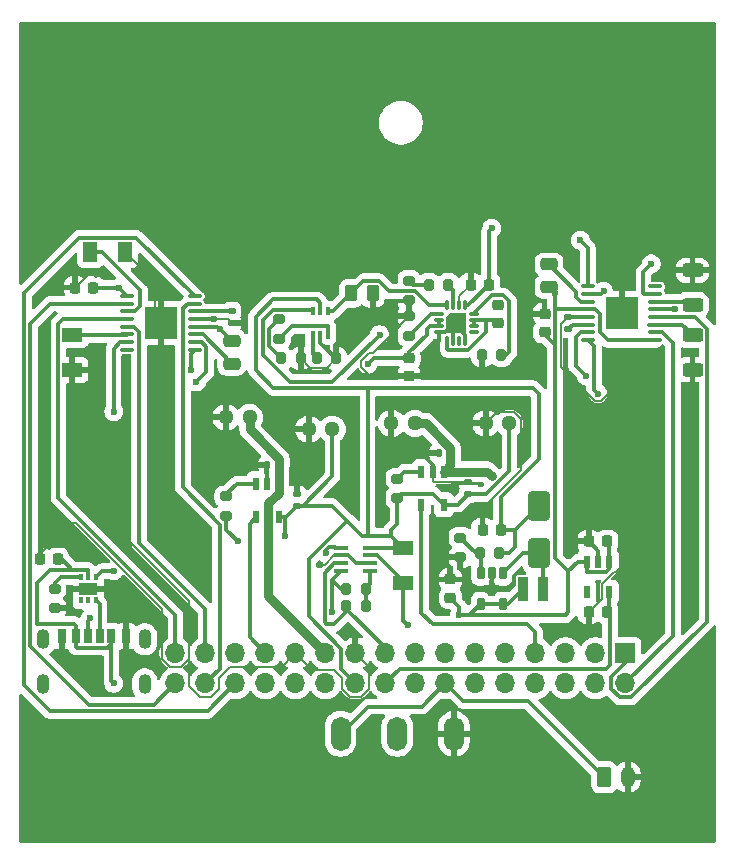
<source format=gbr>
%TF.GenerationSoftware,KiCad,Pcbnew,9.0.0*%
%TF.CreationDate,2025-03-28T12:19:00+02:00*%
%TF.ProjectId,EEE3088F_V1.0,45454533-3038-4384-965f-56312e302e6b,rev?*%
%TF.SameCoordinates,Original*%
%TF.FileFunction,Copper,L1,Top*%
%TF.FilePolarity,Positive*%
%FSLAX46Y46*%
G04 Gerber Fmt 4.6, Leading zero omitted, Abs format (unit mm)*
G04 Created by KiCad (PCBNEW 9.0.0) date 2025-03-28 12:19:00*
%MOMM*%
%LPD*%
G01*
G04 APERTURE LIST*
G04 Aperture macros list*
%AMRoundRect*
0 Rectangle with rounded corners*
0 $1 Rounding radius*
0 $2 $3 $4 $5 $6 $7 $8 $9 X,Y pos of 4 corners*
0 Add a 4 corners polygon primitive as box body*
4,1,4,$2,$3,$4,$5,$6,$7,$8,$9,$2,$3,0*
0 Add four circle primitives for the rounded corners*
1,1,$1+$1,$2,$3*
1,1,$1+$1,$4,$5*
1,1,$1+$1,$6,$7*
1,1,$1+$1,$8,$9*
0 Add four rect primitives between the rounded corners*
20,1,$1+$1,$2,$3,$4,$5,0*
20,1,$1+$1,$4,$5,$6,$7,0*
20,1,$1+$1,$6,$7,$8,$9,0*
20,1,$1+$1,$8,$9,$2,$3,0*%
%AMFreePoly0*
4,1,6,0.850000,-0.850000,-0.425000,-0.850000,-0.850000,-0.425000,-0.850000,0.850000,0.850000,0.850000,0.850000,-0.850000,0.850000,-0.850000,$1*%
G04 Aperture macros list end*
%TA.AperFunction,SMDPad,CuDef*%
%ADD10RoundRect,0.200000X0.200000X0.275000X-0.200000X0.275000X-0.200000X-0.275000X0.200000X-0.275000X0*%
%TD*%
%TA.AperFunction,SMDPad,CuDef*%
%ADD11RoundRect,0.150000X0.150000X-0.400000X0.150000X0.400000X-0.150000X0.400000X-0.150000X-0.400000X0*%
%TD*%
%TA.AperFunction,SMDPad,CuDef*%
%ADD12RoundRect,0.225000X0.225000X0.250000X-0.225000X0.250000X-0.225000X-0.250000X0.225000X-0.250000X0*%
%TD*%
%TA.AperFunction,SMDPad,CuDef*%
%ADD13R,1.207500X1.701000*%
%TD*%
%TA.AperFunction,ComponentPad*%
%ADD14O,1.300000X1.300000*%
%TD*%
%TA.AperFunction,SMDPad,CuDef*%
%ADD15RoundRect,0.140000X0.170000X-0.140000X0.170000X0.140000X-0.170000X0.140000X-0.170000X-0.140000X0*%
%TD*%
%TA.AperFunction,ComponentPad*%
%ADD16O,1.200000X1.750000*%
%TD*%
%TA.AperFunction,ComponentPad*%
%ADD17RoundRect,0.250000X-0.350000X-0.625000X0.350000X-0.625000X0.350000X0.625000X-0.350000X0.625000X0*%
%TD*%
%TA.AperFunction,SMDPad,CuDef*%
%ADD18RoundRect,0.225000X0.250000X-0.225000X0.250000X0.225000X-0.250000X0.225000X-0.250000X-0.225000X0*%
%TD*%
%TA.AperFunction,SMDPad,CuDef*%
%ADD19RoundRect,0.200000X-0.275000X0.200000X-0.275000X-0.200000X0.275000X-0.200000X0.275000X0.200000X0*%
%TD*%
%TA.AperFunction,SMDPad,CuDef*%
%ADD20R,0.622300X1.104900*%
%TD*%
%TA.AperFunction,SMDPad,CuDef*%
%ADD21RoundRect,0.248889X-0.626111X0.311111X-0.626111X-0.311111X0.626111X-0.311111X0.626111X0.311111X0*%
%TD*%
%TA.AperFunction,SMDPad,CuDef*%
%ADD22RoundRect,0.140000X0.140000X0.170000X-0.140000X0.170000X-0.140000X-0.170000X0.140000X-0.170000X0*%
%TD*%
%TA.AperFunction,SMDPad,CuDef*%
%ADD23R,0.850000X2.000000*%
%TD*%
%TA.AperFunction,SMDPad,CuDef*%
%ADD24R,0.350000X0.780000*%
%TD*%
%TA.AperFunction,SMDPad,CuDef*%
%ADD25R,0.800000X1.200000*%
%TD*%
%TA.AperFunction,SMDPad,CuDef*%
%ADD26R,0.700000X1.200000*%
%TD*%
%TA.AperFunction,WasherPad*%
%ADD27O,1.100000X1.700000*%
%TD*%
%TA.AperFunction,SMDPad,CuDef*%
%ADD28R,1.600000X1.000000*%
%TD*%
%TA.AperFunction,SMDPad,CuDef*%
%ADD29R,0.350000X0.500000*%
%TD*%
%TA.AperFunction,SMDPad,CuDef*%
%ADD30R,2.740000X2.740000*%
%TD*%
%TA.AperFunction,SMDPad,CuDef*%
%ADD31O,1.300000X0.350000*%
%TD*%
%TA.AperFunction,ComponentPad*%
%ADD32C,0.609600*%
%TD*%
%TA.AperFunction,SMDPad,CuDef*%
%ADD33R,1.701000X1.207500*%
%TD*%
%TA.AperFunction,SMDPad,CuDef*%
%ADD34RoundRect,0.250000X-0.650000X1.000000X-0.650000X-1.000000X0.650000X-1.000000X0.650000X1.000000X0*%
%TD*%
%TA.AperFunction,SMDPad,CuDef*%
%ADD35RoundRect,0.200000X0.275000X-0.200000X0.275000X0.200000X-0.275000X0.200000X-0.275000X-0.200000X0*%
%TD*%
%TA.AperFunction,SMDPad,CuDef*%
%ADD36RoundRect,0.225000X-0.250000X0.225000X-0.250000X-0.225000X0.250000X-0.225000X0.250000X0.225000X0*%
%TD*%
%TA.AperFunction,SMDPad,CuDef*%
%ADD37RoundRect,0.248889X0.626111X-0.311111X0.626111X0.311111X-0.626111X0.311111X-0.626111X-0.311111X0*%
%TD*%
%TA.AperFunction,SMDPad,CuDef*%
%ADD38RoundRect,0.250000X-0.475000X0.250000X-0.475000X-0.250000X0.475000X-0.250000X0.475000X0.250000X0*%
%TD*%
%TA.AperFunction,ComponentPad*%
%ADD39O,1.700000X1.700000*%
%TD*%
%TA.AperFunction,ComponentPad*%
%ADD40R,1.700000X1.700000*%
%TD*%
%TA.AperFunction,SMDPad,CuDef*%
%ADD41RoundRect,0.200000X-0.200000X-0.275000X0.200000X-0.275000X0.200000X0.275000X-0.200000X0.275000X0*%
%TD*%
%TA.AperFunction,SMDPad,CuDef*%
%ADD42RoundRect,0.248780X-0.261220X-0.451220X0.261220X-0.451220X0.261220X0.451220X-0.261220X0.451220X0*%
%TD*%
%TA.AperFunction,SMDPad,CuDef*%
%ADD43O,1.252000X0.364000*%
%TD*%
%TA.AperFunction,SMDPad,CuDef*%
%ADD44FreePoly0,270.000000*%
%TD*%
%TA.AperFunction,SMDPad,CuDef*%
%ADD45O,0.280000X0.850000*%
%TD*%
%TA.AperFunction,SMDPad,CuDef*%
%ADD46O,0.850000X0.280000*%
%TD*%
%TA.AperFunction,SMDPad,CuDef*%
%ADD47RoundRect,0.140000X-0.170000X0.140000X-0.170000X-0.140000X0.170000X-0.140000X0.170000X0.140000X0*%
%TD*%
%TA.AperFunction,SMDPad,CuDef*%
%ADD48RoundRect,0.250000X0.475000X-0.250000X0.475000X0.250000X-0.475000X0.250000X-0.475000X-0.250000X0*%
%TD*%
%TA.AperFunction,ComponentPad*%
%ADD49O,1.700000X2.900000*%
%TD*%
%TA.AperFunction,ViaPad*%
%ADD50C,0.600000*%
%TD*%
%TA.AperFunction,Conductor*%
%ADD51C,0.200000*%
%TD*%
%TA.AperFunction,Conductor*%
%ADD52C,0.300000*%
%TD*%
%TA.AperFunction,Conductor*%
%ADD53C,0.762000*%
%TD*%
G04 APERTURE END LIST*
D10*
%TO.P,R17,2*%
%TO.N,Net-(U9-B1)*%
X83680000Y-217500000D03*
%TO.P,R17,1*%
%TO.N,GND*%
X85320000Y-217500000D03*
%TD*%
D11*
%TO.P,U1,5,IN*%
%TO.N,Battery Out*%
X99450000Y-238300000D03*
%TO.P,U1,4,EN*%
X97550000Y-238300000D03*
%TO.P,U1,3,FB*%
%TO.N,Net-(U1-FB)*%
X97550000Y-235700000D03*
%TO.P,U1,2,GND*%
%TO.N,GND*%
X98500000Y-235700000D03*
%TO.P,U1,1,SW*%
%TO.N,Net-(U1-SW)*%
X99450000Y-235700000D03*
%TD*%
D12*
%TO.P,C1,2*%
%TO.N,GND*%
X96720000Y-211250200D03*
%TO.P,C1,1*%
%TO.N,HV*%
X98280000Y-211250200D03*
%TD*%
D13*
%TO.P,R4,2*%
%TO.N,Net-(U3-AISEN)*%
X64521200Y-208500000D03*
%TO.P,R4,1*%
%TO.N,GND*%
X67478800Y-208500000D03*
%TD*%
D14*
%TO.P,C22,2*%
%TO.N,GND*%
X76000000Y-222500000D03*
%TO.P,C22,1*%
%TO.N,EXT_LOAD1_OUT*%
X78000000Y-222500000D03*
%TD*%
D15*
%TO.P,C26,2*%
%TO.N,Net-(U3-VINT)*%
X76500000Y-213500000D03*
%TO.P,C26,1*%
%TO.N,GND*%
X76500000Y-214500000D03*
%TD*%
D16*
%TO.P,J1,2,Pin_2*%
%TO.N,GND*%
X110000000Y-252950000D03*
D17*
%TO.P,J1,1,Pin_1*%
%TO.N,Battery*%
X108000000Y-252950000D03*
%TD*%
D18*
%TO.P,C4,2*%
%TO.N,GND*%
X99000000Y-212970200D03*
%TO.P,C4,1*%
%TO.N,Net-(U6-EN2)*%
X99000000Y-214530200D03*
%TD*%
D19*
%TO.P,R22,2*%
%TO.N,GND*%
X61500000Y-238640000D03*
%TO.P,R22,1*%
%TO.N,Net-(U11-VSET)*%
X61500000Y-237000000D03*
%TD*%
D14*
%TO.P,C17,2*%
%TO.N,GND*%
X83000000Y-223500000D03*
%TO.P,C17,1*%
%TO.N,5V Out*%
X85000000Y-223500000D03*
%TD*%
D10*
%TO.P,R2,2*%
%TO.N,I2C1_SCL*%
X86180000Y-237000000D03*
%TO.P,R2,1*%
%TO.N,3.3V Out*%
X87820000Y-237000000D03*
%TD*%
D20*
%TO.P,U8,5,IN*%
%TO.N,5V Out*%
X94450000Y-229897000D03*
%TO.P,U8,4,EN*%
%TO.N,CTRL_EXT_LOAD2*%
X92550000Y-229897000D03*
%TO.P,U8,3,~{FLG}*%
%TO.N,Net-(U8-~{FLG})*%
X92550000Y-227103000D03*
%TO.P,U8,2,GND*%
%TO.N,GND*%
X93500000Y-227103000D03*
%TO.P,U8,1,OUT*%
%TO.N,EXT_LOAD2_OUT*%
X94450000Y-227103000D03*
%TD*%
D14*
%TO.P,C21,2*%
%TO.N,GND*%
X90000000Y-223000000D03*
%TO.P,C21,1*%
%TO.N,EXT_LOAD2_OUT*%
X92000000Y-223000000D03*
%TD*%
D21*
%TO.P,R14,2*%
%TO.N,Net-(U5-BISEN)*%
X115500000Y-212960000D03*
%TO.P,R14,1*%
%TO.N,GND*%
X115500000Y-210040000D03*
%TD*%
D22*
%TO.P,C12,2*%
%TO.N,GND*%
X94000000Y-225500000D03*
%TO.P,C12,1*%
%TO.N,EXT_LOAD2_OUT*%
X95000000Y-225500000D03*
%TD*%
D23*
%TO.P,L1,2*%
%TO.N,Net-(U1-SW)*%
X102829900Y-237000000D03*
%TO.P,L1,1*%
%TO.N,Battery Out*%
X101170100Y-237000000D03*
%TD*%
D18*
%TO.P,C3,2*%
%TO.N,GND*%
X95000000Y-236220000D03*
%TO.P,C3,1*%
%TO.N,Battery Out*%
X95000000Y-237780000D03*
%TD*%
D19*
%TO.P,R5,2*%
%TO.N,GND*%
X95829900Y-234320000D03*
%TO.P,R5,1*%
%TO.N,Net-(U1-FB)*%
X95829900Y-232680000D03*
%TD*%
D24*
%TO.P,U9,6,SEL*%
%TO.N,FAST_CHARGE_CTRL*%
X83350000Y-213509900D03*
%TO.P,U9,5,VCC*%
%TO.N,5V Out*%
X84000000Y-213509900D03*
%TO.P,U9,4,A*%
%TO.N,ISET*%
X84650000Y-213509900D03*
%TO.P,U9,3,B0*%
%TO.N,Net-(U9-B0)*%
X84650000Y-215490100D03*
%TO.P,U9,2,GND*%
%TO.N,GND*%
X84000000Y-215490100D03*
%TO.P,U9,1,B1*%
%TO.N,Net-(U9-B1)*%
X83350000Y-215490100D03*
%TD*%
D25*
%TO.P,USB1,B12,GND*%
%TO.N,GND*%
X62100200Y-241037800D03*
D26*
%TO.P,USB1,B9,VBUS*%
%TO.N,HV*%
X63300100Y-241037800D03*
%TO.P,USB1,B5,CC2*%
%TO.N,Net-(U11-CC2)*%
X65300100Y-241037800D03*
D25*
%TO.P,USB1,A12,GND*%
%TO.N,GND*%
X67500000Y-241037800D03*
D26*
%TO.P,USB1,A9,VBUS*%
%TO.N,HV*%
X66300100Y-241037800D03*
%TO.P,USB1,A5,CC1*%
%TO.N,Net-(U11-CC1)*%
X64300100Y-241037800D03*
D27*
%TO.P,USB1,*%
%TO.N,*%
X69120000Y-245087800D03*
X69120000Y-241287700D03*
X60480200Y-245087800D03*
X60480200Y-241287700D03*
%TD*%
D28*
%TO.P,U11,7,GND*%
%TO.N,GND*%
X64350000Y-237000000D03*
D29*
%TO.P,U11,6,CC2*%
%TO.N,Net-(U11-CC2)*%
X65000000Y-238000000D03*
%TO.P,U11,5,D-*%
%TO.N,unconnected-(U11-D--Pad5)*%
X64350000Y-238000000D03*
%TO.P,U11,4,D+*%
%TO.N,unconnected-(U11-D+-Pad4)*%
X63700000Y-238000000D03*
%TO.P,U11,3,VSET*%
%TO.N,Net-(U11-VSET)*%
X63700000Y-236000000D03*
%TO.P,U11,2,VUSB*%
%TO.N,HV*%
X64350000Y-236000000D03*
%TO.P,U11,1,CC1*%
%TO.N,Net-(U11-CC1)*%
X65000000Y-236000000D03*
%TD*%
D30*
%TO.P,U3,17,GND*%
%TO.N,GND*%
X70500100Y-214499900D03*
D31*
%TO.P,U3,16,AIN1*%
%TO.N,MOTOR1_CTRL1*%
X73350000Y-212224800D03*
%TO.P,U3,15,AIN2*%
%TO.N,MOTOR1_CTRL2*%
X73350000Y-212874800D03*
%TO.P,U3,14,VINT*%
%TO.N,Net-(U3-VINT)*%
X73350000Y-213524800D03*
%TO.P,U3,13,GND*%
%TO.N,GND*%
X73350000Y-214175000D03*
%TO.P,U3,12,VM*%
%TO.N,Battery Out*%
X73350000Y-214825000D03*
%TO.P,U3,11,VCP*%
%TO.N,Net-(U3-VCP)*%
X73350000Y-215475000D03*
%TO.P,U3,10,BIN2*%
%TO.N,MOTOR3_CTRL2*%
X73350000Y-216125000D03*
%TO.P,U3,9,BIN1*%
%TO.N,MOTOR3_CTRL1*%
X73350000Y-216775000D03*
%TO.P,U3,8,~{FAULT}*%
%TO.N,unconnected-(U3-~{FAULT}-Pad8)*%
X67650000Y-216775000D03*
%TO.P,U3,7,BOUT1*%
%TO.N,MOTOR3_A_OUT*%
X67650000Y-216125000D03*
%TO.P,U3,6,BISEN*%
%TO.N,Net-(U3-BISEN)*%
X67650000Y-215475000D03*
%TO.P,U3,5,BOUT2*%
%TO.N,MOTOR3_B_OUT*%
X67650000Y-214825000D03*
%TO.P,U3,4,AOUT2*%
%TO.N,MOTOR1_B_OUT*%
X67650000Y-214175000D03*
%TO.P,U3,3,AISEN*%
%TO.N,Net-(U3-AISEN)*%
X67650000Y-213524800D03*
%TO.P,U3,2,AOUT1*%
%TO.N,MOTOR1_A_OUT*%
X67650000Y-212874800D03*
%TO.P,U3,1,~{SLEEP}*%
%TO.N,Battery Out*%
X67650000Y-212224800D03*
D32*
%TO.P,U3,*%
%TO.N,GND*%
X70000000Y-215000000D03*
X71000000Y-215000000D03*
X70000000Y-214000000D03*
X71000000Y-214000000D03*
%TD*%
D33*
%TO.P,R3,2*%
%TO.N,Net-(U3-BISEN)*%
X63000000Y-215521200D03*
%TO.P,R3,1*%
%TO.N,GND*%
X63000000Y-218478800D03*
%TD*%
D34*
%TO.P,D1,2*%
%TO.N,Net-(U1-SW)*%
X102500000Y-234000000D03*
%TO.P,D1,1*%
%TO.N,5V Out*%
X102500000Y-230000000D03*
%TD*%
D10*
%TO.P,R19,2*%
%TO.N,Net-(R18-Pad2)*%
X80680000Y-217500000D03*
%TO.P,R19,1*%
%TO.N,GND*%
X82320000Y-217500000D03*
%TD*%
D35*
%TO.P,R23,2*%
%TO.N,Net-(U7-~{FLG})*%
X76000000Y-229180000D03*
%TO.P,R23,1*%
%TO.N,5V Out*%
X76000000Y-230820000D03*
%TD*%
D36*
%TO.P,C11,2*%
%TO.N,GND*%
X91500000Y-219030200D03*
%TO.P,C11,1*%
%TO.N,Battery*%
X91500000Y-217470200D03*
%TD*%
D37*
%TO.P,R13,2*%
%TO.N,Net-(U5-AISEN)*%
X115500000Y-215540000D03*
%TO.P,R13,1*%
%TO.N,GND*%
X115500000Y-218460000D03*
%TD*%
D35*
%TO.P,R12,2*%
%TO.N,Net-(U8-~{FLG})*%
X90500000Y-227680000D03*
%TO.P,R12,1*%
%TO.N,5V Out*%
X90500000Y-229320000D03*
%TD*%
D38*
%TO.P,C10,2*%
%TO.N,Net-(U3-VCP)*%
X76500000Y-217950000D03*
%TO.P,C10,1*%
%TO.N,Battery Out*%
X76500000Y-216050000D03*
%TD*%
D12*
%TO.P,C6,2*%
%TO.N,GND*%
X106720000Y-233000000D03*
%TO.P,C6,1*%
%TO.N,Battery Out*%
X108280000Y-233000000D03*
%TD*%
D20*
%TO.P,U4,5,VOUT*%
%TO.N,3V3 Out*%
X108449700Y-237300000D03*
%TO.P,U4,4,NC*%
%TO.N,unconnected-(U4-NC-Pad4)*%
X106550300Y-237300000D03*
%TO.P,U4,3,EN*%
%TO.N,Battery Out*%
X106550300Y-234700000D03*
%TO.P,U4,2,GND*%
%TO.N,GND*%
X107500500Y-234700000D03*
%TO.P,U4,1,VIN*%
%TO.N,Battery Out*%
X108449700Y-234700000D03*
%TD*%
D12*
%TO.P,C2,2*%
%TO.N,GND*%
X97720000Y-232000000D03*
%TO.P,C2,1*%
%TO.N,5V Out*%
X99280000Y-232000000D03*
%TD*%
%TO.P,C16,2*%
%TO.N,GND*%
X63220000Y-211500000D03*
%TO.P,C16,1*%
%TO.N,Battery Out*%
X64780000Y-211500000D03*
%TD*%
%TO.P,C19,2*%
%TO.N,GND*%
X60220000Y-234500000D03*
%TO.P,C19,1*%
%TO.N,HV*%
X61780000Y-234500000D03*
%TD*%
D39*
%TO.P,J2,32,Pin_32*%
%TO.N,MOTOR1_A_OUT*%
X71720000Y-245000000D03*
%TO.P,J2,31,Pin_31*%
%TO.N,MOTOR1_B_OUT*%
X71720000Y-242460000D03*
%TO.P,J2,30,Pin_30*%
%TO.N,MOTOR1_CTRL2*%
X74260000Y-245000000D03*
%TO.P,J2,29,Pin_29*%
%TO.N,MOTOR3_B_OUT*%
X74260000Y-242460000D03*
%TO.P,J2,28,Pin_28*%
%TO.N,MOTOR1_CTRL1*%
X76800000Y-245000000D03*
%TO.P,J2,27,Pin_27*%
%TO.N,MOTOR3_A_OUT*%
X76800000Y-242460000D03*
%TO.P,J2,26,Pin_26*%
%TO.N,MOTOR3_CTRL2*%
X79340000Y-245000000D03*
%TO.P,J2,25,Pin_25*%
%TO.N,CTRL_EXT_LOAD1*%
X79340000Y-242460000D03*
%TO.P,J2,24,Pin_24*%
%TO.N,MOTOR3_CTRL1*%
X81880000Y-245000000D03*
%TO.P,J2,23,Pin_23*%
%TO.N,GND*%
X81880000Y-242460000D03*
%TO.P,J2,22,Pin_22*%
%TO.N,HV*%
X84420000Y-245000000D03*
%TO.P,J2,21,Pin_21*%
%TO.N,EXT_LOAD1_OUT*%
X84420000Y-242460000D03*
%TO.P,J2,20,Pin_20*%
%TO.N,5V Out*%
X86960000Y-245000000D03*
%TO.P,J2,19,Pin_19*%
%TO.N,GND*%
X86960000Y-242460000D03*
%TO.P,J2,18,Pin_18*%
%TO.N,3V3 Out*%
X89500000Y-245000000D03*
%TO.P,J2,17,Pin_17*%
%TO.N,I2C1_SDA*%
X89500000Y-242460000D03*
%TO.P,J2,16,Pin_16*%
%TO.N,I2C1_SCL*%
X92040000Y-245000000D03*
%TO.P,J2,15,Pin_15*%
%TO.N,unconnected-(J2-Pin_15-Pad15)*%
X92040000Y-242460000D03*
%TO.P,J2,14,Pin_14*%
%TO.N,Battery*%
X94580000Y-245000000D03*
%TO.P,J2,13,Pin_13*%
%TO.N,FAST_CHARGE_CTRL*%
X94580000Y-242460000D03*
%TO.P,J2,12,Pin_12*%
%TO.N,unconnected-(J2-Pin_12-Pad12)*%
X97120000Y-245000000D03*
%TO.P,J2,11,Pin_11*%
%TO.N,EXT_LOAD2_OUT*%
X97120000Y-242460000D03*
%TO.P,J2,10,Pin_10*%
%TO.N,MOTOR4_CTRL2*%
X99660000Y-245000000D03*
%TO.P,J2,9,Pin_9*%
%TO.N,unconnected-(J2-Pin_9-Pad9)*%
X99660000Y-242460000D03*
%TO.P,J2,8,Pin_8*%
%TO.N,MOTOR4_CTRL1*%
X102200000Y-245000000D03*
%TO.P,J2,7,Pin_7*%
%TO.N,CTRL_EXT_LOAD2*%
X102200000Y-242460000D03*
%TO.P,J2,6,Pin_6*%
%TO.N,MOTOR2_CTRL2*%
X104740000Y-245000000D03*
%TO.P,J2,5,Pin_5*%
%TO.N,MOTOR4_B_OUT*%
X104740000Y-242460000D03*
%TO.P,J2,4,Pin_4*%
%TO.N,MOTOR2_CTRL1*%
X107280000Y-245000000D03*
%TO.P,J2,3,Pin_3*%
%TO.N,MOTOR4_A_OUT*%
X107280000Y-242460000D03*
%TO.P,J2,2,Pin_2*%
%TO.N,MOTOR2_A_OUT*%
X109820000Y-245000000D03*
D40*
%TO.P,J2,1,Pin_1*%
%TO.N,MOTOR2_B_OUT*%
X109820000Y-242460000D03*
%TD*%
D12*
%TO.P,C5,2*%
%TO.N,GND*%
X106720000Y-239000000D03*
%TO.P,C5,1*%
%TO.N,3V3 Out*%
X108280000Y-239000000D03*
%TD*%
D41*
%TO.P,R16,2*%
%TO.N,Net-(U6-ILIM)*%
X99320000Y-217250200D03*
%TO.P,R16,1*%
%TO.N,GND*%
X97680000Y-217250200D03*
%TD*%
D42*
%TO.P,R20,2*%
%TO.N,GND*%
X88410000Y-212000000D03*
%TO.P,R20,1*%
%TO.N,ISET*%
X86590000Y-212000000D03*
%TD*%
D43*
%TO.P,U2,8,IN+*%
%TO.N,5V Out*%
X88226100Y-233524900D03*
%TO.P,U2,7,IN-*%
%TO.N,Battery*%
X88226100Y-234174900D03*
%TO.P,U2,6,GND*%
%TO.N,GND*%
X88226100Y-234824900D03*
%TO.P,U2,5,VS*%
%TO.N,3.3V Out*%
X88226100Y-235475100D03*
%TO.P,U2,4,SCL*%
%TO.N,I2C1_SCL*%
X85773900Y-235475100D03*
%TO.P,U2,3,SDA*%
%TO.N,I2C1_SDA*%
X85773900Y-234824900D03*
%TO.P,U2,2,A0*%
%TO.N,GND*%
X85773900Y-234174900D03*
%TO.P,U2,1,A1*%
%TO.N,I2C1_SCL*%
X85773900Y-233524900D03*
%TD*%
D15*
%TO.P,C13,2*%
%TO.N,GND*%
X96500000Y-228000000D03*
%TO.P,C13,1*%
%TO.N,5V Out*%
X96500000Y-229000000D03*
%TD*%
D44*
%TO.P,U6,17,VSS*%
%TO.N,GND*%
X95500100Y-214499900D03*
D45*
%TO.P,U6,16,ISET*%
%TO.N,ISET*%
X94750100Y-213000000D03*
%TO.P,U6,15,ITERM*%
%TO.N,Net-(U6-ITERM)*%
X95250200Y-213000000D03*
%TO.P,U6,14,TMR*%
%TO.N,GND*%
X95750100Y-213000000D03*
%TO.P,U6,13,IN*%
%TO.N,HV*%
X96250200Y-213000000D03*
D46*
%TO.P,U6,12,ILIM*%
%TO.N,Net-(U6-ILIM)*%
X97000000Y-213749800D03*
%TO.P,U6,11,OUT*%
%TO.N,Net-(U6-EN2)*%
X97000000Y-214249900D03*
%TO.P,U6,10,OUT*%
X97000000Y-214749800D03*
%TO.P,U6,9,~{CHG}*%
%TO.N,unconnected-(U6-~{CHG}-Pad9)*%
X97000000Y-215249900D03*
D45*
%TO.P,U6,8,VSS*%
%TO.N,GND*%
X96250200Y-216000000D03*
%TO.P,U6,7,~{PGOOD}*%
%TO.N,unconnected-(U6-~{PGOOD}-Pad7)*%
X95750100Y-216000000D03*
%TO.P,U6,6,EN1*%
%TO.N,GND*%
X95250200Y-216000000D03*
%TO.P,U6,5,EN2*%
%TO.N,Net-(U6-EN2)*%
X94750100Y-216000000D03*
D46*
%TO.P,U6,4,~{CE}*%
%TO.N,GND*%
X94000000Y-215249900D03*
%TO.P,U6,3,BAT*%
%TO.N,Battery*%
X94000000Y-214749800D03*
%TO.P,U6,2,BAT*%
X94000000Y-214249900D03*
%TO.P,U6,1,TS*%
%TO.N,Net-(U6-TS)*%
X94000000Y-213749800D03*
%TD*%
D20*
%TO.P,U7,5,IN*%
%TO.N,5V Out*%
X80450000Y-230897000D03*
%TO.P,U7,4,EN*%
%TO.N,CTRL_EXT_LOAD1*%
X78550000Y-230897000D03*
%TO.P,U7,3,~{FLG}*%
%TO.N,Net-(U7-~{FLG})*%
X78550000Y-228103000D03*
%TO.P,U7,2,GND*%
%TO.N,GND*%
X79500000Y-228103000D03*
%TO.P,U7,1,OUT*%
%TO.N,EXT_LOAD1_OUT*%
X80450000Y-228103000D03*
%TD*%
D10*
%TO.P,R1,2*%
%TO.N,I2C1_SDA*%
X86180000Y-238500000D03*
%TO.P,R1,1*%
%TO.N,3.3V Out*%
X87820000Y-238500000D03*
%TD*%
D35*
%TO.P,R15,2*%
%TO.N,GND*%
X91500000Y-213930200D03*
%TO.P,R15,1*%
%TO.N,Net-(U6-TS)*%
X91500000Y-215570200D03*
%TD*%
D18*
%TO.P,C15,2*%
%TO.N,GND*%
X103000000Y-213720000D03*
%TO.P,C15,1*%
%TO.N,Battery Out*%
X103000000Y-215280000D03*
%TD*%
D41*
%TO.P,R10,2*%
%TO.N,Net-(U6-ITERM)*%
X94820000Y-211250200D03*
%TO.P,R10,1*%
%TO.N,Net-(R10-Pad1)*%
X93180000Y-211250200D03*
%TD*%
D47*
%TO.P,C25,2*%
%TO.N,Net-(U5-VINT)*%
X105000000Y-215000000D03*
%TO.P,C25,1*%
%TO.N,GND*%
X105000000Y-214000000D03*
%TD*%
D22*
%TO.P,C20,2*%
%TO.N,GND*%
X79500000Y-226500000D03*
%TO.P,C20,1*%
%TO.N,EXT_LOAD1_OUT*%
X80500000Y-226500000D03*
%TD*%
D48*
%TO.P,C9,2*%
%TO.N,Net-(U5-VCP)*%
X103350000Y-209550000D03*
%TO.P,C9,1*%
%TO.N,Battery Out*%
X103350000Y-211450000D03*
%TD*%
D35*
%TO.P,R6,2*%
%TO.N,Net-(R10-Pad1)*%
X91500000Y-210930200D03*
%TO.P,R6,1*%
%TO.N,GND*%
X91500000Y-212570200D03*
%TD*%
D33*
%TO.P,R_SHUNT1,2*%
%TO.N,Battery*%
X91000000Y-236478800D03*
%TO.P,R_SHUNT1,1*%
%TO.N,5V Out*%
X91000000Y-233521200D03*
%TD*%
D15*
%TO.P,C14,2*%
%TO.N,GND*%
X82000000Y-229000000D03*
%TO.P,C14,1*%
%TO.N,5V Out*%
X82000000Y-230000000D03*
%TD*%
D14*
%TO.P,C18,2*%
%TO.N,GND*%
X98000000Y-223000000D03*
%TO.P,C18,1*%
%TO.N,5V Out*%
X100000000Y-223000000D03*
%TD*%
D35*
%TO.P,R18,2*%
%TO.N,Net-(R18-Pad2)*%
X80500000Y-214180000D03*
%TO.P,R18,1*%
%TO.N,Net-(U9-B0)*%
X80500000Y-215820000D03*
%TD*%
D49*
%TO.P,U10,3,3*%
%TO.N,GND*%
X95299900Y-249286500D03*
%TO.P,U10,2,2*%
%TO.N,Battery Out*%
X90500000Y-249286500D03*
%TO.P,U10,1,1*%
%TO.N,Battery*%
X85699900Y-249286500D03*
%TD*%
D30*
%TO.P,U5,17,GND*%
%TO.N,GND*%
X109500000Y-213675100D03*
D31*
%TO.P,U5,16,AIN1*%
%TO.N,MOTOR2_CTRL1*%
X106650100Y-215950200D03*
%TO.P,U5,15,AIN2*%
%TO.N,MOTOR2_CTRL2*%
X106650100Y-215300200D03*
%TO.P,U5,14,VINT*%
%TO.N,Net-(U5-VINT)*%
X106650100Y-214650200D03*
%TO.P,U5,13,GND*%
%TO.N,GND*%
X106650100Y-214000000D03*
%TO.P,U5,12,VM*%
%TO.N,Battery Out*%
X106650100Y-213350000D03*
%TO.P,U5,11,VCP*%
%TO.N,Net-(U5-VCP)*%
X106650100Y-212700000D03*
%TO.P,U5,10,BIN2*%
%TO.N,MOTOR4_CTRL2*%
X106650100Y-212050000D03*
%TO.P,U5,9,BIN1*%
%TO.N,MOTOR4_CTRL1*%
X106650100Y-211400000D03*
%TO.P,U5,8,~{FAULT}*%
%TO.N,unconnected-(U5-~{FAULT}-Pad8)*%
X112350100Y-211400000D03*
%TO.P,U5,7,BOUT1*%
%TO.N,MOTOR4_A_OUT*%
X112350100Y-212050000D03*
%TO.P,U5,6,BISEN*%
%TO.N,Net-(U5-BISEN)*%
X112350100Y-212700000D03*
%TO.P,U5,5,BOUT2*%
%TO.N,MOTOR4_B_OUT*%
X112350100Y-213350000D03*
%TO.P,U5,4,AOUT2*%
%TO.N,MOTOR2_B_OUT*%
X112350100Y-214000000D03*
%TO.P,U5,3,AISEN*%
%TO.N,Net-(U5-AISEN)*%
X112350100Y-214650200D03*
%TO.P,U5,2,AOUT1*%
%TO.N,MOTOR2_A_OUT*%
X112350100Y-215300200D03*
%TO.P,U5,1,~{SLEEP}*%
%TO.N,Battery Out*%
X112350100Y-215950200D03*
D32*
%TO.P,U5,*%
%TO.N,GND*%
X110000100Y-213175000D03*
X109000100Y-213175000D03*
X110000100Y-214175000D03*
X109000100Y-214175000D03*
%TD*%
D10*
%TO.P,R9,2*%
%TO.N,Net-(U1-FB)*%
X97509900Y-234000000D03*
%TO.P,R9,1*%
%TO.N,5V Out*%
X99149900Y-234000000D03*
%TD*%
D50*
%TO.N,GND*%
X101000000Y-213000000D03*
X109500000Y-217500000D03*
X75000000Y-214175000D03*
X84000000Y-235000000D03*
X115500000Y-221000000D03*
X99000000Y-213000000D03*
X67478800Y-208500000D03*
X65750000Y-210250000D03*
%TO.N,HV*%
X98500000Y-206500000D03*
X66500000Y-245000000D03*
%TO.N,Battery Out*%
X66962600Y-211537400D03*
X103869000Y-212000000D03*
X75475000Y-215025000D03*
X95750000Y-239250000D03*
%TO.N,5V Out*%
X81000000Y-232500000D03*
X77000000Y-233000000D03*
%TO.N,Battery*%
X91389235Y-240110765D03*
X88000000Y-218000000D03*
%TO.N,EXT_LOAD2_OUT*%
X98500000Y-227500000D03*
%TO.N,MOTOR2_CTRL1*%
X107500000Y-220500000D03*
%TO.N,MOTOR4_B_OUT*%
X114000000Y-213350000D03*
%TO.N,FAST_CHARGE_CTRL*%
X89000000Y-215500000D03*
%TO.N,I2C1_SCL*%
X85000000Y-239000000D03*
X84500000Y-234000000D03*
%TO.N,MOTOR4_A_OUT*%
X112000000Y-209500000D03*
%TO.N,MOTOR4_CTRL2*%
X107973329Y-211830278D03*
%TO.N,MOTOR3_CTRL2*%
X73500000Y-219500000D03*
%TO.N,MOTOR4_CTRL1*%
X106000000Y-207500000D03*
%TO.N,MOTOR2_CTRL2*%
X106500000Y-219000000D03*
%TO.N,MOTOR3_A_OUT*%
X66500000Y-222000000D03*
%TO.N,MOTOR3_CTRL1*%
X73000000Y-218500000D03*
%TO.N,Net-(U11-CC1)*%
X64500000Y-239500000D03*
X66500000Y-235500000D03*
%TD*%
D51*
%TO.N,GND*%
X88130857Y-217019200D02*
X87399000Y-217751057D01*
D52*
X94520821Y-215249900D02*
X95270821Y-214499900D01*
D51*
X75411000Y-244523240D02*
X75411000Y-245476760D01*
X88111000Y-245476760D02*
X87436760Y-246151000D01*
X97720000Y-232000000D02*
X97720000Y-230142190D01*
X87436760Y-246151000D02*
X86483240Y-246151000D01*
D52*
X95270821Y-214499900D02*
X95500100Y-214499900D01*
D51*
X70000000Y-211021200D02*
X67478800Y-208500000D01*
D52*
X86960000Y-240960000D02*
X86750000Y-240750000D01*
D51*
X100951000Y-226911190D02*
X100951000Y-222606082D01*
D52*
X105000000Y-214000000D02*
X106650100Y-214000000D01*
X95301200Y-215224000D02*
X95953479Y-215224000D01*
D51*
X72871000Y-245238760D02*
X72871000Y-238008810D01*
D52*
X107500000Y-233780000D02*
X106720000Y-233000000D01*
D51*
X104389000Y-218238943D02*
X107251057Y-221101000D01*
X107251057Y-221101000D02*
X107748943Y-221101000D01*
X85134760Y-243849000D02*
X83269000Y-243849000D01*
X91500000Y-213930200D02*
X88411000Y-217019200D01*
X76323240Y-243611000D02*
X75411000Y-244523240D01*
X95750100Y-212249900D02*
X96720000Y-211280000D01*
D52*
X79500000Y-226500000D02*
X79500000Y-228103000D01*
D51*
X63291095Y-231428905D02*
X70569000Y-238706810D01*
D52*
X93500000Y-216500000D02*
X94000000Y-216000000D01*
X95250200Y-215275000D02*
X95301200Y-215224000D01*
D51*
X86483240Y-246151000D02*
X85809000Y-245476760D01*
X82320000Y-217500000D02*
X83096000Y-218276000D01*
X106720000Y-239000000D02*
X107837550Y-237882450D01*
D52*
X73350000Y-214175000D02*
X75000000Y-214175000D01*
X93500000Y-226500000D02*
X92750000Y-225750000D01*
D51*
X87399000Y-217751057D02*
X87399000Y-218248943D01*
D52*
X107500000Y-234500000D02*
X107500000Y-233780000D01*
D51*
X107748943Y-221101000D02*
X109500000Y-219349943D01*
X70000000Y-214000000D02*
X70000000Y-211021200D01*
X75000000Y-214175000D02*
X76175000Y-214175000D01*
X84000000Y-235000000D02*
X84349943Y-235000000D01*
D52*
X86971676Y-234824900D02*
X86321676Y-234174900D01*
X99000000Y-212970200D02*
X99000000Y-213000000D01*
D51*
X63220000Y-211500000D02*
X64470000Y-210250000D01*
X62816095Y-231428905D02*
X63291095Y-231428905D01*
X71243240Y-243611000D02*
X72196760Y-243611000D01*
X88111000Y-243611000D02*
X88111000Y-245476760D01*
X70569000Y-238706810D02*
X70569000Y-242936760D01*
X97720000Y-230142190D02*
X100951000Y-226911190D01*
X75411000Y-245476760D02*
X74736760Y-246151000D01*
X88180257Y-219030200D02*
X91500000Y-219030200D01*
X87399000Y-218248943D02*
X88180257Y-219030200D01*
X60220000Y-234025000D02*
X62816095Y-231428905D01*
X93644550Y-228000000D02*
X93500000Y-227855450D01*
D52*
X101000000Y-213000000D02*
X101500000Y-212500000D01*
D51*
X70569000Y-242936760D02*
X71243240Y-243611000D01*
X107837550Y-236566360D02*
X108850460Y-235553450D01*
X100393918Y-222049000D02*
X98951000Y-222049000D01*
X60220000Y-234500000D02*
X60220000Y-234025000D01*
X80729000Y-243611000D02*
X76323240Y-243611000D01*
D52*
X84000000Y-215490100D02*
X84000000Y-216180000D01*
D51*
X100951000Y-222606082D02*
X100393918Y-222049000D01*
D52*
X86321676Y-234174900D02*
X85773900Y-234174900D01*
D51*
X107837550Y-237882450D02*
X107837550Y-236566360D01*
D52*
X94000000Y-215249900D02*
X94520821Y-215249900D01*
D51*
X85809000Y-245476760D02*
X85809000Y-244523240D01*
X98951000Y-222049000D02*
X98000000Y-223000000D01*
X72196760Y-243611000D02*
X72871000Y-242936760D01*
D52*
X84000000Y-216180000D02*
X85320000Y-217500000D01*
D51*
X105000000Y-214000000D02*
X104389000Y-214611000D01*
X63000000Y-228137810D02*
X63000000Y-218478800D01*
X83096000Y-218276000D02*
X84544000Y-218276000D01*
D52*
X93500000Y-227103000D02*
X93500000Y-226500000D01*
D51*
X72871000Y-242936760D02*
X72871000Y-238008810D01*
D52*
X86960000Y-242460000D02*
X86960000Y-240960000D01*
D51*
X88411000Y-217019200D02*
X88130857Y-217019200D01*
D52*
X65000000Y-210500000D02*
X64500000Y-210000000D01*
X95250200Y-216000000D02*
X95250200Y-215275000D01*
D51*
X95750100Y-212249900D02*
X95750100Y-213000000D01*
X73783240Y-246151000D02*
X72871000Y-245238760D01*
X83269000Y-243849000D02*
X81880000Y-242460000D01*
X93500000Y-227855450D02*
X93500000Y-227103000D01*
X96500000Y-228000000D02*
X93644550Y-228000000D01*
X96720000Y-211280000D02*
X96720000Y-211250200D01*
X72871000Y-238008810D02*
X63000000Y-228137810D01*
D52*
X96250200Y-215520721D02*
X96250200Y-216000000D01*
D51*
X76175000Y-214175000D02*
X76500000Y-214500000D01*
X81880000Y-242460000D02*
X80729000Y-243611000D01*
X104389000Y-214611000D02*
X104389000Y-218238943D01*
X109500000Y-235115300D02*
X109500000Y-217500000D01*
X74736760Y-246151000D02*
X73783240Y-246151000D01*
X84544000Y-218276000D02*
X85320000Y-217500000D01*
X86960000Y-242460000D02*
X88111000Y-243611000D01*
D52*
X107500500Y-234700000D02*
X107500500Y-234500500D01*
D51*
X108850460Y-235553450D02*
X109061850Y-235553450D01*
X85175043Y-234174900D02*
X85773900Y-234174900D01*
D52*
X94000000Y-216000000D02*
X94000000Y-215249900D01*
D51*
X109500000Y-219349943D02*
X109500000Y-217500000D01*
X85809000Y-244523240D02*
X85134760Y-243849000D01*
X84349943Y-235000000D02*
X85175043Y-234174900D01*
D52*
X107500500Y-234500500D02*
X107500000Y-234500000D01*
X95953479Y-215224000D02*
X96250200Y-215520721D01*
D51*
X93675000Y-216825000D02*
X93500000Y-217000000D01*
X64470000Y-210250000D02*
X65750000Y-210250000D01*
X109061850Y-235553450D02*
X109500000Y-235115300D01*
D52*
X88226100Y-234824900D02*
X86971676Y-234824900D01*
%TO.N,HV*%
X66500000Y-245000000D02*
X66300100Y-244800100D01*
X96530200Y-213000000D02*
X98280000Y-211250200D01*
X63000000Y-235399000D02*
X64299000Y-235399000D01*
X61780000Y-234500000D02*
X62101000Y-234500000D01*
X63351100Y-241988800D02*
X63300100Y-241937800D01*
X98280000Y-211250200D02*
X98280000Y-206720000D01*
X98280000Y-206720000D02*
X98500000Y-206500000D01*
X66300100Y-241037800D02*
X66300100Y-241689800D01*
X60000000Y-240000000D02*
X60000000Y-236500000D01*
X66001100Y-241988800D02*
X63351100Y-241988800D01*
X66300100Y-241689800D02*
X66001100Y-241988800D01*
X63300100Y-240137800D02*
X63162300Y-240000000D01*
X60000000Y-236500000D02*
X61101000Y-235399000D01*
X63300100Y-241037800D02*
X63300100Y-240137800D01*
X96250200Y-213000000D02*
X96530200Y-213000000D01*
X64350000Y-235450000D02*
X64350000Y-236000000D01*
X64299000Y-235399000D02*
X64350000Y-235450000D01*
X63162300Y-240000000D02*
X60000000Y-240000000D01*
X61101000Y-235399000D02*
X63000000Y-235399000D01*
X63300100Y-241937800D02*
X63300100Y-241037800D01*
X62101000Y-234500000D02*
X63000000Y-235399000D01*
X66300100Y-244800100D02*
X66300100Y-241037800D01*
%TO.N,Battery Out*%
X107218976Y-213350000D02*
X106650100Y-213350000D01*
X112350100Y-215950200D02*
X108333100Y-215950200D01*
X106601300Y-235603450D02*
X106550300Y-235552450D01*
X95750000Y-239250000D02*
X95750000Y-238530000D01*
X95750000Y-239250000D02*
X96600100Y-239250000D01*
X103869000Y-216369000D02*
X103869000Y-234369000D01*
X99450000Y-238300100D02*
X97550000Y-238300100D01*
X105000000Y-235500000D02*
X105800000Y-234700000D01*
X103869000Y-212000000D02*
X103869000Y-213500000D01*
X103000000Y-215280000D02*
X103000000Y-215500000D01*
X76500000Y-216050000D02*
X75475000Y-215025000D01*
X103350000Y-211450000D02*
X103869000Y-211969000D01*
X107651100Y-215268200D02*
X107651100Y-213782124D01*
X95750000Y-238530000D02*
X95000000Y-237780000D01*
X99450000Y-238300100D02*
X99870000Y-238300100D01*
X103869000Y-234369000D02*
X105000000Y-235500000D01*
X108449700Y-234700000D02*
X108449700Y-233169700D01*
X106550300Y-235552450D02*
X106550300Y-234700000D01*
X106650100Y-213350000D02*
X104019000Y-213350000D01*
X107651100Y-213782124D02*
X107218976Y-213350000D01*
X104019000Y-213350000D02*
X103869000Y-213500000D01*
X103869000Y-213500000D02*
X103869000Y-215181100D01*
X64780000Y-211500000D02*
X66925200Y-211500000D01*
X66962600Y-211537400D02*
X67650000Y-212224800D01*
X75475000Y-215025000D02*
X75275000Y-214825000D01*
X66925200Y-211500000D02*
X66962600Y-211537400D01*
X108162650Y-235603450D02*
X106601300Y-235603450D01*
X108449700Y-233169700D02*
X108280000Y-233000000D01*
X108333100Y-215950200D02*
X107651100Y-215268200D01*
X103869000Y-211969000D02*
X103869000Y-212000000D01*
X103869000Y-216369000D02*
X103869000Y-215181100D01*
X108449700Y-235316400D02*
X108162650Y-235603450D01*
X99870000Y-238300100D02*
X101170100Y-237000000D01*
X95750000Y-239250000D02*
X104750000Y-239250000D01*
X108449700Y-234700000D02*
X108449700Y-235316400D01*
X105800000Y-234700000D02*
X106550300Y-234700000D01*
X73350000Y-214825000D02*
X75275000Y-214825000D01*
X105000000Y-239000000D02*
X105000000Y-235500000D01*
X103000000Y-215500000D02*
X103869000Y-216369000D01*
X96600100Y-239250000D02*
X97550000Y-238300100D01*
X104750000Y-239250000D02*
X105000000Y-239000000D01*
%TO.N,Net-(U6-EN2)*%
X94750100Y-216000000D02*
X94750100Y-216725000D01*
X94750100Y-216725000D02*
X94801100Y-216776000D01*
X94801100Y-216776000D02*
X96453279Y-216776000D01*
X97000000Y-214249900D02*
X98000000Y-214249900D01*
X98719700Y-214249900D02*
X99000000Y-214530200D01*
X96453279Y-216776000D02*
X98000000Y-215229279D01*
X98000000Y-214249900D02*
X98719700Y-214249900D01*
X97000000Y-214749800D02*
X97000000Y-214249900D01*
X98000000Y-215229279D02*
X98000000Y-214249900D01*
%TO.N,3V3 Out*%
X108201000Y-243799000D02*
X90701000Y-243799000D01*
X108500000Y-239220000D02*
X108500000Y-243500000D01*
X108449700Y-237300000D02*
X108449700Y-238830300D01*
X108500000Y-243500000D02*
X108201000Y-243799000D01*
X90701000Y-243799000D02*
X89500000Y-245000000D01*
X108280000Y-239000000D02*
X108500000Y-239220000D01*
%TO.N,5V Out*%
X85000000Y-227500000D02*
X85000000Y-223500000D01*
X99280000Y-232000000D02*
X100500000Y-232000000D01*
X88229800Y-233521200D02*
X88226100Y-233524900D01*
X89978800Y-232021200D02*
X90500000Y-231500000D01*
X81500000Y-230500000D02*
X82000000Y-230000000D01*
X99280000Y-232000000D02*
X99280000Y-229220000D01*
X81000000Y-232500000D02*
X81000000Y-231000000D01*
X76000000Y-232000000D02*
X77000000Y-233000000D01*
X95603000Y-229897000D02*
X96500000Y-229000000D01*
X84000000Y-213509900D02*
X84000000Y-212819900D01*
X100000000Y-227035204D02*
X100000000Y-223000000D01*
X89978800Y-232500000D02*
X89978800Y-232021200D01*
X98035204Y-229000000D02*
X100000000Y-227035204D01*
X81000000Y-231000000D02*
X81500000Y-230500000D01*
X90500000Y-231500000D02*
X90500000Y-229320000D01*
X83680100Y-212500000D02*
X80000000Y-212500000D01*
X99149900Y-232130100D02*
X99280000Y-232000000D01*
X89978800Y-232500000D02*
X91000000Y-233521200D01*
X83000000Y-239341529D02*
X83000000Y-234500000D01*
X88000000Y-220000000D02*
X88000000Y-232500000D01*
X82000000Y-230000000D02*
X82500000Y-230000000D01*
X100500000Y-233500000D02*
X100500000Y-232000000D01*
X85759000Y-243799000D02*
X85759000Y-242100529D01*
X86250000Y-231250000D02*
X85000000Y-230000000D01*
X80450000Y-230897000D02*
X81103000Y-230897000D01*
X87500000Y-232500000D02*
X86250000Y-231250000D01*
X81103000Y-230897000D02*
X81500000Y-230500000D01*
X102000000Y-220000000D02*
X88000000Y-220000000D01*
X85759000Y-242100529D02*
X83000000Y-239341529D01*
X99149900Y-234000000D02*
X100000000Y-234000000D01*
X91000000Y-233521200D02*
X88229800Y-233521200D01*
X96500000Y-229000000D02*
X98035204Y-229000000D01*
X100500000Y-232000000D02*
X102500000Y-230000000D01*
X78500000Y-218500000D02*
X80000000Y-220000000D01*
X85000000Y-230000000D02*
X82500000Y-230000000D01*
X93546550Y-228993550D02*
X94450000Y-229897000D01*
X82500000Y-230000000D02*
X85000000Y-227500000D01*
X83000000Y-234500000D02*
X86250000Y-231250000D01*
X86960000Y-245000000D02*
X85759000Y-243799000D01*
X80000000Y-212500000D02*
X78500000Y-214000000D01*
X78500000Y-214000000D02*
X78500000Y-218500000D01*
X90826450Y-228993550D02*
X93546550Y-228993550D01*
X90500000Y-229320000D02*
X90826450Y-228993550D01*
X100000000Y-234000000D02*
X100500000Y-233500000D01*
X99280000Y-229220000D02*
X102500000Y-226000000D01*
X84000000Y-212819900D02*
X83680100Y-212500000D01*
X76000000Y-230820000D02*
X76000000Y-232000000D01*
X102500000Y-220500000D02*
X102000000Y-220000000D01*
X88000000Y-232500000D02*
X89978800Y-232500000D01*
X94450000Y-229897000D02*
X95603000Y-229897000D01*
X80000000Y-220000000D02*
X88000000Y-220000000D01*
X102500000Y-226000000D02*
X102500000Y-220500000D01*
X87500000Y-232500000D02*
X88000000Y-232500000D01*
%TO.N,Net-(U5-VCP)*%
X106650100Y-212700000D02*
X106081224Y-212700000D01*
X105649100Y-211849100D02*
X103350000Y-209550000D01*
X105649100Y-212267876D02*
X105649100Y-211849100D01*
X106081224Y-212700000D02*
X105649100Y-212267876D01*
%TO.N,Net-(U3-VCP)*%
X76500000Y-217950000D02*
X74025000Y-215475000D01*
X74025000Y-215475000D02*
X73350000Y-215475000D01*
%TO.N,Battery*%
X91000000Y-236386800D02*
X91000000Y-236478800D01*
X101550000Y-246500000D02*
X108000000Y-252950000D01*
X88226100Y-234174900D02*
X88788100Y-234174900D01*
X88788100Y-234174900D02*
X91000000Y-236386800D01*
X88000000Y-218000000D02*
X88529800Y-217470200D01*
X87986400Y-247000000D02*
X92580000Y-247000000D01*
X91000000Y-236478800D02*
X91000000Y-239721530D01*
X92580000Y-247000000D02*
X94580000Y-245000000D01*
X91000000Y-239721530D02*
X91389235Y-240110765D01*
X85699900Y-249286500D02*
X87986400Y-247000000D01*
X91500000Y-217000000D02*
X91500000Y-217470200D01*
X93000000Y-215500000D02*
X91500000Y-217000000D01*
X94580000Y-245000000D02*
X96080000Y-246500000D01*
X96080000Y-246500000D02*
X101550000Y-246500000D01*
X94000000Y-214249900D02*
X94000000Y-214749800D01*
X94000000Y-214749800D02*
X93250200Y-214749800D01*
X93250200Y-214749800D02*
X93000000Y-215000000D01*
X93000000Y-215000000D02*
X93000000Y-215500000D01*
X88529800Y-217470200D02*
X91500000Y-217470200D01*
D53*
%TO.N,EXT_LOAD2_OUT*%
X95000000Y-226553000D02*
X95000000Y-225500000D01*
X92919238Y-223000000D02*
X95000000Y-225080762D01*
X94450000Y-227103000D02*
X95000000Y-226553000D01*
X92000000Y-223000000D02*
X92919238Y-223000000D01*
X98103000Y-227103000D02*
X98500000Y-227500000D01*
X95000000Y-225080762D02*
X95000000Y-225500000D01*
X94450000Y-227103000D02*
X98103000Y-227103000D01*
X95000000Y-225500000D02*
X95000000Y-226000000D01*
%TO.N,EXT_LOAD1_OUT*%
X80450000Y-228869400D02*
X80450000Y-228103000D01*
D52*
X84296900Y-242336900D02*
X84420000Y-242460000D01*
D53*
X78000000Y-223500000D02*
X80500000Y-226000000D01*
X79556850Y-229762550D02*
X80450000Y-228869400D01*
X79556850Y-237596850D02*
X79556850Y-229762550D01*
X78000000Y-222500000D02*
X78000000Y-223500000D01*
X80500000Y-226000000D02*
X80500000Y-226500000D01*
X84420000Y-242460000D02*
X79556850Y-237596850D01*
X80450000Y-228103000D02*
X80450000Y-226550000D01*
X80450000Y-226550000D02*
X80500000Y-226500000D01*
D52*
%TO.N,Net-(U5-VINT)*%
X105000000Y-215000000D02*
X105349800Y-214650200D01*
X105349800Y-214650200D02*
X106650100Y-214650200D01*
%TO.N,Net-(U3-VINT)*%
X73350000Y-213524800D02*
X76475200Y-213524800D01*
X76475200Y-213524800D02*
X76500000Y-213500000D01*
%TO.N,Net-(U1-SW)*%
X102829900Y-237000000D02*
X102829900Y-234329900D01*
X102500000Y-234000000D02*
X101149900Y-234000000D01*
X101149900Y-234000000D02*
X99450000Y-235699900D01*
X102829900Y-234329900D02*
X102500000Y-234000000D01*
%TO.N,MOTOR2_A_OUT*%
X113852100Y-240967900D02*
X109820000Y-245000000D01*
X112918976Y-215300200D02*
X113852100Y-216233324D01*
X112350100Y-215300200D02*
X112918976Y-215300200D01*
X113852100Y-216233324D02*
X113852100Y-240967900D01*
%TO.N,MOTOR2_CTRL1*%
X107151000Y-220151000D02*
X107500000Y-220500000D01*
X106650100Y-215950200D02*
X107151000Y-216451100D01*
X107151000Y-216451100D02*
X107151000Y-220151000D01*
%TO.N,MOTOR4_B_OUT*%
X114000000Y-213350000D02*
X112350100Y-213350000D01*
%TO.N,MOTOR1_CTRL2*%
X75491226Y-243768774D02*
X75491226Y-231571000D01*
X75491226Y-231571000D02*
X72349000Y-228428774D01*
X72349000Y-228428774D02*
X72349000Y-213275800D01*
X72750000Y-212874800D02*
X73350000Y-212874800D01*
X74260000Y-245000000D02*
X75491226Y-243768774D01*
X72349000Y-213275800D02*
X72750000Y-212874800D01*
%TO.N,MOTOR1_A_OUT*%
X59419000Y-241892128D02*
X59419000Y-214581000D01*
X59419000Y-214581000D02*
X61125200Y-212874800D01*
X71720000Y-245000000D02*
X69880200Y-246839800D01*
X61125200Y-212874800D02*
X67650000Y-212874800D01*
X69880200Y-246839800D02*
X64366672Y-246839800D01*
X64366672Y-246839800D02*
X59419000Y-241892128D01*
%TO.N,MOTOR2_B_OUT*%
X115752490Y-214000000D02*
X116726000Y-214973510D01*
X116726000Y-214973510D02*
X116726000Y-239792471D01*
X108619000Y-244502529D02*
X109820000Y-243301529D01*
X112350100Y-214000000D02*
X115752490Y-214000000D01*
X116726000Y-239792471D02*
X110317471Y-246201000D01*
X109322529Y-246201000D02*
X108619000Y-245497471D01*
X109820000Y-243301529D02*
X109820000Y-242460000D01*
X108619000Y-245497471D02*
X108619000Y-244502529D01*
X110317471Y-246201000D02*
X109322529Y-246201000D01*
%TO.N,CTRL_EXT_LOAD2*%
X102200000Y-242460000D02*
X102200000Y-240700000D01*
X93500000Y-240000000D02*
X92550000Y-239050000D01*
X92550000Y-239050000D02*
X92550000Y-229897000D01*
X102200000Y-240700000D02*
X101500000Y-240000000D01*
X101500000Y-240000000D02*
X93500000Y-240000000D01*
%TO.N,MOTOR3_B_OUT*%
X68250000Y-214825000D02*
X67650000Y-214825000D01*
X68651000Y-233151000D02*
X68651000Y-215226000D01*
X68651000Y-215226000D02*
X68250000Y-214825000D01*
X74260000Y-238760000D02*
X68651000Y-233151000D01*
X74260000Y-242460000D02*
X74260000Y-238760000D01*
%TO.N,FAST_CHARGE_CTRL*%
X79991226Y-213429000D02*
X83269100Y-213429000D01*
X81420226Y-219500000D02*
X79173000Y-217252774D01*
X79173000Y-214247226D02*
X79991226Y-213429000D01*
X83269100Y-213429000D02*
X83350000Y-213509900D01*
X85000000Y-219500000D02*
X81420226Y-219500000D01*
X89000000Y-215500000D02*
X85000000Y-219500000D01*
X79173000Y-217252774D02*
X79173000Y-214247226D01*
%TO.N,CTRL_EXT_LOAD1*%
X78550000Y-230897000D02*
X78550000Y-230950000D01*
X78550000Y-230950000D02*
X78000000Y-231500000D01*
X78000000Y-231500000D02*
X78000000Y-241120000D01*
X78000000Y-241120000D02*
X79340000Y-242460000D01*
%TO.N,I2C1_SCL*%
X85000000Y-236249000D02*
X85751000Y-237000000D01*
X85000000Y-236249000D02*
X85773900Y-235475100D01*
X85751000Y-237000000D02*
X86180000Y-237000000D01*
X85226124Y-233524900D02*
X85773900Y-233524900D01*
X85000000Y-239000000D02*
X85000000Y-236249000D01*
X84708520Y-233500000D02*
X85201224Y-233500000D01*
X84500000Y-234000000D02*
X84500000Y-233708520D01*
X85201224Y-233500000D02*
X85226124Y-233524900D01*
X84500000Y-233708520D02*
X84708520Y-233500000D01*
%TO.N,MOTOR4_A_OUT*%
X112000000Y-209500000D02*
X111349100Y-210150900D01*
X111400100Y-212050000D02*
X112350100Y-212050000D01*
X111349100Y-211999000D02*
X111400100Y-212050000D01*
X111349100Y-210150900D02*
X111349100Y-211999000D01*
%TO.N,MOTOR4_CTRL2*%
X106650100Y-212050000D02*
X107753607Y-212050000D01*
X107753607Y-212050000D02*
X107973329Y-211830278D01*
%TO.N,MOTOR3_CTRL2*%
X74351000Y-218649000D02*
X74351000Y-216526000D01*
X73950000Y-216125000D02*
X73350000Y-216125000D01*
X73500000Y-219500000D02*
X74351000Y-218649000D01*
X74351000Y-216526000D02*
X73950000Y-216125000D01*
%TO.N,MOTOR4_CTRL1*%
X106650100Y-211400000D02*
X106650100Y-208150100D01*
X106650100Y-208150100D02*
X106000000Y-207500000D01*
%TO.N,MOTOR1_CTRL1*%
X58918000Y-211946950D02*
X63566450Y-207298500D01*
X63566450Y-207298500D02*
X68423700Y-207298500D01*
X58918000Y-245191228D02*
X58918000Y-211946950D01*
X76800000Y-245000000D02*
X74459200Y-247340800D01*
X61067572Y-247340800D02*
X58918000Y-245191228D01*
X68423700Y-207298500D02*
X73350000Y-212224800D01*
X74459200Y-247340800D02*
X61067572Y-247340800D01*
%TO.N,MOTOR2_CTRL2*%
X105649100Y-215732324D02*
X105649100Y-218149100D01*
X105649100Y-218149100D02*
X106500000Y-219000000D01*
X106650100Y-215300200D02*
X106081224Y-215300200D01*
X106081224Y-215300200D02*
X105649100Y-215732324D01*
%TO.N,MOTOR1_B_OUT*%
X71720000Y-242460000D02*
X71720000Y-239220000D01*
X71720000Y-239220000D02*
X61798500Y-229298500D01*
X61798500Y-214566450D02*
X62189950Y-214175000D01*
X61798500Y-229298500D02*
X61798500Y-214566450D01*
X62189950Y-214175000D02*
X67650000Y-214175000D01*
%TO.N,I2C1_SDA*%
X85175100Y-234824900D02*
X84349000Y-235651000D01*
X85155000Y-240000000D02*
X86180000Y-238975000D01*
X84349000Y-239849000D02*
X84500000Y-240000000D01*
X86180000Y-238975000D02*
X86180000Y-238500000D01*
X89960000Y-242460000D02*
X86180000Y-238680000D01*
X86180000Y-238680000D02*
X86180000Y-238500000D01*
X85773900Y-234824900D02*
X85175100Y-234824900D01*
X84500000Y-240000000D02*
X85155000Y-240000000D01*
X84349000Y-235651000D02*
X84349000Y-239849000D01*
X89500000Y-242460000D02*
X89960000Y-242460000D01*
%TO.N,MOTOR3_A_OUT*%
X66500000Y-222000000D02*
X66500000Y-216675000D01*
X67050000Y-216125000D02*
X67650000Y-216125000D01*
X66500000Y-216675000D02*
X67050000Y-216125000D01*
%TO.N,MOTOR3_CTRL1*%
X73000000Y-218500000D02*
X73000000Y-217125000D01*
X73000000Y-217125000D02*
X73350000Y-216775000D01*
%TO.N,3.3V Out*%
X88226100Y-235475100D02*
X88226100Y-236593900D01*
X88226100Y-236593900D02*
X87820000Y-237000000D01*
X87820000Y-238500000D02*
X87820000Y-237000000D01*
%TO.N,Net-(U3-AISEN)*%
X68751000Y-213082321D02*
X68751000Y-211751000D01*
X65500000Y-208500000D02*
X64521200Y-208500000D01*
X68751000Y-211751000D02*
X65500000Y-208500000D01*
X67650000Y-213524800D02*
X68308521Y-213524800D01*
X68308521Y-213524800D02*
X68751000Y-213082321D01*
%TO.N,Net-(U3-BISEN)*%
X63000000Y-215521200D02*
X67603800Y-215521200D01*
X67603800Y-215521200D02*
X67650000Y-215475000D01*
%TO.N,Net-(U1-FB)*%
X97149900Y-234000000D02*
X95829900Y-232680000D01*
X97509900Y-234000000D02*
X97149900Y-234000000D01*
X97550000Y-234040100D02*
X97509900Y-234000000D01*
X97550000Y-235699900D02*
X97550000Y-234040100D01*
%TO.N,Net-(R10-Pad1)*%
X91820000Y-211250200D02*
X91500000Y-210930200D01*
X93180000Y-211250200D02*
X91820000Y-211250200D01*
%TO.N,Net-(U6-ITERM)*%
X95250200Y-211680400D02*
X95250200Y-213000000D01*
X94820000Y-211250200D02*
X95250200Y-211680400D01*
%TO.N,Net-(U8-~{FLG})*%
X92550000Y-227103000D02*
X91077000Y-227103000D01*
X91077000Y-227103000D02*
X90500000Y-227680000D01*
%TO.N,Net-(U5-AISEN)*%
X111781224Y-214650200D02*
X112350100Y-214650200D01*
X112350100Y-214650200D02*
X114610200Y-214650200D01*
X114610200Y-214650200D02*
X115500000Y-215540000D01*
%TO.N,Net-(U5-BISEN)*%
X115500000Y-212960000D02*
X115240000Y-212700000D01*
X115240000Y-212700000D02*
X112350100Y-212700000D01*
%TO.N,Net-(U6-TS)*%
X93321300Y-213748900D02*
X94000000Y-213748900D01*
X91500000Y-215570200D02*
X93321300Y-213748900D01*
%TO.N,Net-(U6-ILIM)*%
X100000000Y-212674378D02*
X100000000Y-217000000D01*
X99749800Y-217250200D02*
X100000000Y-217000000D01*
X98505178Y-212169200D02*
X99494822Y-212169200D01*
X97000000Y-213749800D02*
X97000000Y-213674378D01*
X97000000Y-213674378D02*
X98505178Y-212169200D01*
X99320000Y-217250200D02*
X99749800Y-217250200D01*
X99494822Y-212169200D02*
X100000000Y-212674378D01*
%TO.N,Net-(U9-B1)*%
X83350000Y-217170000D02*
X83680000Y-217500000D01*
X83350000Y-215490100D02*
X83350000Y-217170000D01*
%TO.N,Net-(R18-Pad2)*%
X80500000Y-214180000D02*
X79674000Y-215006000D01*
X79674000Y-216494000D02*
X80680000Y-217500000D01*
X79674000Y-215006000D02*
X79674000Y-216494000D01*
%TO.N,Net-(U9-B0)*%
X84650000Y-214800100D02*
X84599000Y-214749100D01*
X84599000Y-214749100D02*
X81570900Y-214749100D01*
X84650000Y-215490100D02*
X84650000Y-214800100D01*
X81570900Y-214749100D02*
X80500000Y-215820000D01*
%TO.N,ISET*%
X85080100Y-213509900D02*
X86590000Y-212000000D01*
X84650000Y-213509900D02*
X85080100Y-213509900D01*
X89796750Y-211819200D02*
X88926550Y-210949000D01*
X87641000Y-210949000D02*
X86590000Y-212000000D01*
X88926550Y-210949000D02*
X87641000Y-210949000D01*
X94750100Y-213000000D02*
X93189574Y-213000000D01*
X92008774Y-211819200D02*
X89796750Y-211819200D01*
X93189574Y-213000000D02*
X92008774Y-211819200D01*
%TO.N,Net-(U11-VSET)*%
X62000000Y-236000000D02*
X63700000Y-236000000D01*
X61500000Y-236500000D02*
X62000000Y-236000000D01*
X61500000Y-237000000D02*
X61500000Y-236500000D01*
%TO.N,Net-(U7-~{FLG})*%
X76000000Y-229000000D02*
X76897000Y-228103000D01*
X76897000Y-228103000D02*
X78550000Y-228103000D01*
X76000000Y-229180000D02*
X76000000Y-229000000D01*
%TO.N,Net-(U11-CC1)*%
X65500000Y-235500000D02*
X65000000Y-236000000D01*
X64300100Y-241037800D02*
X64300100Y-239699900D01*
X66500000Y-235500000D02*
X65500000Y-235500000D01*
X64300100Y-239699900D02*
X64500000Y-239500000D01*
%TO.N,Net-(U11-CC2)*%
X65300100Y-241037800D02*
X65300100Y-238300100D01*
X65300100Y-238300100D02*
X65000000Y-238000000D01*
%TD*%
%TA.AperFunction,Conductor*%
%TO.N,GND*%
G36*
X117458362Y-240122239D02*
G01*
X117495082Y-240181682D01*
X117499500Y-240214488D01*
X117499500Y-258375500D01*
X117479815Y-258442539D01*
X117427011Y-258488294D01*
X117375500Y-258499500D01*
X58624500Y-258499500D01*
X58557461Y-258479815D01*
X58511706Y-258427011D01*
X58500500Y-258375500D01*
X58500500Y-245993036D01*
X58520185Y-245925997D01*
X58572989Y-245880242D01*
X58642147Y-245870298D01*
X58705703Y-245899323D01*
X58712181Y-245905355D01*
X60652897Y-247846072D01*
X60652898Y-247846073D01*
X60652901Y-247846075D01*
X60652903Y-247846077D01*
X60759445Y-247917265D01*
X60877828Y-247966301D01*
X60877832Y-247966301D01*
X60877833Y-247966302D01*
X61003500Y-247991300D01*
X61003503Y-247991300D01*
X74523271Y-247991300D01*
X74607815Y-247974482D01*
X74648944Y-247966301D01*
X74767327Y-247917265D01*
X74873869Y-247846077D01*
X76369289Y-246350655D01*
X76430610Y-246317172D01*
X76478754Y-246317685D01*
X76478945Y-246316484D01*
X76561453Y-246329552D01*
X76693713Y-246350500D01*
X76693714Y-246350500D01*
X76906286Y-246350500D01*
X76906287Y-246350500D01*
X77116243Y-246317246D01*
X77318412Y-246251557D01*
X77507816Y-246155051D01*
X77541652Y-246130468D01*
X77679786Y-246030109D01*
X77679788Y-246030106D01*
X77679792Y-246030104D01*
X77830104Y-245879792D01*
X77830106Y-245879788D01*
X77830109Y-245879786D01*
X77953902Y-245709397D01*
X77955051Y-245707816D01*
X77959514Y-245699054D01*
X78007488Y-245648259D01*
X78075308Y-245631463D01*
X78141444Y-245653999D01*
X78180486Y-245699056D01*
X78184951Y-245707820D01*
X78309890Y-245879786D01*
X78460213Y-246030109D01*
X78632179Y-246155048D01*
X78632181Y-246155049D01*
X78632184Y-246155051D01*
X78821588Y-246251557D01*
X79023757Y-246317246D01*
X79233713Y-246350500D01*
X79233714Y-246350500D01*
X79446286Y-246350500D01*
X79446287Y-246350500D01*
X79656243Y-246317246D01*
X79858412Y-246251557D01*
X80047816Y-246155051D01*
X80081652Y-246130468D01*
X80219786Y-246030109D01*
X80219788Y-246030106D01*
X80219792Y-246030104D01*
X80370104Y-245879792D01*
X80370106Y-245879788D01*
X80370109Y-245879786D01*
X80493902Y-245709397D01*
X80495051Y-245707816D01*
X80499514Y-245699054D01*
X80547488Y-245648259D01*
X80615308Y-245631463D01*
X80681444Y-245653999D01*
X80720486Y-245699056D01*
X80724951Y-245707820D01*
X80849890Y-245879786D01*
X81000213Y-246030109D01*
X81172179Y-246155048D01*
X81172181Y-246155049D01*
X81172184Y-246155051D01*
X81361588Y-246251557D01*
X81563757Y-246317246D01*
X81773713Y-246350500D01*
X81773714Y-246350500D01*
X81986286Y-246350500D01*
X81986287Y-246350500D01*
X82196243Y-246317246D01*
X82398412Y-246251557D01*
X82587816Y-246155051D01*
X82621652Y-246130468D01*
X82759786Y-246030109D01*
X82759788Y-246030106D01*
X82759792Y-246030104D01*
X82910104Y-245879792D01*
X82910106Y-245879788D01*
X82910109Y-245879786D01*
X83033902Y-245709397D01*
X83035051Y-245707816D01*
X83039514Y-245699054D01*
X83087488Y-245648259D01*
X83155308Y-245631463D01*
X83221444Y-245653999D01*
X83260486Y-245699056D01*
X83264951Y-245707820D01*
X83389890Y-245879786D01*
X83540213Y-246030109D01*
X83712179Y-246155048D01*
X83712181Y-246155049D01*
X83712184Y-246155051D01*
X83901588Y-246251557D01*
X84103757Y-246317246D01*
X84313713Y-246350500D01*
X84313714Y-246350500D01*
X84526286Y-246350500D01*
X84526287Y-246350500D01*
X84736243Y-246317246D01*
X84938412Y-246251557D01*
X85127816Y-246155051D01*
X85161652Y-246130468D01*
X85299786Y-246030109D01*
X85299788Y-246030106D01*
X85299792Y-246030104D01*
X85450104Y-245879792D01*
X85450106Y-245879788D01*
X85450109Y-245879786D01*
X85573902Y-245709397D01*
X85575051Y-245707816D01*
X85579514Y-245699054D01*
X85627488Y-245648259D01*
X85695308Y-245631463D01*
X85761444Y-245653999D01*
X85800486Y-245699056D01*
X85804951Y-245707820D01*
X85929890Y-245879786D01*
X86080213Y-246030109D01*
X86252179Y-246155048D01*
X86252181Y-246155049D01*
X86252184Y-246155051D01*
X86441588Y-246251557D01*
X86643757Y-246317246D01*
X86853713Y-246350500D01*
X86853714Y-246350500D01*
X87066286Y-246350500D01*
X87066287Y-246350500D01*
X87276243Y-246317246D01*
X87478412Y-246251557D01*
X87667816Y-246155051D01*
X87778361Y-246074736D01*
X87839786Y-246030109D01*
X87839788Y-246030106D01*
X87839792Y-246030104D01*
X87990104Y-245879792D01*
X87990106Y-245879788D01*
X87990109Y-245879786D01*
X88113902Y-245709397D01*
X88115051Y-245707816D01*
X88119514Y-245699054D01*
X88167488Y-245648259D01*
X88235308Y-245631463D01*
X88301444Y-245653999D01*
X88340486Y-245699056D01*
X88344951Y-245707820D01*
X88469890Y-245879786D01*
X88620209Y-246030105D01*
X88620214Y-246030109D01*
X88751071Y-246125182D01*
X88793737Y-246180512D01*
X88799716Y-246250125D01*
X88767111Y-246311920D01*
X88706272Y-246346277D01*
X88678186Y-246349500D01*
X87922329Y-246349500D01*
X87796661Y-246374497D01*
X87796651Y-246374500D01*
X87725750Y-246403867D01*
X87725725Y-246403879D01*
X87678273Y-246423535D01*
X87649761Y-246442585D01*
X87649751Y-246442591D01*
X87571727Y-246494725D01*
X86555743Y-247510709D01*
X86494420Y-247544194D01*
X86424728Y-247539210D01*
X86411767Y-247533513D01*
X86218314Y-247434944D01*
X86218313Y-247434943D01*
X86218312Y-247434943D01*
X86016143Y-247369254D01*
X86016141Y-247369253D01*
X86016140Y-247369253D01*
X85854857Y-247343708D01*
X85806187Y-247336000D01*
X85593613Y-247336000D01*
X85544942Y-247343708D01*
X85383660Y-247369253D01*
X85181485Y-247434944D01*
X84992079Y-247531451D01*
X84820113Y-247656390D01*
X84669790Y-247806713D01*
X84544851Y-247978679D01*
X84448344Y-248168085D01*
X84382653Y-248370260D01*
X84349400Y-248580213D01*
X84349400Y-249992786D01*
X84382635Y-250202627D01*
X84382654Y-250202743D01*
X84389628Y-250224208D01*
X84448344Y-250404914D01*
X84544851Y-250594320D01*
X84669790Y-250766286D01*
X84820113Y-250916609D01*
X84992079Y-251041548D01*
X84992081Y-251041549D01*
X84992084Y-251041551D01*
X85181488Y-251138057D01*
X85383657Y-251203746D01*
X85593613Y-251237000D01*
X85593614Y-251237000D01*
X85806186Y-251237000D01*
X85806187Y-251237000D01*
X86016143Y-251203746D01*
X86218312Y-251138057D01*
X86407716Y-251041551D01*
X86429689Y-251025586D01*
X86579686Y-250916609D01*
X86579688Y-250916606D01*
X86579692Y-250916604D01*
X86730004Y-250766292D01*
X86730006Y-250766288D01*
X86730009Y-250766286D01*
X86854948Y-250594320D01*
X86854947Y-250594320D01*
X86854951Y-250594316D01*
X86951457Y-250404912D01*
X87017146Y-250202743D01*
X87050400Y-249992787D01*
X87050400Y-248907308D01*
X87070085Y-248840269D01*
X87086719Y-248819627D01*
X88219527Y-247686819D01*
X88280850Y-247653334D01*
X88307208Y-247650500D01*
X89340024Y-247650500D01*
X89407063Y-247670185D01*
X89452818Y-247722989D01*
X89462762Y-247792147D01*
X89440342Y-247847385D01*
X89344951Y-247978680D01*
X89248444Y-248168085D01*
X89182753Y-248370260D01*
X89149500Y-248580213D01*
X89149500Y-249992786D01*
X89182735Y-250202627D01*
X89182754Y-250202743D01*
X89189728Y-250224208D01*
X89248444Y-250404914D01*
X89344951Y-250594320D01*
X89469890Y-250766286D01*
X89620213Y-250916609D01*
X89792179Y-251041548D01*
X89792181Y-251041549D01*
X89792184Y-251041551D01*
X89981588Y-251138057D01*
X90183757Y-251203746D01*
X90393713Y-251237000D01*
X90393714Y-251237000D01*
X90606286Y-251237000D01*
X90606287Y-251237000D01*
X90816243Y-251203746D01*
X91018412Y-251138057D01*
X91207816Y-251041551D01*
X91229789Y-251025586D01*
X91379786Y-250916609D01*
X91379788Y-250916606D01*
X91379792Y-250916604D01*
X91530104Y-250766292D01*
X91530106Y-250766288D01*
X91530109Y-250766286D01*
X91655048Y-250594320D01*
X91655047Y-250594320D01*
X91655051Y-250594316D01*
X91751557Y-250404912D01*
X91817246Y-250202743D01*
X91850500Y-249992787D01*
X91850500Y-248580253D01*
X93949900Y-248580253D01*
X93949900Y-249036500D01*
X94749900Y-249036500D01*
X94749900Y-249536500D01*
X93949900Y-249536500D01*
X93949900Y-249992746D01*
X93983142Y-250202627D01*
X93983142Y-250202630D01*
X94048804Y-250404717D01*
X94145279Y-250594057D01*
X94270172Y-250765959D01*
X94270176Y-250765964D01*
X94420435Y-250916223D01*
X94420440Y-250916227D01*
X94592342Y-251041120D01*
X94781682Y-251137595D01*
X94983771Y-251203257D01*
X95049900Y-251213731D01*
X95049900Y-250377247D01*
X95087608Y-250399018D01*
X95227491Y-250436500D01*
X95372309Y-250436500D01*
X95512192Y-250399018D01*
X95549900Y-250377247D01*
X95549900Y-251213730D01*
X95616026Y-251203257D01*
X95616029Y-251203257D01*
X95818117Y-251137595D01*
X96007457Y-251041120D01*
X96179359Y-250916227D01*
X96179364Y-250916223D01*
X96329623Y-250765964D01*
X96329627Y-250765959D01*
X96454520Y-250594057D01*
X96550995Y-250404717D01*
X96616657Y-250202630D01*
X96616657Y-250202627D01*
X96649900Y-249992746D01*
X96649900Y-249536500D01*
X95849900Y-249536500D01*
X95849900Y-249036500D01*
X96649900Y-249036500D01*
X96649900Y-248580253D01*
X96616657Y-248370372D01*
X96616657Y-248370369D01*
X96550995Y-248168282D01*
X96454520Y-247978942D01*
X96329627Y-247807040D01*
X96329623Y-247807035D01*
X96179364Y-247656776D01*
X96179359Y-247656772D01*
X96007457Y-247531879D01*
X95818115Y-247435403D01*
X95616024Y-247369741D01*
X95549900Y-247359268D01*
X95549900Y-248195752D01*
X95512192Y-248173982D01*
X95372309Y-248136500D01*
X95227491Y-248136500D01*
X95087608Y-248173982D01*
X95049900Y-248195752D01*
X95049900Y-247359268D01*
X95049899Y-247359268D01*
X94983775Y-247369741D01*
X94781684Y-247435403D01*
X94592342Y-247531879D01*
X94420440Y-247656772D01*
X94420435Y-247656776D01*
X94270176Y-247807035D01*
X94270172Y-247807040D01*
X94145279Y-247978942D01*
X94048804Y-248168282D01*
X93983142Y-248370369D01*
X93983142Y-248370372D01*
X93949900Y-248580253D01*
X91850500Y-248580253D01*
X91850500Y-248580213D01*
X91817246Y-248370257D01*
X91751557Y-248168088D01*
X91655051Y-247978684D01*
X91610428Y-247917265D01*
X91559658Y-247847385D01*
X91536178Y-247781579D01*
X91552004Y-247713525D01*
X91602110Y-247664830D01*
X91659976Y-247650500D01*
X92644071Y-247650500D01*
X92728615Y-247633682D01*
X92769744Y-247625501D01*
X92888127Y-247576465D01*
X92994669Y-247505277D01*
X94149289Y-246350654D01*
X94210610Y-246317171D01*
X94258753Y-246317693D01*
X94258945Y-246316484D01*
X94341453Y-246329552D01*
X94473713Y-246350500D01*
X94473714Y-246350500D01*
X94686286Y-246350500D01*
X94686287Y-246350500D01*
X94818547Y-246329552D01*
X94901055Y-246316484D01*
X94901315Y-246318128D01*
X94963852Y-246321250D01*
X95010711Y-246350657D01*
X95665324Y-247005271D01*
X95665327Y-247005274D01*
X95665330Y-247005276D01*
X95753321Y-247064069D01*
X95771873Y-247076465D01*
X95890256Y-247125501D01*
X95890260Y-247125501D01*
X95890261Y-247125502D01*
X96015928Y-247150500D01*
X96015931Y-247150500D01*
X101229192Y-247150500D01*
X101296231Y-247170185D01*
X101316873Y-247186819D01*
X106863181Y-252733127D01*
X106896666Y-252794450D01*
X106899500Y-252820808D01*
X106899500Y-253625001D01*
X106899501Y-253625019D01*
X106910000Y-253727796D01*
X106910001Y-253727799D01*
X106965185Y-253894331D01*
X106965186Y-253894334D01*
X107057288Y-254043656D01*
X107181344Y-254167712D01*
X107330666Y-254259814D01*
X107497203Y-254314999D01*
X107599991Y-254325500D01*
X108400008Y-254325499D01*
X108400016Y-254325498D01*
X108400019Y-254325498D01*
X108456302Y-254319748D01*
X108502797Y-254314999D01*
X108669334Y-254259814D01*
X108818656Y-254167712D01*
X108942712Y-254043656D01*
X108982581Y-253979016D01*
X109034525Y-253932294D01*
X109103488Y-253921071D01*
X109167570Y-253948914D01*
X109175799Y-253956434D01*
X109283397Y-254064032D01*
X109423475Y-254165804D01*
X109577744Y-254244408D01*
X109742415Y-254297914D01*
X109742414Y-254297914D01*
X109749999Y-254299115D01*
X109750000Y-254299114D01*
X109750000Y-253230330D01*
X109769745Y-253250075D01*
X109855255Y-253299444D01*
X109950630Y-253325000D01*
X110049370Y-253325000D01*
X110144745Y-253299444D01*
X110230255Y-253250075D01*
X110250000Y-253230330D01*
X110250000Y-254299115D01*
X110257584Y-254297914D01*
X110422255Y-254244408D01*
X110576524Y-254165804D01*
X110716602Y-254064032D01*
X110839032Y-253941602D01*
X110940804Y-253801524D01*
X111019408Y-253647257D01*
X111072914Y-253482584D01*
X111100000Y-253311571D01*
X111100000Y-253200000D01*
X110280330Y-253200000D01*
X110300075Y-253180255D01*
X110349444Y-253094745D01*
X110375000Y-252999370D01*
X110375000Y-252900630D01*
X110349444Y-252805255D01*
X110300075Y-252719745D01*
X110280330Y-252700000D01*
X111100000Y-252700000D01*
X111100000Y-252588428D01*
X111072914Y-252417415D01*
X111019408Y-252252742D01*
X110940804Y-252098475D01*
X110839032Y-251958397D01*
X110716602Y-251835967D01*
X110576524Y-251734195D01*
X110422257Y-251655591D01*
X110257589Y-251602087D01*
X110257581Y-251602085D01*
X110250000Y-251600884D01*
X110250000Y-252669670D01*
X110230255Y-252649925D01*
X110144745Y-252600556D01*
X110049370Y-252575000D01*
X109950630Y-252575000D01*
X109855255Y-252600556D01*
X109769745Y-252649925D01*
X109750000Y-252669670D01*
X109750000Y-251600884D01*
X109749999Y-251600884D01*
X109742418Y-251602085D01*
X109742410Y-251602087D01*
X109577742Y-251655591D01*
X109423475Y-251734195D01*
X109283401Y-251835964D01*
X109175799Y-251943566D01*
X109114476Y-251977050D01*
X109044784Y-251972066D01*
X108988851Y-251930194D01*
X108982585Y-251920988D01*
X108942712Y-251856344D01*
X108818656Y-251732288D01*
X108669334Y-251640186D01*
X108502797Y-251585001D01*
X108502795Y-251585000D01*
X108400010Y-251574500D01*
X108400009Y-251574500D01*
X108399755Y-251574500D01*
X107596836Y-251574501D01*
X107596836Y-251573140D01*
X107534122Y-251558089D01*
X107508177Y-251538231D01*
X102486446Y-246516500D01*
X102452961Y-246455177D01*
X102457945Y-246385485D01*
X102499817Y-246329552D01*
X102535805Y-246310889D01*
X102718412Y-246251557D01*
X102907816Y-246155051D01*
X102941652Y-246130468D01*
X103079786Y-246030109D01*
X103079788Y-246030106D01*
X103079792Y-246030104D01*
X103230104Y-245879792D01*
X103230106Y-245879788D01*
X103230109Y-245879786D01*
X103353902Y-245709397D01*
X103355051Y-245707816D01*
X103359514Y-245699054D01*
X103407488Y-245648259D01*
X103475308Y-245631463D01*
X103541444Y-245653999D01*
X103580486Y-245699056D01*
X103584951Y-245707820D01*
X103709890Y-245879786D01*
X103860213Y-246030109D01*
X104032179Y-246155048D01*
X104032181Y-246155049D01*
X104032184Y-246155051D01*
X104221588Y-246251557D01*
X104423757Y-246317246D01*
X104633713Y-246350500D01*
X104633714Y-246350500D01*
X104846286Y-246350500D01*
X104846287Y-246350500D01*
X105056243Y-246317246D01*
X105258412Y-246251557D01*
X105447816Y-246155051D01*
X105481652Y-246130468D01*
X105619786Y-246030109D01*
X105619788Y-246030106D01*
X105619792Y-246030104D01*
X105770104Y-245879792D01*
X105770106Y-245879788D01*
X105770109Y-245879786D01*
X105893902Y-245709397D01*
X105895051Y-245707816D01*
X105899514Y-245699054D01*
X105947488Y-245648259D01*
X106015308Y-245631463D01*
X106081444Y-245653999D01*
X106120486Y-245699056D01*
X106124951Y-245707820D01*
X106249890Y-245879786D01*
X106400213Y-246030109D01*
X106572179Y-246155048D01*
X106572181Y-246155049D01*
X106572184Y-246155051D01*
X106761588Y-246251557D01*
X106963757Y-246317246D01*
X107173713Y-246350500D01*
X107173714Y-246350500D01*
X107386286Y-246350500D01*
X107386287Y-246350500D01*
X107596243Y-246317246D01*
X107798412Y-246251557D01*
X107987816Y-246155051D01*
X108115756Y-246062097D01*
X108181558Y-246038619D01*
X108249612Y-246054444D01*
X108276319Y-246074736D01*
X108907853Y-246706271D01*
X108907854Y-246706272D01*
X108907857Y-246706274D01*
X108907859Y-246706276D01*
X109011805Y-246775729D01*
X109011806Y-246775731D01*
X109014399Y-246777463D01*
X109014402Y-246777465D01*
X109132785Y-246826501D01*
X109132789Y-246826501D01*
X109132790Y-246826502D01*
X109258457Y-246851500D01*
X109258460Y-246851500D01*
X110381542Y-246851500D01*
X110466086Y-246834682D01*
X110507215Y-246826501D01*
X110625598Y-246777465D01*
X110628193Y-246775731D01*
X110732140Y-246706277D01*
X117231277Y-240207140D01*
X117272398Y-240145598D01*
X117326010Y-240100792D01*
X117395335Y-240092085D01*
X117458362Y-240122239D01*
G37*
%TD.AperFunction*%
%TA.AperFunction,Conductor*%
G36*
X67389381Y-235814776D02*
G01*
X67413794Y-235833740D01*
X71033181Y-239453127D01*
X71066666Y-239514450D01*
X71069500Y-239540808D01*
X71069500Y-241200382D01*
X71049815Y-241267421D01*
X71015408Y-241301099D01*
X71016125Y-241302085D01*
X70840213Y-241429890D01*
X70689890Y-241580213D01*
X70564951Y-241752179D01*
X70468444Y-241941585D01*
X70402753Y-242143760D01*
X70369500Y-242353713D01*
X70369500Y-242566286D01*
X70402753Y-242776239D01*
X70468444Y-242978414D01*
X70564951Y-243167820D01*
X70689890Y-243339786D01*
X70840213Y-243490109D01*
X71012182Y-243615050D01*
X71020946Y-243619516D01*
X71071742Y-243667491D01*
X71088536Y-243735312D01*
X71065998Y-243801447D01*
X71020946Y-243840484D01*
X71012182Y-243844949D01*
X70840213Y-243969890D01*
X70689890Y-244120213D01*
X70564951Y-244292179D01*
X70468444Y-244481583D01*
X70405464Y-244675417D01*
X70366026Y-244733092D01*
X70301667Y-244760290D01*
X70232821Y-244748375D01*
X70181345Y-244701131D01*
X70165916Y-244661289D01*
X70130131Y-244481387D01*
X70130130Y-244481380D01*
X70050941Y-244290202D01*
X69935977Y-244118145D01*
X69935975Y-244118142D01*
X69789657Y-243971824D01*
X69703626Y-243914341D01*
X69617598Y-243856859D01*
X69617593Y-243856857D01*
X69426420Y-243777670D01*
X69426412Y-243777668D01*
X69223469Y-243737300D01*
X69223465Y-243737300D01*
X69016535Y-243737300D01*
X69016530Y-243737300D01*
X68813587Y-243777668D01*
X68813579Y-243777670D01*
X68622403Y-243856858D01*
X68450342Y-243971824D01*
X68304024Y-244118142D01*
X68189058Y-244290203D01*
X68109870Y-244481379D01*
X68109868Y-244481387D01*
X68069500Y-244684330D01*
X68069500Y-245491269D01*
X68109868Y-245694212D01*
X68109870Y-245694220D01*
X68141149Y-245769735D01*
X68189059Y-245885398D01*
X68202394Y-245905355D01*
X68263234Y-245996410D01*
X68284111Y-246063088D01*
X68265626Y-246130468D01*
X68213647Y-246177157D01*
X68160131Y-246189300D01*
X64687480Y-246189300D01*
X64620441Y-246169615D01*
X64599799Y-246152981D01*
X61077241Y-242630423D01*
X61043756Y-242569100D01*
X61048740Y-242499408D01*
X61090612Y-242443475D01*
X61096021Y-242439647D01*
X61149855Y-242403677D01*
X61296177Y-242257355D01*
X61368221Y-242149531D01*
X61421831Y-242104729D01*
X61491156Y-242096020D01*
X61514656Y-242102243D01*
X61592816Y-242131395D01*
X61592827Y-242131398D01*
X61652355Y-242137799D01*
X61652372Y-242137800D01*
X61850200Y-242137800D01*
X61850200Y-241161800D01*
X61869885Y-241094761D01*
X61922689Y-241049006D01*
X61974200Y-241037800D01*
X62226200Y-241037800D01*
X62293239Y-241057485D01*
X62338994Y-241110289D01*
X62350200Y-241161800D01*
X62350200Y-242137800D01*
X62548028Y-242137800D01*
X62548041Y-242137799D01*
X62580974Y-242134258D01*
X62649733Y-242146662D01*
X62700872Y-242194271D01*
X62708792Y-242210094D01*
X62723633Y-242245924D01*
X62794826Y-242352473D01*
X62936425Y-242494072D01*
X62936428Y-242494074D01*
X62936431Y-242494077D01*
X63032908Y-242558539D01*
X63032909Y-242558541D01*
X63039604Y-242563014D01*
X63042973Y-242565265D01*
X63161356Y-242614301D01*
X63161360Y-242614301D01*
X63161361Y-242614302D01*
X63287028Y-242639300D01*
X63287031Y-242639300D01*
X65525600Y-242639300D01*
X65592639Y-242658985D01*
X65638394Y-242711789D01*
X65649600Y-242763300D01*
X65649600Y-244864170D01*
X65662831Y-244930686D01*
X65662833Y-244930693D01*
X65663875Y-244935931D01*
X65674599Y-244989844D01*
X65692676Y-245033487D01*
X65694583Y-245040053D01*
X65694553Y-245049756D01*
X65699500Y-245074625D01*
X65699500Y-245078846D01*
X65730261Y-245233489D01*
X65730264Y-245233501D01*
X65790602Y-245379172D01*
X65790609Y-245379185D01*
X65878210Y-245510288D01*
X65878213Y-245510292D01*
X65989707Y-245621786D01*
X65989711Y-245621789D01*
X66120814Y-245709390D01*
X66120827Y-245709397D01*
X66266498Y-245769735D01*
X66266503Y-245769737D01*
X66421153Y-245800499D01*
X66421156Y-245800500D01*
X66421158Y-245800500D01*
X66578844Y-245800500D01*
X66578845Y-245800499D01*
X66733497Y-245769737D01*
X66879179Y-245709394D01*
X67010289Y-245621789D01*
X67121789Y-245510289D01*
X67209394Y-245379179D01*
X67269737Y-245233497D01*
X67300500Y-245078842D01*
X67300500Y-244921158D01*
X67300500Y-244921155D01*
X67300499Y-244921153D01*
X67269738Y-244766510D01*
X67269737Y-244766503D01*
X67255898Y-244733092D01*
X67209397Y-244620827D01*
X67209390Y-244620814D01*
X67121789Y-244489711D01*
X67121786Y-244489707D01*
X67010292Y-244378213D01*
X67010287Y-244378209D01*
X67005706Y-244375148D01*
X66960903Y-244321535D01*
X66950600Y-244272048D01*
X66950600Y-242261800D01*
X66970285Y-242194761D01*
X67023089Y-242149006D01*
X67074600Y-242137800D01*
X67250000Y-242137800D01*
X67250000Y-239937800D01*
X67750000Y-239937800D01*
X67750000Y-242137800D01*
X67947828Y-242137800D01*
X67947844Y-242137799D01*
X68007372Y-242131398D01*
X68007380Y-242131396D01*
X68085542Y-242102243D01*
X68155234Y-242097258D01*
X68216557Y-242130742D01*
X68231980Y-242149534D01*
X68304024Y-242257357D01*
X68450342Y-242403675D01*
X68450345Y-242403677D01*
X68622402Y-242518641D01*
X68813580Y-242597830D01*
X69016530Y-242638199D01*
X69016534Y-242638200D01*
X69016535Y-242638200D01*
X69223466Y-242638200D01*
X69223467Y-242638199D01*
X69426420Y-242597830D01*
X69617598Y-242518641D01*
X69789655Y-242403677D01*
X69935977Y-242257355D01*
X70050941Y-242085298D01*
X70130130Y-241894120D01*
X70170500Y-241691165D01*
X70170500Y-240884235D01*
X70130130Y-240681280D01*
X70050941Y-240490102D01*
X69935977Y-240318045D01*
X69935975Y-240318042D01*
X69789657Y-240171724D01*
X69700543Y-240112181D01*
X69617598Y-240056759D01*
X69552168Y-240029657D01*
X69426420Y-239977570D01*
X69426412Y-239977568D01*
X69223469Y-239937200D01*
X69223465Y-239937200D01*
X69016535Y-239937200D01*
X69016530Y-239937200D01*
X68813587Y-239977568D01*
X68813579Y-239977570D01*
X68622400Y-240056759D01*
X68464779Y-240162078D01*
X68398102Y-240182956D01*
X68330722Y-240164471D01*
X68296623Y-240133287D01*
X68257190Y-240080612D01*
X68257187Y-240080609D01*
X68142093Y-239994449D01*
X68142086Y-239994445D01*
X68007379Y-239944203D01*
X68007372Y-239944201D01*
X67947844Y-239937800D01*
X67750000Y-239937800D01*
X67250000Y-239937800D01*
X67052155Y-239937800D01*
X66992627Y-239944201D01*
X66992617Y-239944203D01*
X66919096Y-239971625D01*
X66849405Y-239976609D01*
X66832431Y-239971625D01*
X66757582Y-239943708D01*
X66757583Y-239943708D01*
X66697983Y-239937301D01*
X66697981Y-239937300D01*
X66697973Y-239937300D01*
X66697965Y-239937300D01*
X66074600Y-239937300D01*
X66007561Y-239917615D01*
X65961806Y-239864811D01*
X65950600Y-239813300D01*
X65950600Y-238236028D01*
X65925602Y-238110361D01*
X65925601Y-238110360D01*
X65925601Y-238110356D01*
X65876565Y-237991973D01*
X65861712Y-237969744D01*
X65861712Y-237969743D01*
X65805377Y-237885431D01*
X65805371Y-237885424D01*
X65711818Y-237791871D01*
X65678333Y-237730548D01*
X65677743Y-237727675D01*
X65675499Y-237716040D01*
X65675499Y-237702128D01*
X65669091Y-237642517D01*
X65652992Y-237599353D01*
X65651034Y-237589202D01*
X65652364Y-237575247D01*
X65649502Y-237552448D01*
X65649999Y-237547822D01*
X65650000Y-237547819D01*
X65650000Y-237250000D01*
X65234167Y-237250000D01*
X65226188Y-237249572D01*
X65226183Y-237249678D01*
X65222879Y-237249500D01*
X65222873Y-237249500D01*
X65222866Y-237249500D01*
X64777129Y-237249500D01*
X64773805Y-237249679D01*
X64773799Y-237249573D01*
X64765837Y-237250000D01*
X64584167Y-237250000D01*
X64576188Y-237249572D01*
X64576183Y-237249678D01*
X64572879Y-237249500D01*
X64572873Y-237249500D01*
X64572866Y-237249500D01*
X64127130Y-237249500D01*
X64123805Y-237249679D01*
X64123799Y-237249573D01*
X64115837Y-237250000D01*
X63934167Y-237250000D01*
X63926188Y-237249572D01*
X63926183Y-237249678D01*
X63922879Y-237249500D01*
X63922873Y-237249500D01*
X63922866Y-237249500D01*
X63477129Y-237249500D01*
X63473805Y-237249679D01*
X63473799Y-237249573D01*
X63465837Y-237250000D01*
X63050000Y-237250000D01*
X63050000Y-237547844D01*
X63050498Y-237552470D01*
X63043391Y-237609049D01*
X63030910Y-237642513D01*
X63030908Y-237642520D01*
X63024501Y-237702117D01*
X63024500Y-237702136D01*
X63024500Y-238297870D01*
X63024501Y-238297876D01*
X63030908Y-238357483D01*
X63081202Y-238492328D01*
X63081206Y-238492335D01*
X63167452Y-238607544D01*
X63167455Y-238607547D01*
X63282664Y-238693793D01*
X63282671Y-238693797D01*
X63327618Y-238710561D01*
X63417517Y-238744091D01*
X63477127Y-238750500D01*
X63818059Y-238750499D01*
X63885098Y-238770183D01*
X63930853Y-238822987D01*
X63940797Y-238892146D01*
X63911772Y-238955701D01*
X63905742Y-238962179D01*
X63878210Y-238989711D01*
X63790609Y-239120814D01*
X63790602Y-239120827D01*
X63730264Y-239266498D01*
X63730261Y-239266508D01*
X63708412Y-239376348D01*
X63676026Y-239438259D01*
X63615310Y-239472833D01*
X63545541Y-239469092D01*
X63517906Y-239455259D01*
X63470427Y-239423535D01*
X63470428Y-239423535D01*
X63470426Y-239423534D01*
X63352044Y-239374499D01*
X63352038Y-239374497D01*
X63226371Y-239349500D01*
X63226369Y-239349500D01*
X62504819Y-239349500D01*
X62437780Y-239329815D01*
X62392025Y-239277011D01*
X62382081Y-239207853D01*
X62398703Y-239161349D01*
X62418018Y-239129397D01*
X62418019Y-239129396D01*
X62468590Y-238967106D01*
X62475000Y-238896572D01*
X62475000Y-238890000D01*
X61624000Y-238890000D01*
X61556961Y-238870315D01*
X61511206Y-238817511D01*
X61500000Y-238766000D01*
X61500000Y-238514000D01*
X61519685Y-238446961D01*
X61572489Y-238401206D01*
X61624000Y-238390000D01*
X62474999Y-238390000D01*
X62474999Y-238383417D01*
X62468591Y-238312897D01*
X62468590Y-238312892D01*
X62418018Y-238150603D01*
X62330072Y-238005122D01*
X62232984Y-237908034D01*
X62199499Y-237846711D01*
X62204483Y-237777019D01*
X62232983Y-237732673D01*
X62330472Y-237635185D01*
X62418478Y-237489606D01*
X62469086Y-237327196D01*
X62475500Y-237256616D01*
X62475500Y-236774500D01*
X62495185Y-236707461D01*
X62547989Y-236661706D01*
X62599500Y-236650500D01*
X62926000Y-236650500D01*
X62993039Y-236670185D01*
X63038794Y-236722989D01*
X63043188Y-236743188D01*
X63050000Y-236750000D01*
X63465833Y-236750000D01*
X63473811Y-236750427D01*
X63473817Y-236750322D01*
X63477102Y-236750497D01*
X63477127Y-236750500D01*
X63922872Y-236750499D01*
X63922873Y-236750498D01*
X63926195Y-236750321D01*
X63926200Y-236750426D01*
X63934163Y-236750000D01*
X64115834Y-236750000D01*
X64123813Y-236750427D01*
X64123819Y-236750322D01*
X64127100Y-236750497D01*
X64127127Y-236750500D01*
X64572872Y-236750499D01*
X64577384Y-236750013D01*
X64583899Y-236750000D01*
X64583940Y-236750011D01*
X64584163Y-236750000D01*
X64765833Y-236750000D01*
X64773811Y-236750427D01*
X64773817Y-236750322D01*
X64777102Y-236750497D01*
X64777127Y-236750500D01*
X65222872Y-236750499D01*
X65222873Y-236750498D01*
X65226195Y-236750321D01*
X65226200Y-236750426D01*
X65234163Y-236750000D01*
X65650000Y-236750000D01*
X65650000Y-236452180D01*
X65649999Y-236452170D01*
X65649502Y-236447547D01*
X65651034Y-236410796D01*
X65652991Y-236400648D01*
X65669091Y-236357483D01*
X65675500Y-236297873D01*
X65675499Y-236283953D01*
X65677743Y-236272323D01*
X65688539Y-236251387D01*
X65695171Y-236228788D01*
X65709127Y-236211467D01*
X65709768Y-236210225D01*
X65710441Y-236209836D01*
X65711822Y-236208123D01*
X65733132Y-236186815D01*
X65794457Y-236153333D01*
X65820809Y-236150500D01*
X65995065Y-236150500D01*
X66062104Y-236170185D01*
X66063909Y-236171366D01*
X66120821Y-236209394D01*
X66120823Y-236209395D01*
X66120827Y-236209397D01*
X66265011Y-236269119D01*
X66266503Y-236269737D01*
X66404875Y-236297261D01*
X66421153Y-236300499D01*
X66421156Y-236300500D01*
X66421158Y-236300500D01*
X66578844Y-236300500D01*
X66578845Y-236300499D01*
X66733497Y-236269737D01*
X66846166Y-236223067D01*
X66879172Y-236209397D01*
X66879172Y-236209396D01*
X66879179Y-236209394D01*
X67010289Y-236121789D01*
X67121789Y-236010289D01*
X67209394Y-235879179D01*
X67211550Y-235873971D01*
X67255388Y-235819569D01*
X67321681Y-235797500D01*
X67389381Y-235814776D01*
G37*
%TD.AperFunction*%
%TA.AperFunction,Conductor*%
G36*
X73007226Y-243095524D02*
G01*
X73019810Y-243094985D01*
X73039674Y-243106581D01*
X73061444Y-243113999D01*
X73070719Y-243124703D01*
X73080151Y-243130209D01*
X73100486Y-243159056D01*
X73104951Y-243167820D01*
X73229890Y-243339786D01*
X73380213Y-243490109D01*
X73552182Y-243615050D01*
X73560946Y-243619516D01*
X73611742Y-243667491D01*
X73628536Y-243735312D01*
X73605998Y-243801447D01*
X73560946Y-243840484D01*
X73552182Y-243844949D01*
X73380213Y-243969890D01*
X73229890Y-244120213D01*
X73104949Y-244292182D01*
X73100484Y-244300946D01*
X73052509Y-244351742D01*
X72984688Y-244368536D01*
X72918553Y-244345998D01*
X72879516Y-244300946D01*
X72875050Y-244292182D01*
X72750109Y-244120213D01*
X72599786Y-243969890D01*
X72427820Y-243844951D01*
X72427115Y-243844591D01*
X72419054Y-243840485D01*
X72368259Y-243792512D01*
X72351463Y-243724692D01*
X72373999Y-243658556D01*
X72419054Y-243619515D01*
X72427816Y-243615051D01*
X72469592Y-243584699D01*
X72599786Y-243490109D01*
X72599788Y-243490106D01*
X72599792Y-243490104D01*
X72750104Y-243339792D01*
X72750106Y-243339788D01*
X72750109Y-243339786D01*
X72875048Y-243167820D01*
X72875047Y-243167820D01*
X72875051Y-243167816D01*
X72879514Y-243159054D01*
X72888160Y-243149900D01*
X72892897Y-243138232D01*
X72911696Y-243124979D01*
X72927488Y-243108259D01*
X72939710Y-243105231D01*
X72950004Y-243097976D01*
X72972985Y-243096991D01*
X72995308Y-243091463D01*
X73007226Y-243095524D01*
G37*
%TD.AperFunction*%
%TA.AperFunction,Conductor*%
G36*
X78141444Y-243113999D02*
G01*
X78180486Y-243159056D01*
X78184951Y-243167820D01*
X78309890Y-243339786D01*
X78460213Y-243490109D01*
X78632182Y-243615050D01*
X78640946Y-243619516D01*
X78691742Y-243667491D01*
X78708536Y-243735312D01*
X78685998Y-243801447D01*
X78640946Y-243840484D01*
X78632182Y-243844949D01*
X78460213Y-243969890D01*
X78309890Y-244120213D01*
X78184949Y-244292182D01*
X78180484Y-244300946D01*
X78132509Y-244351742D01*
X78064688Y-244368536D01*
X77998553Y-244345998D01*
X77959516Y-244300946D01*
X77955050Y-244292182D01*
X77830109Y-244120213D01*
X77679786Y-243969890D01*
X77507820Y-243844951D01*
X77507115Y-243844591D01*
X77499054Y-243840485D01*
X77448259Y-243792512D01*
X77431463Y-243724692D01*
X77453999Y-243658556D01*
X77499054Y-243619515D01*
X77507816Y-243615051D01*
X77549592Y-243584699D01*
X77679786Y-243490109D01*
X77679788Y-243490106D01*
X77679792Y-243490104D01*
X77830104Y-243339792D01*
X77830106Y-243339788D01*
X77830109Y-243339786D01*
X77955048Y-243167820D01*
X77955047Y-243167820D01*
X77955051Y-243167816D01*
X77959514Y-243159054D01*
X78007488Y-243108259D01*
X78075308Y-243091463D01*
X78141444Y-243113999D01*
G37*
%TD.AperFunction*%
%TA.AperFunction,Conductor*%
G36*
X80681719Y-243113445D02*
G01*
X80720763Y-243158500D01*
X80725377Y-243167555D01*
X80850272Y-243339459D01*
X80850276Y-243339464D01*
X81000535Y-243489723D01*
X81000540Y-243489727D01*
X81172444Y-243614622D01*
X81181495Y-243619234D01*
X81232292Y-243667208D01*
X81249087Y-243735029D01*
X81226550Y-243801164D01*
X81181499Y-243840202D01*
X81172182Y-243844949D01*
X81000213Y-243969890D01*
X80849890Y-244120213D01*
X80724949Y-244292182D01*
X80720484Y-244300946D01*
X80672509Y-244351742D01*
X80604688Y-244368536D01*
X80538553Y-244345998D01*
X80499516Y-244300946D01*
X80495050Y-244292182D01*
X80370109Y-244120213D01*
X80219786Y-243969890D01*
X80047820Y-243844951D01*
X80047115Y-243844591D01*
X80039054Y-243840485D01*
X79988259Y-243792512D01*
X79971463Y-243724692D01*
X79993999Y-243658556D01*
X80039054Y-243619515D01*
X80047816Y-243615051D01*
X80089592Y-243584699D01*
X80219786Y-243490109D01*
X80219788Y-243490106D01*
X80219792Y-243490104D01*
X80370104Y-243339792D01*
X80370106Y-243339788D01*
X80370109Y-243339786D01*
X80495048Y-243167820D01*
X80495051Y-243167816D01*
X80499793Y-243158508D01*
X80547763Y-243107711D01*
X80615583Y-243090911D01*
X80681719Y-243113445D01*
G37*
%TD.AperFunction*%
%TA.AperFunction,Conductor*%
G36*
X83221161Y-243113447D02*
G01*
X83260204Y-243158504D01*
X83264949Y-243167817D01*
X83389890Y-243339786D01*
X83540213Y-243490109D01*
X83712182Y-243615050D01*
X83720946Y-243619516D01*
X83771742Y-243667491D01*
X83788536Y-243735312D01*
X83765998Y-243801447D01*
X83720946Y-243840484D01*
X83712182Y-243844949D01*
X83540213Y-243969890D01*
X83389890Y-244120213D01*
X83264949Y-244292182D01*
X83260484Y-244300946D01*
X83212509Y-244351742D01*
X83144688Y-244368536D01*
X83078553Y-244345998D01*
X83039516Y-244300946D01*
X83035050Y-244292182D01*
X82910109Y-244120213D01*
X82759786Y-243969890D01*
X82587817Y-243844949D01*
X82578504Y-243840204D01*
X82527707Y-243792230D01*
X82510912Y-243724409D01*
X82533449Y-243658274D01*
X82578507Y-243619232D01*
X82587558Y-243614620D01*
X82759459Y-243489727D01*
X82759464Y-243489723D01*
X82909723Y-243339464D01*
X82909727Y-243339459D01*
X83034620Y-243167558D01*
X83039232Y-243158507D01*
X83087205Y-243107709D01*
X83155025Y-243090912D01*
X83221161Y-243113447D01*
G37*
%TD.AperFunction*%
%TA.AperFunction,Conductor*%
G36*
X88301161Y-243113447D02*
G01*
X88340204Y-243158504D01*
X88344949Y-243167817D01*
X88469890Y-243339786D01*
X88620213Y-243490109D01*
X88792182Y-243615050D01*
X88800946Y-243619516D01*
X88851742Y-243667491D01*
X88868536Y-243735312D01*
X88845998Y-243801447D01*
X88800946Y-243840484D01*
X88792182Y-243844949D01*
X88620213Y-243969890D01*
X88469890Y-244120213D01*
X88344949Y-244292182D01*
X88340484Y-244300946D01*
X88292509Y-244351742D01*
X88224688Y-244368536D01*
X88158553Y-244345998D01*
X88119516Y-244300946D01*
X88115050Y-244292182D01*
X87990109Y-244120213D01*
X87839786Y-243969890D01*
X87667817Y-243844949D01*
X87658504Y-243840204D01*
X87607707Y-243792230D01*
X87590912Y-243724409D01*
X87613449Y-243658274D01*
X87658507Y-243619232D01*
X87667558Y-243614620D01*
X87839459Y-243489727D01*
X87839464Y-243489723D01*
X87989723Y-243339464D01*
X87989727Y-243339459D01*
X88114620Y-243167558D01*
X88119232Y-243158507D01*
X88167205Y-243107709D01*
X88235025Y-243090912D01*
X88301161Y-243113447D01*
G37*
%TD.AperFunction*%
%TA.AperFunction,Conductor*%
G36*
X104656668Y-215759833D02*
G01*
X104661147Y-215759190D01*
X104678095Y-215762852D01*
X104729002Y-215777642D01*
X104729005Y-215777642D01*
X104729007Y-215777643D01*
X104765310Y-215780500D01*
X104874600Y-215780500D01*
X104941639Y-215800185D01*
X104987394Y-215852989D01*
X104998600Y-215904500D01*
X104998600Y-218213169D01*
X105021854Y-218330072D01*
X105021933Y-218330465D01*
X105021934Y-218330476D01*
X105021935Y-218330476D01*
X105023598Y-218338842D01*
X105023600Y-218338847D01*
X105072633Y-218457225D01*
X105143826Y-218563773D01*
X105143827Y-218563774D01*
X105682984Y-219102930D01*
X105716469Y-219164253D01*
X105716920Y-219166420D01*
X105730261Y-219233489D01*
X105730264Y-219233501D01*
X105790602Y-219379172D01*
X105790609Y-219379185D01*
X105878210Y-219510288D01*
X105878213Y-219510292D01*
X105989707Y-219621786D01*
X105989711Y-219621789D01*
X106120814Y-219709390D01*
X106120827Y-219709397D01*
X106239205Y-219758430D01*
X106266503Y-219769737D01*
X106360645Y-219788463D01*
X106400691Y-219796429D01*
X106462602Y-219828814D01*
X106497176Y-219889529D01*
X106500500Y-219918046D01*
X106500500Y-220215071D01*
X106519434Y-220310254D01*
X106519434Y-220310255D01*
X106525497Y-220340737D01*
X106525498Y-220340741D01*
X106525499Y-220340744D01*
X106574535Y-220459127D01*
X106605371Y-220505277D01*
X106645726Y-220565673D01*
X106682983Y-220602929D01*
X106716469Y-220664251D01*
X106716920Y-220666420D01*
X106730261Y-220733489D01*
X106730264Y-220733501D01*
X106790602Y-220879172D01*
X106790609Y-220879185D01*
X106878210Y-221010288D01*
X106878213Y-221010292D01*
X106989707Y-221121786D01*
X106989711Y-221121789D01*
X107120814Y-221209390D01*
X107120827Y-221209397D01*
X107266498Y-221269735D01*
X107266503Y-221269737D01*
X107421153Y-221300499D01*
X107421156Y-221300500D01*
X107421158Y-221300500D01*
X107578844Y-221300500D01*
X107578845Y-221300499D01*
X107733497Y-221269737D01*
X107879179Y-221209394D01*
X108010289Y-221121789D01*
X108121789Y-221010289D01*
X108209394Y-220879179D01*
X108269737Y-220733497D01*
X108300500Y-220578842D01*
X108300500Y-220421158D01*
X108300500Y-220421155D01*
X108300499Y-220421153D01*
X108284505Y-220340746D01*
X108269737Y-220266503D01*
X108251296Y-220221982D01*
X108209397Y-220120827D01*
X108209390Y-220120814D01*
X108121789Y-219989711D01*
X108121786Y-219989707D01*
X108010292Y-219878213D01*
X108010288Y-219878210D01*
X107879185Y-219790609D01*
X107879172Y-219790602D01*
X107878034Y-219790131D01*
X107877530Y-219789724D01*
X107873809Y-219787736D01*
X107874186Y-219787029D01*
X107823636Y-219746283D01*
X107801578Y-219679987D01*
X107801500Y-219675575D01*
X107801500Y-216609333D01*
X107802133Y-216607176D01*
X107801576Y-216604999D01*
X107811928Y-216573817D01*
X107821185Y-216542294D01*
X107822883Y-216540822D01*
X107823592Y-216538688D01*
X107849169Y-216518045D01*
X107873989Y-216496539D01*
X107876213Y-216496219D01*
X107877963Y-216494807D01*
X107910630Y-216491270D01*
X107943147Y-216486595D01*
X107945891Y-216487453D01*
X107947426Y-216487287D01*
X107954553Y-216490161D01*
X107980923Y-216498408D01*
X107987898Y-216501893D01*
X108024974Y-216526666D01*
X108094048Y-216555277D01*
X108098116Y-216556962D01*
X108138807Y-216573817D01*
X108143356Y-216575701D01*
X108143360Y-216575701D01*
X108143361Y-216575702D01*
X108269028Y-216600700D01*
X108269031Y-216600700D01*
X112414171Y-216600700D01*
X112508278Y-216581980D01*
X112539844Y-216575701D01*
X112658227Y-216526665D01*
X112764769Y-216455476D01*
X112855376Y-216364869D01*
X112855379Y-216364863D01*
X112859236Y-216360165D01*
X112860328Y-216361061D01*
X112871040Y-216352109D01*
X112883667Y-216335242D01*
X112897310Y-216330153D01*
X112908484Y-216320815D01*
X112929388Y-216318188D01*
X112949131Y-216310825D01*
X112963359Y-216313920D01*
X112977808Y-216312105D01*
X112996815Y-216321198D01*
X113017404Y-216325677D01*
X113037280Y-216340556D01*
X113040837Y-216342258D01*
X113045658Y-216346828D01*
X113165281Y-216466451D01*
X113198766Y-216527774D01*
X113201600Y-216554132D01*
X113201600Y-240647091D01*
X113181915Y-240714130D01*
X113165281Y-240734772D01*
X111382180Y-242517873D01*
X111320857Y-242551358D01*
X111251165Y-242546374D01*
X111195232Y-242504502D01*
X111170815Y-242439038D01*
X111170499Y-242430192D01*
X111170499Y-241562129D01*
X111170498Y-241562123D01*
X111164091Y-241502516D01*
X111113797Y-241367671D01*
X111113793Y-241367664D01*
X111027547Y-241252455D01*
X111027544Y-241252452D01*
X110912335Y-241166206D01*
X110912328Y-241166202D01*
X110777482Y-241115908D01*
X110777483Y-241115908D01*
X110717883Y-241109501D01*
X110717881Y-241109500D01*
X110717873Y-241109500D01*
X110717865Y-241109500D01*
X109274500Y-241109500D01*
X109207461Y-241089815D01*
X109161706Y-241037011D01*
X109150500Y-240985500D01*
X109150500Y-239620619D01*
X109165942Y-239566179D01*
X109163948Y-239565250D01*
X109167000Y-239558702D01*
X109167000Y-239558701D01*
X109167003Y-239558697D01*
X109220349Y-239397708D01*
X109230500Y-239298345D01*
X109230499Y-238701656D01*
X109220885Y-238607544D01*
X109220349Y-238602292D01*
X109220348Y-238602289D01*
X109212901Y-238579815D01*
X109167003Y-238441303D01*
X109166999Y-238441297D01*
X109166998Y-238441294D01*
X109118662Y-238362930D01*
X109113966Y-238346372D01*
X109105223Y-238332768D01*
X109100200Y-238297833D01*
X109100200Y-238275574D01*
X109119885Y-238208535D01*
X109124934Y-238201263D01*
X109204643Y-238094785D01*
X109204642Y-238094785D01*
X109204646Y-238094781D01*
X109254941Y-237959933D01*
X109261350Y-237900323D01*
X109261349Y-236699678D01*
X109254941Y-236640067D01*
X109242811Y-236607546D01*
X109204647Y-236505221D01*
X109204643Y-236505214D01*
X109118397Y-236390005D01*
X109118394Y-236390002D01*
X109003185Y-236303756D01*
X109003178Y-236303752D01*
X108868332Y-236253458D01*
X108868333Y-236253458D01*
X108808733Y-236247051D01*
X108808731Y-236247050D01*
X108808723Y-236247050D01*
X108808715Y-236247050D01*
X108738359Y-236247050D01*
X108671320Y-236227365D01*
X108625565Y-236174561D01*
X108615621Y-236105403D01*
X108644646Y-236041847D01*
X108650678Y-236035369D01*
X108959286Y-235726761D01*
X108960387Y-235727862D01*
X108996316Y-235702194D01*
X108995391Y-235700500D01*
X109003177Y-235696248D01*
X109003178Y-235696246D01*
X109003181Y-235696246D01*
X109118396Y-235609996D01*
X109204646Y-235494781D01*
X109254941Y-235359933D01*
X109261350Y-235300323D01*
X109261349Y-234099678D01*
X109254941Y-234040067D01*
X109254705Y-234039435D01*
X109204647Y-233905221D01*
X109204643Y-233905214D01*
X109124934Y-233798737D01*
X109117195Y-233777991D01*
X109105223Y-233759361D01*
X109102071Y-233737443D01*
X109100516Y-233733273D01*
X109100200Y-233724426D01*
X109100200Y-233702167D01*
X109118662Y-233637069D01*
X109148931Y-233587996D01*
X109167003Y-233558697D01*
X109220349Y-233397708D01*
X109230500Y-233298345D01*
X109230499Y-232701656D01*
X109220349Y-232602292D01*
X109167003Y-232441303D01*
X109166999Y-232441297D01*
X109166998Y-232441294D01*
X109077970Y-232296959D01*
X109077967Y-232296955D01*
X108958044Y-232177032D01*
X108958040Y-232177029D01*
X108813705Y-232088001D01*
X108813699Y-232087998D01*
X108813697Y-232087997D01*
X108813694Y-232087996D01*
X108652709Y-232034651D01*
X108553346Y-232024500D01*
X108006662Y-232024500D01*
X108006644Y-232024501D01*
X107907292Y-232034650D01*
X107907289Y-232034651D01*
X107746305Y-232087996D01*
X107746294Y-232088001D01*
X107601959Y-232177029D01*
X107601954Y-232177033D01*
X107587325Y-232191662D01*
X107526001Y-232225146D01*
X107456309Y-232220160D01*
X107411965Y-232191660D01*
X107397732Y-232177427D01*
X107397728Y-232177424D01*
X107253492Y-232088457D01*
X107253481Y-232088452D01*
X107092606Y-232035144D01*
X106993322Y-232025000D01*
X106970000Y-232025000D01*
X106970000Y-232876000D01*
X106950315Y-232943039D01*
X106897511Y-232988794D01*
X106846000Y-233000000D01*
X106720000Y-233000000D01*
X106720000Y-233126000D01*
X106700315Y-233193039D01*
X106647511Y-233238794D01*
X106596000Y-233250000D01*
X105770001Y-233250000D01*
X105770001Y-233298322D01*
X105780144Y-233397607D01*
X105833452Y-233558481D01*
X105833457Y-233558492D01*
X105889187Y-233648843D01*
X105907628Y-233716235D01*
X105886706Y-233782899D01*
X105882916Y-233788251D01*
X105795354Y-233905218D01*
X105795352Y-233905221D01*
X105766156Y-233983501D01*
X105724285Y-234039435D01*
X105674167Y-234061785D01*
X105610260Y-234074497D01*
X105610255Y-234074499D01*
X105491874Y-234123534D01*
X105385326Y-234194726D01*
X105087680Y-234492372D01*
X105026357Y-234525857D01*
X104956665Y-234520873D01*
X104912318Y-234492372D01*
X104555819Y-234135873D01*
X104522334Y-234074550D01*
X104519500Y-234048192D01*
X104519500Y-232701677D01*
X105770000Y-232701677D01*
X105770000Y-232750000D01*
X106470000Y-232750000D01*
X106470000Y-232024999D01*
X106446693Y-232025000D01*
X106446674Y-232025001D01*
X106347392Y-232035144D01*
X106186518Y-232088452D01*
X106186507Y-232088457D01*
X106042271Y-232177424D01*
X106042267Y-232177427D01*
X105922427Y-232297267D01*
X105922424Y-232297271D01*
X105833457Y-232441507D01*
X105833452Y-232441518D01*
X105780144Y-232602393D01*
X105770000Y-232701677D01*
X104519500Y-232701677D01*
X104519500Y-215881928D01*
X104526896Y-215856738D01*
X104530559Y-215830739D01*
X104536584Y-215823744D01*
X104539185Y-215814889D01*
X104559023Y-215797699D01*
X104576163Y-215777804D01*
X104585014Y-215775177D01*
X104591989Y-215769134D01*
X104617975Y-215765397D01*
X104643146Y-215757929D01*
X104656668Y-215759833D01*
G37*
%TD.AperFunction*%
%TA.AperFunction,Conductor*%
G36*
X86370833Y-239806626D02*
G01*
X86415181Y-239835127D01*
X87573302Y-240993248D01*
X87606787Y-241054571D01*
X87601803Y-241124263D01*
X87559931Y-241180196D01*
X87494467Y-241204613D01*
X87447304Y-241198860D01*
X87276124Y-241143241D01*
X87210000Y-241132768D01*
X87210000Y-242026988D01*
X87152993Y-241994075D01*
X87025826Y-241960000D01*
X86894174Y-241960000D01*
X86767007Y-241994075D01*
X86710000Y-242026988D01*
X86710000Y-241132768D01*
X86709999Y-241132768D01*
X86643875Y-241143241D01*
X86441784Y-241208903D01*
X86252446Y-241305376D01*
X86124603Y-241398259D01*
X86058796Y-241421738D01*
X85990742Y-241405912D01*
X85964037Y-241385621D01*
X85376388Y-240797972D01*
X85342903Y-240736649D01*
X85347887Y-240666957D01*
X85389759Y-240611024D01*
X85416613Y-240595731D01*
X85463127Y-240576465D01*
X85497901Y-240553230D01*
X85569669Y-240505277D01*
X86239819Y-239835127D01*
X86301142Y-239801642D01*
X86370833Y-239806626D01*
G37*
%TD.AperFunction*%
%TA.AperFunction,Conductor*%
G36*
X65888997Y-216191385D02*
G01*
X65934752Y-216244189D01*
X65944696Y-216313347D01*
X65926270Y-216361434D01*
X65926404Y-216361506D01*
X65925834Y-216362571D01*
X65925061Y-216364588D01*
X65924871Y-216364874D01*
X65923533Y-216366876D01*
X65874499Y-216485255D01*
X65874497Y-216485261D01*
X65849500Y-216610928D01*
X65849500Y-221495064D01*
X65829815Y-221562103D01*
X65828603Y-221563954D01*
X65790608Y-221620817D01*
X65790602Y-221620828D01*
X65730264Y-221766498D01*
X65730261Y-221766510D01*
X65699500Y-221921153D01*
X65699500Y-222078846D01*
X65730261Y-222233489D01*
X65730264Y-222233501D01*
X65790602Y-222379172D01*
X65790609Y-222379185D01*
X65878210Y-222510288D01*
X65878213Y-222510292D01*
X65989707Y-222621786D01*
X65989711Y-222621789D01*
X66120814Y-222709390D01*
X66120827Y-222709397D01*
X66266498Y-222769735D01*
X66266503Y-222769737D01*
X66405669Y-222797419D01*
X66421153Y-222800499D01*
X66421156Y-222800500D01*
X66421158Y-222800500D01*
X66578844Y-222800500D01*
X66578845Y-222800499D01*
X66733497Y-222769737D01*
X66879179Y-222709394D01*
X67010289Y-222621789D01*
X67121789Y-222510289D01*
X67209394Y-222379179D01*
X67269737Y-222233497D01*
X67300500Y-222078842D01*
X67300500Y-221921158D01*
X67300500Y-221921155D01*
X67300499Y-221921153D01*
X67295695Y-221897002D01*
X67269737Y-221766503D01*
X67263245Y-221750830D01*
X67209397Y-221620828D01*
X67209396Y-221620827D01*
X67209394Y-221620821D01*
X67171396Y-221563953D01*
X67150520Y-221497276D01*
X67150500Y-221495064D01*
X67150500Y-217274500D01*
X67170185Y-217207461D01*
X67222989Y-217161706D01*
X67274500Y-217150500D01*
X67876500Y-217150500D01*
X67943539Y-217170185D01*
X67989294Y-217222989D01*
X68000500Y-217274500D01*
X68000500Y-233215069D01*
X68000500Y-233215071D01*
X68000499Y-233215071D01*
X68024387Y-233335155D01*
X68025499Y-233340744D01*
X68074532Y-233459123D01*
X68145726Y-233565673D01*
X68145727Y-233565674D01*
X73573181Y-238993127D01*
X73606666Y-239054450D01*
X73609500Y-239080808D01*
X73609500Y-241200382D01*
X73589815Y-241267421D01*
X73555408Y-241301099D01*
X73556125Y-241302085D01*
X73380213Y-241429890D01*
X73229890Y-241580213D01*
X73104949Y-241752182D01*
X73100484Y-241760946D01*
X73052509Y-241811742D01*
X72984688Y-241828536D01*
X72918553Y-241805998D01*
X72879516Y-241760946D01*
X72875050Y-241752182D01*
X72750109Y-241580213D01*
X72599786Y-241429890D01*
X72423875Y-241302085D01*
X72424851Y-241300740D01*
X72382834Y-241254295D01*
X72370500Y-241200382D01*
X72370500Y-239155928D01*
X72345502Y-239030261D01*
X72345501Y-239030260D01*
X72345501Y-239030256D01*
X72296465Y-238911873D01*
X72269035Y-238870821D01*
X72225277Y-238805331D01*
X72225275Y-238805329D01*
X72225273Y-238805326D01*
X62485319Y-229065372D01*
X62451834Y-229004049D01*
X62449000Y-228977691D01*
X62449000Y-219706550D01*
X62468685Y-219639511D01*
X62521489Y-219593756D01*
X62573000Y-219582550D01*
X62750000Y-219582550D01*
X63250000Y-219582550D01*
X63898328Y-219582550D01*
X63898344Y-219582549D01*
X63957872Y-219576148D01*
X63957879Y-219576146D01*
X64092586Y-219525904D01*
X64092593Y-219525900D01*
X64207687Y-219439740D01*
X64207690Y-219439737D01*
X64293850Y-219324643D01*
X64293854Y-219324636D01*
X64344096Y-219189929D01*
X64344098Y-219189922D01*
X64350499Y-219130394D01*
X64350500Y-219130377D01*
X64350500Y-218728800D01*
X63250000Y-218728800D01*
X63250000Y-219582550D01*
X62750000Y-219582550D01*
X62750000Y-218228800D01*
X63250000Y-218228800D01*
X64350500Y-218228800D01*
X64350500Y-217827222D01*
X64350499Y-217827205D01*
X64344098Y-217767677D01*
X64344096Y-217767670D01*
X64293854Y-217632963D01*
X64293850Y-217632956D01*
X64207690Y-217517862D01*
X64207687Y-217517859D01*
X64092593Y-217431699D01*
X64092586Y-217431695D01*
X63957879Y-217381453D01*
X63957872Y-217381451D01*
X63898344Y-217375050D01*
X63250000Y-217375050D01*
X63250000Y-218228800D01*
X62750000Y-218228800D01*
X62750000Y-217375050D01*
X62573000Y-217375050D01*
X62505961Y-217355365D01*
X62460206Y-217302561D01*
X62449000Y-217251050D01*
X62449000Y-216749449D01*
X62468685Y-216682410D01*
X62521489Y-216636655D01*
X62573000Y-216625449D01*
X63898371Y-216625449D01*
X63898372Y-216625449D01*
X63957983Y-216619041D01*
X64092831Y-216568746D01*
X64208046Y-216482496D01*
X64294296Y-216367281D01*
X64337156Y-216252366D01*
X64379027Y-216196434D01*
X64444491Y-216172016D01*
X64453338Y-216171700D01*
X65821958Y-216171700D01*
X65888997Y-216191385D01*
G37*
%TD.AperFunction*%
%TA.AperFunction,Conductor*%
G36*
X106913039Y-239019685D02*
G01*
X106958794Y-239072489D01*
X106970000Y-239124000D01*
X106970000Y-239974999D01*
X106993308Y-239974999D01*
X106993322Y-239974998D01*
X107092607Y-239964855D01*
X107253481Y-239911547D01*
X107253492Y-239911542D01*
X107397729Y-239822575D01*
X107411960Y-239808343D01*
X107473282Y-239774855D01*
X107542974Y-239779836D01*
X107587327Y-239808339D01*
X107601955Y-239822967D01*
X107601959Y-239822970D01*
X107746302Y-239912003D01*
X107764501Y-239918033D01*
X107821947Y-239957804D01*
X107848772Y-240022319D01*
X107849500Y-240035740D01*
X107849500Y-241054371D01*
X107829815Y-241121410D01*
X107777011Y-241167165D01*
X107707853Y-241177109D01*
X107687182Y-241172302D01*
X107596240Y-241142753D01*
X107434957Y-241117208D01*
X107386287Y-241109500D01*
X107173713Y-241109500D01*
X107125042Y-241117208D01*
X106963760Y-241142753D01*
X106888951Y-241167060D01*
X106773376Y-241204613D01*
X106761585Y-241208444D01*
X106572179Y-241304951D01*
X106400213Y-241429890D01*
X106249890Y-241580213D01*
X106124949Y-241752182D01*
X106120484Y-241760946D01*
X106072509Y-241811742D01*
X106004688Y-241828536D01*
X105938553Y-241805998D01*
X105899516Y-241760946D01*
X105895050Y-241752182D01*
X105770109Y-241580213D01*
X105619786Y-241429890D01*
X105447820Y-241304951D01*
X105258414Y-241208444D01*
X105258413Y-241208443D01*
X105258412Y-241208443D01*
X105056243Y-241142754D01*
X105056241Y-241142753D01*
X105056240Y-241142753D01*
X104894957Y-241117208D01*
X104846287Y-241109500D01*
X104633713Y-241109500D01*
X104585042Y-241117208D01*
X104423760Y-241142753D01*
X104348951Y-241167060D01*
X104233376Y-241204613D01*
X104221585Y-241208444D01*
X104032179Y-241304951D01*
X103860213Y-241429890D01*
X103709890Y-241580213D01*
X103584949Y-241752182D01*
X103580484Y-241760946D01*
X103532509Y-241811742D01*
X103464688Y-241828536D01*
X103398553Y-241805998D01*
X103359516Y-241760946D01*
X103355050Y-241752182D01*
X103230109Y-241580213D01*
X103079786Y-241429890D01*
X102903875Y-241302085D01*
X102904851Y-241300740D01*
X102862834Y-241254295D01*
X102850500Y-241200382D01*
X102850500Y-240635928D01*
X102825502Y-240510261D01*
X102825501Y-240510260D01*
X102825501Y-240510256D01*
X102776465Y-240391873D01*
X102746503Y-240347031D01*
X102746503Y-240347030D01*
X102705279Y-240285334D01*
X102705273Y-240285326D01*
X102532128Y-240112181D01*
X102498643Y-240050858D01*
X102503627Y-239981166D01*
X102545499Y-239925233D01*
X102610963Y-239900816D01*
X102619809Y-239900500D01*
X104814071Y-239900500D01*
X104898615Y-239883682D01*
X104939744Y-239875501D01*
X105058127Y-239826465D01*
X105093787Y-239802638D01*
X105164669Y-239755277D01*
X105505276Y-239414670D01*
X105553764Y-239342100D01*
X105607375Y-239297296D01*
X105676700Y-239288589D01*
X105739728Y-239318743D01*
X105776448Y-239378186D01*
X105779625Y-239395185D01*
X105780142Y-239397603D01*
X105833452Y-239558481D01*
X105833457Y-239558492D01*
X105922424Y-239702728D01*
X105922427Y-239702732D01*
X106042267Y-239822572D01*
X106042271Y-239822575D01*
X106186507Y-239911542D01*
X106186518Y-239911547D01*
X106347393Y-239964855D01*
X106446683Y-239974999D01*
X106470000Y-239974998D01*
X106470000Y-239124000D01*
X106489685Y-239056961D01*
X106542489Y-239011206D01*
X106594000Y-239000000D01*
X106846000Y-239000000D01*
X106913039Y-239019685D01*
G37*
%TD.AperFunction*%
%TA.AperFunction,Conductor*%
G36*
X114665598Y-216571551D02*
G01*
X114721318Y-216590015D01*
X114823949Y-216600500D01*
X115951500Y-216600499D01*
X116018539Y-216620184D01*
X116064294Y-216672987D01*
X116075500Y-216724499D01*
X116075500Y-217276000D01*
X116055815Y-217343039D01*
X116003011Y-217388794D01*
X115951500Y-217400000D01*
X115750000Y-217400000D01*
X115750000Y-219519999D01*
X115951500Y-219519999D01*
X116018539Y-219539684D01*
X116064294Y-219592488D01*
X116075500Y-219643999D01*
X116075500Y-239471662D01*
X116055815Y-239538701D01*
X116039181Y-239559343D01*
X114714281Y-240884243D01*
X114652958Y-240917728D01*
X114583266Y-240912744D01*
X114527333Y-240870872D01*
X114502916Y-240805408D01*
X114502600Y-240796562D01*
X114502600Y-219608731D01*
X114522285Y-219541692D01*
X114575089Y-219495937D01*
X114644247Y-219485993D01*
X114665605Y-219491025D01*
X114721420Y-219509521D01*
X114823987Y-219519999D01*
X115249999Y-219519999D01*
X115250000Y-219519998D01*
X115250000Y-217400000D01*
X114823996Y-217400000D01*
X114823980Y-217400001D01*
X114721417Y-217410479D01*
X114665603Y-217428974D01*
X114595775Y-217431376D01*
X114535733Y-217395644D01*
X114504541Y-217333123D01*
X114502600Y-217311268D01*
X114502600Y-216689259D01*
X114522285Y-216622220D01*
X114575089Y-216576465D01*
X114644247Y-216566521D01*
X114665598Y-216571551D01*
G37*
%TD.AperFunction*%
%TA.AperFunction,Conductor*%
G36*
X98570667Y-229511745D02*
G01*
X98617357Y-229563724D01*
X98629500Y-229617241D01*
X98629500Y-231098125D01*
X98620855Y-231127565D01*
X98614332Y-231157552D01*
X98610577Y-231162567D01*
X98609815Y-231165164D01*
X98593181Y-231185806D01*
X98587327Y-231191660D01*
X98526004Y-231225145D01*
X98456312Y-231220161D01*
X98411965Y-231191660D01*
X98397732Y-231177427D01*
X98397728Y-231177424D01*
X98253492Y-231088457D01*
X98253481Y-231088452D01*
X98092606Y-231035144D01*
X97993322Y-231025000D01*
X97970000Y-231025000D01*
X97970000Y-231876000D01*
X97950315Y-231943039D01*
X97897511Y-231988794D01*
X97846000Y-232000000D01*
X97594000Y-232000000D01*
X97526961Y-231980315D01*
X97481206Y-231927511D01*
X97470000Y-231876000D01*
X97470000Y-231024999D01*
X97446693Y-231025000D01*
X97446674Y-231025001D01*
X97347392Y-231035144D01*
X97186518Y-231088452D01*
X97186507Y-231088457D01*
X97042271Y-231177424D01*
X97042267Y-231177427D01*
X96922427Y-231297267D01*
X96922424Y-231297271D01*
X96833457Y-231441507D01*
X96833452Y-231441518D01*
X96780144Y-231602393D01*
X96770000Y-231701677D01*
X96770000Y-231855080D01*
X96750315Y-231922119D01*
X96697511Y-231967874D01*
X96628353Y-231977818D01*
X96564797Y-231948793D01*
X96558319Y-231942761D01*
X96540088Y-231924530D01*
X96442358Y-231865450D01*
X96394506Y-231836522D01*
X96232096Y-231785914D01*
X96232094Y-231785913D01*
X96232092Y-231785913D01*
X96182678Y-231781423D01*
X96161516Y-231779500D01*
X95498284Y-231779500D01*
X95479045Y-231781248D01*
X95427707Y-231785913D01*
X95265293Y-231836522D01*
X95119711Y-231924530D01*
X94999430Y-232044811D01*
X94911422Y-232190393D01*
X94860813Y-232352807D01*
X94854400Y-232423386D01*
X94854400Y-232936613D01*
X94860813Y-233007192D01*
X94860813Y-233007194D01*
X94860814Y-233007196D01*
X94911422Y-233169606D01*
X94984578Y-233290621D01*
X94999430Y-233315188D01*
X95096915Y-233412673D01*
X95130400Y-233473996D01*
X95125416Y-233543688D01*
X95096915Y-233588035D01*
X94999828Y-233685121D01*
X94999827Y-233685122D01*
X94911880Y-233830604D01*
X94861309Y-233992893D01*
X94854900Y-234063427D01*
X94854900Y-234070000D01*
X95705900Y-234070000D01*
X95772939Y-234089685D01*
X95818694Y-234142489D01*
X95829900Y-234194000D01*
X95829900Y-234320000D01*
X95955900Y-234320000D01*
X96022939Y-234339685D01*
X96068694Y-234392489D01*
X96079900Y-234444000D01*
X96079900Y-235219999D01*
X96161481Y-235219999D01*
X96232002Y-235213591D01*
X96232007Y-235213590D01*
X96394296Y-235163018D01*
X96539776Y-235075072D01*
X96548077Y-235066772D01*
X96609398Y-235033285D01*
X96679090Y-235038267D01*
X96735025Y-235080136D01*
X96759445Y-235145599D01*
X96754839Y-235189038D01*
X96752403Y-235197422D01*
X96752401Y-235197432D01*
X96749500Y-235234298D01*
X96749500Y-236165701D01*
X96752401Y-236202567D01*
X96752402Y-236202573D01*
X96798254Y-236360393D01*
X96798255Y-236360396D01*
X96798256Y-236360398D01*
X96819073Y-236395597D01*
X96881917Y-236501862D01*
X96881923Y-236501870D01*
X96998129Y-236618076D01*
X96998133Y-236618079D01*
X96998135Y-236618081D01*
X97139602Y-236701744D01*
X97152716Y-236705554D01*
X97297426Y-236747597D01*
X97297429Y-236747597D01*
X97297431Y-236747598D01*
X97334306Y-236750500D01*
X97334314Y-236750500D01*
X97765686Y-236750500D01*
X97765694Y-236750500D01*
X97802569Y-236747598D01*
X97802571Y-236747597D01*
X97802573Y-236747597D01*
X97869223Y-236728233D01*
X97960398Y-236701744D01*
X97961181Y-236701281D01*
X97962369Y-236700579D01*
X97964112Y-236700136D01*
X97967557Y-236698646D01*
X97967797Y-236699201D01*
X98030093Y-236683395D01*
X98082397Y-236698753D01*
X98082644Y-236698184D01*
X98087255Y-236700179D01*
X98088612Y-236700578D01*
X98089801Y-236701281D01*
X98089806Y-236701283D01*
X98247505Y-236747099D01*
X98247511Y-236747100D01*
X98249998Y-236747295D01*
X98250000Y-236747295D01*
X98250000Y-236481814D01*
X98267267Y-236418694D01*
X98301744Y-236360398D01*
X98345615Y-236209394D01*
X98347597Y-236202573D01*
X98347598Y-236202567D01*
X98348838Y-236186815D01*
X98350500Y-236165694D01*
X98350500Y-235824000D01*
X98353050Y-235815314D01*
X98351762Y-235806353D01*
X98362740Y-235782312D01*
X98370185Y-235756961D01*
X98377025Y-235751033D01*
X98380787Y-235742797D01*
X98403021Y-235728507D01*
X98422989Y-235711206D01*
X98433503Y-235708918D01*
X98439565Y-235705023D01*
X98474500Y-235700000D01*
X98525500Y-235700000D01*
X98592539Y-235719685D01*
X98638294Y-235772489D01*
X98649500Y-235824000D01*
X98649500Y-236165701D01*
X98652401Y-236202567D01*
X98652402Y-236202573D01*
X98698254Y-236360393D01*
X98698255Y-236360396D01*
X98698256Y-236360398D01*
X98732732Y-236418694D01*
X98750000Y-236481814D01*
X98750000Y-236747295D01*
X98750001Y-236747295D01*
X98752486Y-236747100D01*
X98910197Y-236701281D01*
X98911382Y-236700581D01*
X98912436Y-236700313D01*
X98917357Y-236698184D01*
X98917700Y-236698977D01*
X98979105Y-236683395D01*
X99032289Y-236699008D01*
X99032446Y-236698647D01*
X99035371Y-236699913D01*
X99037624Y-236700574D01*
X99039602Y-236701744D01*
X99039604Y-236701744D01*
X99039605Y-236701745D01*
X99197426Y-236747597D01*
X99197429Y-236747597D01*
X99197431Y-236747598D01*
X99234306Y-236750500D01*
X99234314Y-236750500D01*
X99665686Y-236750500D01*
X99665694Y-236750500D01*
X99702569Y-236747598D01*
X99702571Y-236747597D01*
X99702573Y-236747597D01*
X99769223Y-236728233D01*
X99860398Y-236701744D01*
X100001865Y-236618081D01*
X100118081Y-236501865D01*
X100201744Y-236360398D01*
X100245615Y-236209394D01*
X100247597Y-236202573D01*
X100247598Y-236202567D01*
X100248838Y-236186815D01*
X100250500Y-236165694D01*
X100250500Y-235870707D01*
X100270185Y-235803668D01*
X100286815Y-235783030D01*
X100919824Y-235150020D01*
X100981147Y-235116536D01*
X101050839Y-235121520D01*
X101106772Y-235163392D01*
X101125211Y-235198698D01*
X101165185Y-235319331D01*
X101165187Y-235319336D01*
X101192331Y-235363344D01*
X101257287Y-235468655D01*
X101257289Y-235468657D01*
X101376451Y-235587819D01*
X101409936Y-235649142D01*
X101404952Y-235718834D01*
X101363080Y-235774767D01*
X101297616Y-235799184D01*
X101288770Y-235799500D01*
X100725347Y-235799500D01*
X100666870Y-235811131D01*
X100666869Y-235811132D01*
X100600547Y-235855447D01*
X100556232Y-235921769D01*
X100556231Y-235921770D01*
X100544600Y-235980247D01*
X100544600Y-236654191D01*
X100524915Y-236721230D01*
X100508281Y-236741872D01*
X99983153Y-237266999D01*
X99921830Y-237300484D01*
X99860877Y-237298394D01*
X99702573Y-237252402D01*
X99702567Y-237252401D01*
X99665701Y-237249500D01*
X99665694Y-237249500D01*
X99234306Y-237249500D01*
X99234298Y-237249500D01*
X99197432Y-237252401D01*
X99197426Y-237252402D01*
X99039606Y-237298254D01*
X99039603Y-237298255D01*
X98898137Y-237381917D01*
X98898129Y-237381923D01*
X98781923Y-237498129D01*
X98781916Y-237498138D01*
X98728346Y-237588721D01*
X98720045Y-237596471D01*
X98715327Y-237606803D01*
X98694967Y-237619887D01*
X98677277Y-237636405D01*
X98664582Y-237639414D01*
X98656549Y-237644577D01*
X98621614Y-237649600D01*
X98378386Y-237649600D01*
X98311347Y-237629915D01*
X98271654Y-237588721D01*
X98218083Y-237498138D01*
X98218076Y-237498129D01*
X98101870Y-237381923D01*
X98101862Y-237381917D01*
X98005419Y-237324881D01*
X97960398Y-237298256D01*
X97960397Y-237298255D01*
X97960396Y-237298255D01*
X97960393Y-237298254D01*
X97802573Y-237252402D01*
X97802567Y-237252401D01*
X97765701Y-237249500D01*
X97765694Y-237249500D01*
X97334306Y-237249500D01*
X97334298Y-237249500D01*
X97297432Y-237252401D01*
X97297426Y-237252402D01*
X97139606Y-237298254D01*
X97139603Y-237298255D01*
X96998137Y-237381917D01*
X96998129Y-237381923D01*
X96881923Y-237498129D01*
X96881917Y-237498137D01*
X96798255Y-237639603D01*
X96798254Y-237639606D01*
X96752402Y-237797426D01*
X96752401Y-237797432D01*
X96749500Y-237834298D01*
X96749500Y-238129292D01*
X96740855Y-238158732D01*
X96734332Y-238188719D01*
X96730577Y-238193734D01*
X96729815Y-238196331D01*
X96713185Y-238216968D01*
X96633908Y-238296246D01*
X96569520Y-238360634D01*
X96508197Y-238394118D01*
X96438505Y-238389134D01*
X96382572Y-238347262D01*
X96367278Y-238320404D01*
X96326468Y-238221879D01*
X96326461Y-238221866D01*
X96255277Y-238115332D01*
X96218168Y-238078223D01*
X96164669Y-238024724D01*
X96011818Y-237871873D01*
X95978333Y-237810550D01*
X95975499Y-237784192D01*
X95975499Y-237506662D01*
X95975498Y-237506644D01*
X95965349Y-237407292D01*
X95965348Y-237407289D01*
X95956941Y-237381917D01*
X95912003Y-237246303D01*
X95911999Y-237246297D01*
X95911998Y-237246294D01*
X95822970Y-237101959D01*
X95822967Y-237101955D01*
X95808339Y-237087327D01*
X95774854Y-237026004D01*
X95779838Y-236956312D01*
X95808343Y-236911960D01*
X95822575Y-236897729D01*
X95911542Y-236753492D01*
X95911547Y-236753481D01*
X95964855Y-236592606D01*
X95974999Y-236493322D01*
X95975000Y-236493309D01*
X95975000Y-236470000D01*
X94025001Y-236470000D01*
X94025001Y-236493322D01*
X94035144Y-236592607D01*
X94088452Y-236753481D01*
X94088457Y-236753492D01*
X94177424Y-236897728D01*
X94177427Y-236897732D01*
X94191660Y-236911965D01*
X94225145Y-236973288D01*
X94220161Y-237042980D01*
X94191662Y-237087325D01*
X94177033Y-237101954D01*
X94177029Y-237101959D01*
X94088001Y-237246294D01*
X94087996Y-237246305D01*
X94034651Y-237407290D01*
X94024500Y-237506647D01*
X94024500Y-238053337D01*
X94024501Y-238053355D01*
X94034650Y-238152707D01*
X94034651Y-238152710D01*
X94087996Y-238313694D01*
X94088001Y-238313705D01*
X94177029Y-238458040D01*
X94177032Y-238458044D01*
X94296955Y-238577967D01*
X94296959Y-238577970D01*
X94441294Y-238666998D01*
X94441297Y-238666999D01*
X94441303Y-238667003D01*
X94602292Y-238720349D01*
X94701655Y-238730500D01*
X94913150Y-238730499D01*
X94980189Y-238750183D01*
X95025944Y-238802987D01*
X95035888Y-238872145D01*
X95027711Y-238901951D01*
X94980264Y-239016498D01*
X94980261Y-239016510D01*
X94949500Y-239171153D01*
X94949500Y-239225500D01*
X94929815Y-239292539D01*
X94877011Y-239338294D01*
X94825500Y-239349500D01*
X93820808Y-239349500D01*
X93753769Y-239329815D01*
X93733127Y-239313181D01*
X93236819Y-238816873D01*
X93203334Y-238755550D01*
X93200500Y-238729192D01*
X93200500Y-235946677D01*
X94025000Y-235946677D01*
X94025000Y-235970000D01*
X94750000Y-235970000D01*
X94750000Y-235270000D01*
X94749999Y-235269999D01*
X94701693Y-235270000D01*
X94701675Y-235270001D01*
X94602392Y-235280144D01*
X94441518Y-235333452D01*
X94441507Y-235333457D01*
X94297271Y-235422424D01*
X94297267Y-235422427D01*
X94177427Y-235542267D01*
X94177424Y-235542271D01*
X94088457Y-235686507D01*
X94088452Y-235686518D01*
X94035144Y-235847393D01*
X94025000Y-235946677D01*
X93200500Y-235946677D01*
X93200500Y-234576582D01*
X94854901Y-234576582D01*
X94861308Y-234647102D01*
X94861309Y-234647107D01*
X94911881Y-234809396D01*
X94999827Y-234954877D01*
X95120027Y-235075077D01*
X95190149Y-235117466D01*
X95237337Y-235168993D01*
X95250000Y-235223583D01*
X95250000Y-235970000D01*
X95974999Y-235970000D01*
X95974999Y-235946692D01*
X95974998Y-235946677D01*
X95964855Y-235847392D01*
X95911547Y-235686518D01*
X95911542Y-235686507D01*
X95822575Y-235542271D01*
X95822572Y-235542267D01*
X95702731Y-235422426D01*
X95635032Y-235380668D01*
X95588308Y-235328719D01*
X95577087Y-235259757D01*
X95579900Y-235253282D01*
X95579900Y-234570000D01*
X94854901Y-234570000D01*
X94854901Y-234576582D01*
X93200500Y-234576582D01*
X93200500Y-230872574D01*
X93220185Y-230805535D01*
X93225234Y-230798263D01*
X93304943Y-230691785D01*
X93304942Y-230691785D01*
X93304946Y-230691781D01*
X93355241Y-230556933D01*
X93361650Y-230497323D01*
X93361649Y-230027955D01*
X93367887Y-230006710D01*
X93369467Y-229984623D01*
X93377538Y-229973840D01*
X93381333Y-229960918D01*
X93398069Y-229946416D01*
X93411339Y-229928690D01*
X93423957Y-229923983D01*
X93434137Y-229915163D01*
X93456055Y-229912011D01*
X93476803Y-229904273D01*
X93489963Y-229907135D01*
X93503296Y-229905219D01*
X93523439Y-229914418D01*
X93545076Y-229919125D01*
X93562801Y-229932393D01*
X93566852Y-229934244D01*
X93573330Y-229940276D01*
X93602031Y-229968977D01*
X93635516Y-230030300D01*
X93638350Y-230056658D01*
X93638350Y-230497320D01*
X93638351Y-230497326D01*
X93644758Y-230556933D01*
X93695052Y-230691778D01*
X93695056Y-230691785D01*
X93781302Y-230806994D01*
X93781305Y-230806997D01*
X93896514Y-230893243D01*
X93896521Y-230893247D01*
X93941468Y-230910011D01*
X94031367Y-230943541D01*
X94090977Y-230949950D01*
X94809022Y-230949949D01*
X94868633Y-230943541D01*
X95003481Y-230893246D01*
X95118696Y-230806996D01*
X95204946Y-230691781D01*
X95220343Y-230650500D01*
X95228673Y-230628167D01*
X95270544Y-230572233D01*
X95336009Y-230547816D01*
X95344855Y-230547500D01*
X95667071Y-230547500D01*
X95751615Y-230530682D01*
X95792744Y-230522501D01*
X95911127Y-230473465D01*
X95950352Y-230447256D01*
X96017669Y-230402277D01*
X96603127Y-229816819D01*
X96664450Y-229783334D01*
X96690808Y-229780500D01*
X96734682Y-229780500D01*
X96734690Y-229780500D01*
X96770993Y-229777643D01*
X96770995Y-229777642D01*
X96770997Y-229777642D01*
X96811975Y-229765736D01*
X96926395Y-229732494D01*
X97035840Y-229667767D01*
X97098961Y-229650500D01*
X98099275Y-229650500D01*
X98183819Y-229633682D01*
X98224948Y-229625501D01*
X98343331Y-229576465D01*
X98376794Y-229554106D01*
X98436610Y-229514138D01*
X98503286Y-229493261D01*
X98570667Y-229511745D01*
G37*
%TD.AperFunction*%
%TA.AperFunction,Conductor*%
G36*
X68787753Y-208582945D02*
G01*
X68794231Y-208588977D01*
X72372028Y-212166774D01*
X72405513Y-212228097D01*
X72400529Y-212297789D01*
X72358657Y-212353722D01*
X72353242Y-212357555D01*
X72346694Y-212361930D01*
X72335331Y-212369523D01*
X72335329Y-212369524D01*
X72335326Y-212369527D01*
X72335325Y-212369527D01*
X72100041Y-212604811D01*
X72038718Y-212638296D01*
X71983849Y-212637808D01*
X71977472Y-212636301D01*
X71917944Y-212629900D01*
X70750100Y-212629900D01*
X70750100Y-213396546D01*
X71662181Y-214308627D01*
X71676884Y-214335554D01*
X71693477Y-214361373D01*
X71694368Y-214367573D01*
X71695666Y-214369950D01*
X71698500Y-214396308D01*
X71698500Y-214603691D01*
X71678815Y-214670730D01*
X71662181Y-214691372D01*
X71176777Y-215176777D01*
X70750100Y-215603452D01*
X70750100Y-216369900D01*
X71574500Y-216369900D01*
X71641539Y-216389585D01*
X71687294Y-216442389D01*
X71698500Y-216493900D01*
X71698500Y-228492845D01*
X71716897Y-228585328D01*
X71716897Y-228585329D01*
X71723497Y-228618511D01*
X71723498Y-228618515D01*
X71723499Y-228618518D01*
X71772535Y-228736901D01*
X71835004Y-228830394D01*
X71843726Y-228843447D01*
X71843727Y-228843448D01*
X74804407Y-231804127D01*
X74837892Y-231865450D01*
X74840726Y-231891808D01*
X74840726Y-238121417D01*
X74821041Y-238188456D01*
X74768237Y-238234211D01*
X74699079Y-238244155D01*
X74635523Y-238215130D01*
X74629045Y-238209098D01*
X69337819Y-232917872D01*
X69304334Y-232856549D01*
X69301500Y-232830191D01*
X69301500Y-216493900D01*
X69321185Y-216426861D01*
X69373989Y-216381106D01*
X69425500Y-216369900D01*
X70250100Y-216369900D01*
X70250100Y-215603653D01*
X70250099Y-215603652D01*
X69823223Y-215176777D01*
X69616132Y-214969686D01*
X69847600Y-214969686D01*
X69847600Y-215030314D01*
X69870801Y-215086328D01*
X69913672Y-215129199D01*
X69969686Y-215152400D01*
X70030314Y-215152400D01*
X70086328Y-215129199D01*
X70129199Y-215086328D01*
X70152400Y-215030314D01*
X70152400Y-214969686D01*
X70847600Y-214969686D01*
X70847600Y-215030314D01*
X70870801Y-215086328D01*
X70913672Y-215129199D01*
X70969686Y-215152400D01*
X71030314Y-215152400D01*
X71086328Y-215129199D01*
X71129199Y-215086328D01*
X71152400Y-215030314D01*
X71152400Y-214969686D01*
X71129199Y-214913672D01*
X71086328Y-214870801D01*
X71030314Y-214847600D01*
X70969686Y-214847600D01*
X70913672Y-214870801D01*
X70870801Y-214913672D01*
X70847600Y-214969686D01*
X70152400Y-214969686D01*
X70129199Y-214913672D01*
X70086328Y-214870801D01*
X70030314Y-214847600D01*
X69969686Y-214847600D01*
X69913672Y-214870801D01*
X69870801Y-214913672D01*
X69847600Y-214969686D01*
X69616132Y-214969686D01*
X69234127Y-214587681D01*
X69229788Y-214579735D01*
X69222541Y-214574310D01*
X69213306Y-214549550D01*
X69200642Y-214526358D01*
X69201287Y-214517328D01*
X69198124Y-214508846D01*
X69200048Y-214499999D01*
X69853553Y-214499999D01*
X70000000Y-214646446D01*
X70146446Y-214500001D01*
X70146446Y-214500000D01*
X70146445Y-214499999D01*
X70853553Y-214499999D01*
X71000000Y-214646446D01*
X71146446Y-214500001D01*
X71146446Y-214500000D01*
X71000000Y-214353553D01*
X70853553Y-214499999D01*
X70146445Y-214499999D01*
X70000000Y-214353553D01*
X69853553Y-214499999D01*
X69200048Y-214499999D01*
X69203740Y-214483025D01*
X69205626Y-214456666D01*
X69211444Y-214447612D01*
X69212976Y-214440573D01*
X69234127Y-214412319D01*
X69285489Y-214360957D01*
X69676760Y-213969686D01*
X69847600Y-213969686D01*
X69847600Y-214030314D01*
X69870801Y-214086328D01*
X69913672Y-214129199D01*
X69969686Y-214152400D01*
X70030314Y-214152400D01*
X70086328Y-214129199D01*
X70129199Y-214086328D01*
X70152400Y-214030314D01*
X70152400Y-213969686D01*
X70847600Y-213969686D01*
X70847600Y-214030314D01*
X70870801Y-214086328D01*
X70913672Y-214129199D01*
X70969686Y-214152400D01*
X71030314Y-214152400D01*
X71086328Y-214129199D01*
X71129199Y-214086328D01*
X71152400Y-214030314D01*
X71152400Y-213969686D01*
X71129199Y-213913672D01*
X71086328Y-213870801D01*
X71030314Y-213847600D01*
X70969686Y-213847600D01*
X70913672Y-213870801D01*
X70870801Y-213913672D01*
X70847600Y-213969686D01*
X70152400Y-213969686D01*
X70129199Y-213913672D01*
X70086328Y-213870801D01*
X70030314Y-213847600D01*
X69969686Y-213847600D01*
X69913672Y-213870801D01*
X69870801Y-213913672D01*
X69847600Y-213969686D01*
X69676760Y-213969686D01*
X70250099Y-213396346D01*
X70250100Y-213396345D01*
X70250100Y-212629900D01*
X69525500Y-212629900D01*
X69458461Y-212610215D01*
X69412706Y-212557411D01*
X69401500Y-212505900D01*
X69401500Y-211686928D01*
X69376502Y-211561261D01*
X69376501Y-211561260D01*
X69376501Y-211561256D01*
X69327465Y-211442873D01*
X69296300Y-211396231D01*
X69256276Y-211336330D01*
X69256274Y-211336327D01*
X69256271Y-211336324D01*
X67982127Y-210062181D01*
X67948642Y-210000858D01*
X67953626Y-209931166D01*
X67995498Y-209875233D01*
X68060962Y-209850816D01*
X68069808Y-209850500D01*
X68130378Y-209850500D01*
X68130394Y-209850499D01*
X68189922Y-209844098D01*
X68189929Y-209844096D01*
X68324636Y-209793854D01*
X68324643Y-209793850D01*
X68439737Y-209707690D01*
X68439740Y-209707687D01*
X68525900Y-209592593D01*
X68525904Y-209592586D01*
X68576146Y-209457879D01*
X68576148Y-209457872D01*
X68582549Y-209398344D01*
X68582550Y-209398327D01*
X68582550Y-208676658D01*
X68602235Y-208609619D01*
X68655039Y-208563864D01*
X68724197Y-208553920D01*
X68787753Y-208582945D01*
G37*
%TD.AperFunction*%
%TA.AperFunction,Conductor*%
G36*
X107648055Y-236257744D02*
G01*
X107661492Y-236256784D01*
X107680927Y-236267397D01*
X107702171Y-236273635D01*
X107710991Y-236283813D01*
X107722814Y-236290270D01*
X107733427Y-236309706D01*
X107747926Y-236326439D01*
X107749842Y-236339769D01*
X107756299Y-236351593D01*
X107754718Y-236373680D01*
X107757870Y-236395597D01*
X107752165Y-236409368D01*
X107751313Y-236421285D01*
X107734398Y-236452262D01*
X107694754Y-236505218D01*
X107694752Y-236505221D01*
X107644458Y-236640067D01*
X107638161Y-236698646D01*
X107638051Y-236699673D01*
X107638050Y-236699685D01*
X107638050Y-237900320D01*
X107638051Y-237900326D01*
X107644459Y-237959934D01*
X107666751Y-238019704D01*
X107668488Y-238043994D01*
X107674485Y-238067601D01*
X107670936Y-238078223D01*
X107671735Y-238089395D01*
X107660063Y-238110768D01*
X107652346Y-238133870D01*
X107642214Y-238143456D01*
X107638249Y-238150718D01*
X107628267Y-238159675D01*
X107622240Y-238164519D01*
X107601956Y-238177032D01*
X107582583Y-238196404D01*
X107577344Y-238200617D01*
X107551010Y-238211489D01*
X107525998Y-238225146D01*
X107519126Y-238224654D01*
X107512762Y-238227282D01*
X107484734Y-238222192D01*
X107456307Y-238220158D01*
X107449525Y-238215799D01*
X107444017Y-238214799D01*
X107435270Y-238206637D01*
X107411965Y-238191659D01*
X107397732Y-238177426D01*
X107384151Y-238169049D01*
X107337428Y-238117099D01*
X107326209Y-238048136D01*
X107333068Y-238020184D01*
X107355541Y-237959933D01*
X107361950Y-237900323D01*
X107361949Y-236699678D01*
X107355541Y-236640067D01*
X107343411Y-236607546D01*
X107305247Y-236505221D01*
X107305245Y-236505218D01*
X107265602Y-236452262D01*
X107241184Y-236386798D01*
X107256035Y-236318524D01*
X107305440Y-236269119D01*
X107364868Y-236253950D01*
X107635132Y-236253950D01*
X107648055Y-236257744D01*
G37*
%TD.AperFunction*%
%TA.AperFunction,Conductor*%
G36*
X83899539Y-234582494D02*
G01*
X83931587Y-234583229D01*
X83935354Y-234585055D01*
X83937266Y-234585192D01*
X83942266Y-234588405D01*
X83963347Y-234598624D01*
X83973207Y-234605285D01*
X83989711Y-234621789D01*
X84120821Y-234709394D01*
X84137605Y-234716346D01*
X84147992Y-234723363D01*
X84192524Y-234777202D01*
X84200879Y-234846570D01*
X84170404Y-234909444D01*
X84166259Y-234913794D01*
X83862181Y-235217872D01*
X83800858Y-235251357D01*
X83731166Y-235246373D01*
X83675233Y-235204501D01*
X83650816Y-235139037D01*
X83650500Y-235130191D01*
X83650500Y-234820808D01*
X83670185Y-234753769D01*
X83686813Y-234733132D01*
X83806255Y-234613690D01*
X83834383Y-234598331D01*
X83861736Y-234581627D01*
X83864844Y-234581698D01*
X83867574Y-234580208D01*
X83899539Y-234582494D01*
G37*
%TD.AperFunction*%
%TA.AperFunction,Conductor*%
G36*
X61687380Y-213544985D02*
G01*
X61733135Y-213597789D01*
X61743079Y-213666947D01*
X61714054Y-213730503D01*
X61708022Y-213736981D01*
X61293227Y-214151775D01*
X61293226Y-214151776D01*
X61269814Y-214186816D01*
X61239294Y-214232494D01*
X61231724Y-214243823D01*
X61222033Y-214258326D01*
X61172999Y-214376705D01*
X61172997Y-214376711D01*
X61148000Y-214502378D01*
X61148000Y-229362571D01*
X61168238Y-229464310D01*
X61168238Y-229464311D01*
X61172997Y-229488237D01*
X61172998Y-229488241D01*
X61172999Y-229488244D01*
X61222035Y-229606627D01*
X61291099Y-229709990D01*
X61293226Y-229713173D01*
X61293227Y-229713174D01*
X66166259Y-234586205D01*
X66199744Y-234647528D01*
X66194760Y-234717220D01*
X66152888Y-234773153D01*
X66143769Y-234779367D01*
X66135263Y-234784623D01*
X66120821Y-234790606D01*
X66062116Y-234829831D01*
X66060256Y-234830981D01*
X66028595Y-234839674D01*
X65997279Y-234849480D01*
X65995065Y-234849500D01*
X65435929Y-234849500D01*
X65310261Y-234874497D01*
X65310251Y-234874500D01*
X65204085Y-234918475D01*
X65204086Y-234918476D01*
X65191876Y-234923533D01*
X65191869Y-234923537D01*
X65085331Y-234994723D01*
X65037410Y-235042643D01*
X64976086Y-235076127D01*
X64906394Y-235071141D01*
X64860716Y-235038506D01*
X64859585Y-235039638D01*
X64713673Y-234893726D01*
X64713669Y-234893723D01*
X64607127Y-234822535D01*
X64488744Y-234773499D01*
X64488738Y-234773497D01*
X64363071Y-234748500D01*
X64363069Y-234748500D01*
X63320808Y-234748500D01*
X63253769Y-234728815D01*
X63233127Y-234712181D01*
X62762591Y-234241645D01*
X62729106Y-234180322D01*
X62726914Y-234166564D01*
X62720349Y-234102292D01*
X62720348Y-234102289D01*
X62711139Y-234074497D01*
X62667003Y-233941303D01*
X62666999Y-233941297D01*
X62666998Y-233941294D01*
X62577970Y-233796959D01*
X62577967Y-233796955D01*
X62458044Y-233677032D01*
X62458040Y-233677029D01*
X62313705Y-233588001D01*
X62313699Y-233587998D01*
X62313697Y-233587997D01*
X62313694Y-233587996D01*
X62152709Y-233534651D01*
X62053346Y-233524500D01*
X61506662Y-233524500D01*
X61506644Y-233524501D01*
X61407292Y-233534650D01*
X61407289Y-233534651D01*
X61246305Y-233587996D01*
X61246294Y-233588001D01*
X61101959Y-233677029D01*
X61101954Y-233677033D01*
X61087325Y-233691662D01*
X61026001Y-233725146D01*
X60956309Y-233720160D01*
X60911965Y-233691660D01*
X60897732Y-233677427D01*
X60897728Y-233677424D01*
X60753492Y-233588457D01*
X60753481Y-233588452D01*
X60592606Y-233535144D01*
X60493322Y-233525000D01*
X60470000Y-233525000D01*
X60470000Y-234376000D01*
X60467449Y-234384685D01*
X60468738Y-234393647D01*
X60457759Y-234417687D01*
X60450315Y-234443039D01*
X60443474Y-234448966D01*
X60439713Y-234457203D01*
X60417478Y-234471492D01*
X60397511Y-234488794D01*
X60386996Y-234491081D01*
X60380935Y-234494977D01*
X60346000Y-234500000D01*
X60193500Y-234500000D01*
X60126461Y-234480315D01*
X60080706Y-234427511D01*
X60069500Y-234376000D01*
X60069500Y-214901807D01*
X60089185Y-214834768D01*
X60105819Y-214814126D01*
X61358326Y-213561619D01*
X61419649Y-213528134D01*
X61446007Y-213525300D01*
X61620341Y-213525300D01*
X61687380Y-213544985D01*
G37*
%TD.AperFunction*%
%TA.AperFunction,Conductor*%
G36*
X88855703Y-223257336D02*
G01*
X88892431Y-223312731D01*
X88934251Y-223441444D01*
X88934252Y-223441447D01*
X89016434Y-223602734D01*
X89122823Y-223749169D01*
X89250830Y-223877176D01*
X89397265Y-223983565D01*
X89558552Y-224065747D01*
X89558555Y-224065748D01*
X89730699Y-224121680D01*
X89730712Y-224121683D01*
X89750000Y-224124738D01*
X89750000Y-223315686D01*
X89754394Y-223320080D01*
X89845606Y-223372741D01*
X89947339Y-223400000D01*
X90052661Y-223400000D01*
X90154394Y-223372741D01*
X90245606Y-223320080D01*
X90250000Y-223315686D01*
X90250000Y-224124737D01*
X90269287Y-224121683D01*
X90269300Y-224121680D01*
X90441444Y-224065748D01*
X90441447Y-224065747D01*
X90602734Y-223983565D01*
X90749169Y-223877176D01*
X90877172Y-223749173D01*
X90877178Y-223749166D01*
X90899371Y-223718620D01*
X90954700Y-223675953D01*
X91024313Y-223669972D01*
X91086109Y-223702577D01*
X91100008Y-223718617D01*
X91122445Y-223749499D01*
X91250500Y-223877554D01*
X91250505Y-223877558D01*
X91338442Y-223941447D01*
X91397006Y-223983996D01*
X91468019Y-224020179D01*
X91558360Y-224066211D01*
X91558363Y-224066212D01*
X91644476Y-224094191D01*
X91730591Y-224122171D01*
X91813429Y-224135291D01*
X91909449Y-224150500D01*
X91909454Y-224150500D01*
X92090551Y-224150500D01*
X92177259Y-224136765D01*
X92269409Y-224122171D01*
X92441639Y-224066211D01*
X92558238Y-224006800D01*
X92626904Y-223993904D01*
X92691645Y-224020179D01*
X92702212Y-224029604D01*
X93391074Y-224718466D01*
X93424559Y-224779789D01*
X93419575Y-224849481D01*
X93391074Y-224893828D01*
X93350285Y-224934616D01*
X93350278Y-224934625D01*
X93267968Y-225073804D01*
X93267966Y-225073809D01*
X93222855Y-225229081D01*
X93222854Y-225229087D01*
X93221209Y-225249999D01*
X93221210Y-225250000D01*
X93871246Y-225250000D01*
X93900686Y-225258644D01*
X93930673Y-225265168D01*
X93935688Y-225268922D01*
X93938285Y-225269685D01*
X93958927Y-225286319D01*
X93963681Y-225291073D01*
X93997166Y-225352396D01*
X94000000Y-225378754D01*
X94000000Y-225626000D01*
X93980315Y-225693039D01*
X93927511Y-225738794D01*
X93876000Y-225750000D01*
X93221210Y-225750000D01*
X93222854Y-225770910D01*
X93258021Y-225891956D01*
X93257821Y-225961825D01*
X93219878Y-226020495D01*
X93159311Y-226048866D01*
X93046081Y-226067720D01*
X93022769Y-226064894D01*
X92999351Y-226066569D01*
X92982381Y-226061586D01*
X92968638Y-226056460D01*
X92968634Y-226056459D01*
X92968633Y-226056459D01*
X92909023Y-226050050D01*
X92909013Y-226050050D01*
X92190979Y-226050050D01*
X92190973Y-226050051D01*
X92131366Y-226056458D01*
X91996521Y-226106752D01*
X91996514Y-226106756D01*
X91881305Y-226193002D01*
X91881302Y-226193005D01*
X91795056Y-226308214D01*
X91795052Y-226308221D01*
X91771327Y-226371833D01*
X91729456Y-226427767D01*
X91663991Y-226452184D01*
X91655145Y-226452500D01*
X91012929Y-226452500D01*
X90887261Y-226477497D01*
X90887255Y-226477499D01*
X90768875Y-226526533D01*
X90768866Y-226526538D01*
X90662332Y-226597722D01*
X90621017Y-226639038D01*
X90516872Y-226743182D01*
X90455552Y-226776666D01*
X90429193Y-226779500D01*
X90168384Y-226779500D01*
X90149145Y-226781248D01*
X90097807Y-226785913D01*
X89935393Y-226836522D01*
X89789811Y-226924530D01*
X89669530Y-227044811D01*
X89581522Y-227190393D01*
X89530913Y-227352807D01*
X89524500Y-227423386D01*
X89524500Y-227936613D01*
X89530913Y-228007192D01*
X89530913Y-228007194D01*
X89530914Y-228007196D01*
X89581522Y-228169606D01*
X89668315Y-228313179D01*
X89669530Y-228315188D01*
X89766661Y-228412319D01*
X89800146Y-228473642D01*
X89795162Y-228543334D01*
X89766661Y-228587681D01*
X89669531Y-228684810D01*
X89669530Y-228684811D01*
X89581522Y-228830393D01*
X89530913Y-228992807D01*
X89524500Y-229063386D01*
X89524500Y-229576613D01*
X89530913Y-229647192D01*
X89530913Y-229647194D01*
X89530914Y-229647196D01*
X89581522Y-229809606D01*
X89648417Y-229920264D01*
X89669530Y-229955188D01*
X89789810Y-230075468D01*
X89795715Y-230080094D01*
X89794911Y-230081119D01*
X89836833Y-230126890D01*
X89849500Y-230181488D01*
X89849500Y-231179191D01*
X89829815Y-231246230D01*
X89813181Y-231266872D01*
X89473527Y-231606525D01*
X89473526Y-231606526D01*
X89402332Y-231713076D01*
X89377532Y-231772952D01*
X89333691Y-231827356D01*
X89267397Y-231849421D01*
X89262971Y-231849500D01*
X88774500Y-231849500D01*
X88707461Y-231829815D01*
X88661706Y-231777011D01*
X88650500Y-231725500D01*
X88650500Y-223351049D01*
X88670185Y-223284010D01*
X88722989Y-223238255D01*
X88792147Y-223228311D01*
X88855703Y-223257336D01*
G37*
%TD.AperFunction*%
%TA.AperFunction,Conductor*%
G36*
X75206703Y-217577095D02*
G01*
X75213181Y-217583127D01*
X75238181Y-217608127D01*
X75271666Y-217669450D01*
X75274500Y-217695808D01*
X75274500Y-218250001D01*
X75274501Y-218250019D01*
X75285000Y-218352796D01*
X75285001Y-218352799D01*
X75340185Y-218519331D01*
X75340187Y-218519336D01*
X75367594Y-218563769D01*
X75432288Y-218668656D01*
X75556344Y-218792712D01*
X75705666Y-218884814D01*
X75872203Y-218939999D01*
X75974991Y-218950500D01*
X77025008Y-218950499D01*
X77025016Y-218950498D01*
X77025019Y-218950498D01*
X77081302Y-218944748D01*
X77127797Y-218939999D01*
X77294334Y-218884814D01*
X77443656Y-218792712D01*
X77567712Y-218668656D01*
X77630905Y-218566202D01*
X77648991Y-218549935D01*
X77663916Y-218530722D01*
X77674505Y-218526986D01*
X77682853Y-218519478D01*
X77706863Y-218515570D01*
X77729805Y-218507477D01*
X77740731Y-218510058D01*
X77751815Y-218508255D01*
X77774128Y-218517950D01*
X77797803Y-218523544D01*
X77805599Y-218531623D01*
X77815897Y-218536098D01*
X77829426Y-218556316D01*
X77846319Y-218573823D01*
X77852093Y-218590191D01*
X77854754Y-218594167D01*
X77858060Y-218607105D01*
X77866693Y-218650500D01*
X77874499Y-218689744D01*
X77923535Y-218808127D01*
X77974775Y-218884814D01*
X77994726Y-218914673D01*
X79585324Y-220505271D01*
X79585331Y-220505277D01*
X79691871Y-220576464D01*
X79691870Y-220576464D01*
X79697616Y-220578844D01*
X79810256Y-220625501D01*
X79810260Y-220625501D01*
X79810261Y-220625502D01*
X79935928Y-220650500D01*
X79935931Y-220650500D01*
X87225500Y-220650500D01*
X87292539Y-220670185D01*
X87338294Y-220722989D01*
X87349500Y-220774500D01*
X87349500Y-231130192D01*
X87329815Y-231197231D01*
X87277011Y-231242986D01*
X87207853Y-231252930D01*
X87144297Y-231223905D01*
X87137819Y-231217873D01*
X86664669Y-230744723D01*
X85414674Y-229494727D01*
X85414673Y-229494726D01*
X85414669Y-229494723D01*
X85308127Y-229423535D01*
X85189744Y-229374499D01*
X85189738Y-229374497D01*
X85064071Y-229349500D01*
X85064069Y-229349500D01*
X84369808Y-229349500D01*
X84302769Y-229329815D01*
X84257014Y-229277011D01*
X84247070Y-229207853D01*
X84276095Y-229144297D01*
X84282127Y-229137819D01*
X85505273Y-227914673D01*
X85505277Y-227914669D01*
X85576465Y-227808127D01*
X85625501Y-227689744D01*
X85631277Y-227660705D01*
X85650500Y-227564069D01*
X85650500Y-224512662D01*
X85670185Y-224445623D01*
X85701616Y-224412343D01*
X85749497Y-224377556D01*
X85749497Y-224377555D01*
X85749501Y-224377553D01*
X85877553Y-224249501D01*
X85983996Y-224102994D01*
X86066211Y-223941639D01*
X86122171Y-223769409D01*
X86145085Y-223624737D01*
X86150500Y-223590551D01*
X86150500Y-223409448D01*
X86128301Y-223269295D01*
X86122171Y-223230591D01*
X86082137Y-223107376D01*
X86066212Y-223058363D01*
X86066211Y-223058360D01*
X86009642Y-222947339D01*
X85983996Y-222897006D01*
X85946652Y-222845606D01*
X85877558Y-222750505D01*
X85877554Y-222750500D01*
X85749499Y-222622445D01*
X85749494Y-222622441D01*
X85602997Y-222516006D01*
X85602996Y-222516005D01*
X85602994Y-222516004D01*
X85551300Y-222489664D01*
X85441639Y-222433788D01*
X85441636Y-222433787D01*
X85269410Y-222377829D01*
X85090551Y-222349500D01*
X85090546Y-222349500D01*
X84909454Y-222349500D01*
X84909449Y-222349500D01*
X84730589Y-222377829D01*
X84558363Y-222433787D01*
X84558360Y-222433788D01*
X84397002Y-222516006D01*
X84250505Y-222622441D01*
X84250500Y-222622445D01*
X84122443Y-222750502D01*
X84100007Y-222781383D01*
X84044676Y-222824048D01*
X83975063Y-222830026D01*
X83913268Y-222797419D01*
X83899372Y-222781381D01*
X83877176Y-222750830D01*
X83749169Y-222622823D01*
X83602734Y-222516434D01*
X83441447Y-222434252D01*
X83441441Y-222434250D01*
X83269295Y-222378318D01*
X83269285Y-222378315D01*
X83250000Y-222375260D01*
X83250000Y-223184314D01*
X83245606Y-223179920D01*
X83154394Y-223127259D01*
X83052661Y-223100000D01*
X82947339Y-223100000D01*
X82845606Y-223127259D01*
X82754394Y-223179920D01*
X82750000Y-223184314D01*
X82750000Y-222375260D01*
X82730714Y-222378315D01*
X82730704Y-222378318D01*
X82558558Y-222434250D01*
X82558552Y-222434252D01*
X82397265Y-222516434D01*
X82250830Y-222622823D01*
X82122823Y-222750830D01*
X82016434Y-222897265D01*
X81934252Y-223058552D01*
X81934250Y-223058558D01*
X81878318Y-223230704D01*
X81878315Y-223230714D01*
X81875261Y-223250000D01*
X82684314Y-223250000D01*
X82679920Y-223254394D01*
X82627259Y-223345606D01*
X82600000Y-223447339D01*
X82600000Y-223552661D01*
X82627259Y-223654394D01*
X82679920Y-223745606D01*
X82684314Y-223750000D01*
X81875261Y-223750000D01*
X81878315Y-223769285D01*
X81878318Y-223769295D01*
X81934250Y-223941441D01*
X81934252Y-223941447D01*
X82016434Y-224102734D01*
X82122823Y-224249169D01*
X82250830Y-224377176D01*
X82397265Y-224483565D01*
X82558552Y-224565747D01*
X82558555Y-224565748D01*
X82730699Y-224621680D01*
X82730712Y-224621683D01*
X82750000Y-224624738D01*
X82750000Y-223815686D01*
X82754394Y-223820080D01*
X82845606Y-223872741D01*
X82947339Y-223900000D01*
X83052661Y-223900000D01*
X83154394Y-223872741D01*
X83245606Y-223820080D01*
X83250000Y-223815686D01*
X83250000Y-224624737D01*
X83269287Y-224621683D01*
X83269300Y-224621680D01*
X83441444Y-224565748D01*
X83441447Y-224565747D01*
X83602734Y-224483565D01*
X83749169Y-224377176D01*
X83877172Y-224249173D01*
X83877178Y-224249166D01*
X83899371Y-224218620D01*
X83954700Y-224175953D01*
X84024313Y-224169972D01*
X84086109Y-224202577D01*
X84100008Y-224218617D01*
X84122445Y-224249499D01*
X84250502Y-224377556D01*
X84298384Y-224412343D01*
X84341050Y-224467672D01*
X84349500Y-224512662D01*
X84349500Y-227179191D01*
X84329815Y-227246230D01*
X84313181Y-227266872D01*
X82954677Y-228625376D01*
X82893354Y-228658861D01*
X82823662Y-228653877D01*
X82767729Y-228612005D01*
X82760264Y-228600816D01*
X82679721Y-228464625D01*
X82679714Y-228464616D01*
X82565383Y-228350285D01*
X82565374Y-228350278D01*
X82426195Y-228267968D01*
X82426190Y-228267966D01*
X82270918Y-228222855D01*
X82270912Y-228222854D01*
X82250000Y-228221209D01*
X82250000Y-228876000D01*
X82230315Y-228943039D01*
X82177511Y-228988794D01*
X82126000Y-229000000D01*
X81874000Y-229000000D01*
X81806961Y-228980315D01*
X81761206Y-228927511D01*
X81750000Y-228876000D01*
X81750000Y-228221210D01*
X81749999Y-228221209D01*
X81729087Y-228222854D01*
X81729081Y-228222855D01*
X81573809Y-228267966D01*
X81573806Y-228267967D01*
X81518620Y-228300604D01*
X81450896Y-228317785D01*
X81384633Y-228295625D01*
X81340871Y-228241159D01*
X81331500Y-228193871D01*
X81331500Y-226820718D01*
X81340940Y-226773263D01*
X81347623Y-226757128D01*
X81347625Y-226757124D01*
X81381500Y-226586820D01*
X81381500Y-226413179D01*
X81381500Y-225913180D01*
X81381500Y-225913177D01*
X81369618Y-225853447D01*
X81362942Y-225819883D01*
X81347625Y-225742876D01*
X81296106Y-225618500D01*
X81281175Y-225582453D01*
X81222556Y-225494723D01*
X81203631Y-225466399D01*
X81184707Y-225438077D01*
X81184703Y-225438072D01*
X79547250Y-223800620D01*
X79002062Y-223255432D01*
X78968577Y-223194109D01*
X78973561Y-223124417D01*
X78981865Y-223107376D01*
X78981784Y-223107335D01*
X78985522Y-223100000D01*
X79066211Y-222941639D01*
X79122171Y-222769409D01*
X79141250Y-222648950D01*
X79150500Y-222590551D01*
X79150500Y-222409448D01*
X79132755Y-222297419D01*
X79122171Y-222230591D01*
X79087156Y-222122823D01*
X79066212Y-222058363D01*
X79066211Y-222058360D01*
X79037740Y-222002484D01*
X78983996Y-221897006D01*
X78949481Y-221849500D01*
X78877558Y-221750505D01*
X78877554Y-221750500D01*
X78749499Y-221622445D01*
X78749494Y-221622441D01*
X78602997Y-221516006D01*
X78602996Y-221516005D01*
X78602994Y-221516004D01*
X78551300Y-221489664D01*
X78441639Y-221433788D01*
X78441636Y-221433787D01*
X78269410Y-221377829D01*
X78090551Y-221349500D01*
X78090546Y-221349500D01*
X77909454Y-221349500D01*
X77909449Y-221349500D01*
X77730589Y-221377829D01*
X77558363Y-221433787D01*
X77558360Y-221433788D01*
X77397002Y-221516006D01*
X77250505Y-221622441D01*
X77250500Y-221622445D01*
X77122443Y-221750502D01*
X77100007Y-221781383D01*
X77044676Y-221824048D01*
X76975063Y-221830026D01*
X76913268Y-221797419D01*
X76899372Y-221781381D01*
X76877176Y-221750830D01*
X76749169Y-221622823D01*
X76602734Y-221516434D01*
X76441447Y-221434252D01*
X76441441Y-221434250D01*
X76269295Y-221378318D01*
X76269285Y-221378315D01*
X76250000Y-221375260D01*
X76250000Y-222184314D01*
X76245606Y-222179920D01*
X76154394Y-222127259D01*
X76052661Y-222100000D01*
X75947339Y-222100000D01*
X75845606Y-222127259D01*
X75754394Y-222179920D01*
X75750000Y-222184314D01*
X75750000Y-221375260D01*
X75730714Y-221378315D01*
X75730704Y-221378318D01*
X75558558Y-221434250D01*
X75558552Y-221434252D01*
X75397265Y-221516434D01*
X75250830Y-221622823D01*
X75122823Y-221750830D01*
X75016434Y-221897265D01*
X74934252Y-222058552D01*
X74934250Y-222058558D01*
X74878318Y-222230704D01*
X74878315Y-222230714D01*
X74875261Y-222250000D01*
X75684314Y-222250000D01*
X75679920Y-222254394D01*
X75627259Y-222345606D01*
X75600000Y-222447339D01*
X75600000Y-222552661D01*
X75627259Y-222654394D01*
X75679920Y-222745606D01*
X75684314Y-222750000D01*
X74875261Y-222750000D01*
X74878315Y-222769285D01*
X74878318Y-222769295D01*
X74934250Y-222941441D01*
X74934252Y-222941447D01*
X75016434Y-223102734D01*
X75122823Y-223249169D01*
X75250830Y-223377176D01*
X75397265Y-223483565D01*
X75558552Y-223565747D01*
X75558555Y-223565748D01*
X75730699Y-223621680D01*
X75730712Y-223621683D01*
X75750000Y-223624738D01*
X75750000Y-222815686D01*
X75754394Y-222820080D01*
X75845606Y-222872741D01*
X75947339Y-222900000D01*
X76052661Y-222900000D01*
X76154394Y-222872741D01*
X76245606Y-222820080D01*
X76250000Y-222815686D01*
X76250000Y-223624737D01*
X76269287Y-223621683D01*
X76269300Y-223621680D01*
X76441444Y-223565748D01*
X76441447Y-223565747D01*
X76602734Y-223483565D01*
X76749169Y-223377176D01*
X76877174Y-223249171D01*
X76894181Y-223225763D01*
X76949510Y-223183096D01*
X77019124Y-223177116D01*
X77080919Y-223209721D01*
X77115277Y-223270560D01*
X77118500Y-223298647D01*
X77118500Y-223413179D01*
X77118500Y-223586821D01*
X77118500Y-223586823D01*
X77118499Y-223586823D01*
X77152374Y-223757118D01*
X77152377Y-223757128D01*
X77218822Y-223917543D01*
X77315295Y-224061926D01*
X78931454Y-225678085D01*
X78964939Y-225739408D01*
X78959955Y-225809100D01*
X78931455Y-225853447D01*
X78850282Y-225934620D01*
X78850278Y-225934625D01*
X78767968Y-226073804D01*
X78767966Y-226073809D01*
X78722855Y-226229081D01*
X78722854Y-226229087D01*
X78721209Y-226249999D01*
X78721210Y-226250000D01*
X79376000Y-226250000D01*
X79443039Y-226269685D01*
X79488794Y-226322489D01*
X79500000Y-226374000D01*
X79500000Y-226500000D01*
X79532181Y-226532181D01*
X79565666Y-226593504D01*
X79568500Y-226619862D01*
X79568500Y-227327548D01*
X79566937Y-227332870D01*
X79568032Y-227338307D01*
X79557200Y-227366030D01*
X79548815Y-227394587D01*
X79544623Y-227398218D01*
X79542605Y-227403386D01*
X79518499Y-227420855D01*
X79496011Y-227440342D01*
X79490522Y-227441131D01*
X79486031Y-227444386D01*
X79456314Y-227446049D01*
X79426853Y-227450286D01*
X79421807Y-227447981D01*
X79416270Y-227448292D01*
X79390370Y-227433624D01*
X79363297Y-227421261D01*
X79359023Y-227415873D01*
X79355472Y-227413862D01*
X79347814Y-227401741D01*
X79334761Y-227385284D01*
X79331079Y-227378286D01*
X79304946Y-227308219D01*
X79268840Y-227259988D01*
X79264261Y-227251284D01*
X79259226Y-227226284D01*
X79250316Y-227202394D01*
X79250000Y-227193548D01*
X79250000Y-226750000D01*
X78721210Y-226750000D01*
X78722854Y-226770910D01*
X78757876Y-226891456D01*
X78757676Y-226961325D01*
X78719733Y-227019995D01*
X78656095Y-227048838D01*
X78638799Y-227050050D01*
X78190979Y-227050050D01*
X78190973Y-227050051D01*
X78131366Y-227056458D01*
X77996521Y-227106752D01*
X77996514Y-227106756D01*
X77881305Y-227193002D01*
X77881302Y-227193005D01*
X77795056Y-227308214D01*
X77795052Y-227308221D01*
X77771327Y-227371833D01*
X77729456Y-227427767D01*
X77663991Y-227452184D01*
X77655145Y-227452500D01*
X76832929Y-227452500D01*
X76707261Y-227477497D01*
X76707251Y-227477500D01*
X76676457Y-227490256D01*
X76588881Y-227526530D01*
X76588863Y-227526540D01*
X76482332Y-227597721D01*
X76482325Y-227597727D01*
X75836873Y-228243181D01*
X75775550Y-228276666D01*
X75749192Y-228279500D01*
X75668384Y-228279500D01*
X75649145Y-228281248D01*
X75597807Y-228285913D01*
X75435393Y-228336522D01*
X75289811Y-228424530D01*
X75169530Y-228544811D01*
X75081522Y-228690393D01*
X75030913Y-228852807D01*
X75026556Y-228900756D01*
X75024500Y-228923384D01*
X75024500Y-229436616D01*
X75026423Y-229457778D01*
X75030913Y-229507192D01*
X75030913Y-229507194D01*
X75030914Y-229507196D01*
X75081522Y-229669606D01*
X75166155Y-229809606D01*
X75169530Y-229815188D01*
X75266661Y-229912319D01*
X75270999Y-229920264D01*
X75278247Y-229925690D01*
X75287481Y-229950449D01*
X75300146Y-229973642D01*
X75299500Y-229982671D01*
X75302664Y-229991154D01*
X75297047Y-230016974D01*
X75295162Y-230043334D01*
X75289343Y-230052387D01*
X75287812Y-230059427D01*
X75266661Y-230087681D01*
X75184938Y-230169404D01*
X75123615Y-230202889D01*
X75053923Y-230197905D01*
X75009576Y-230169404D01*
X73035819Y-228195647D01*
X73002334Y-228134324D01*
X72999500Y-228107966D01*
X72999500Y-220344720D01*
X73019185Y-220277681D01*
X73071989Y-220231926D01*
X73141147Y-220221982D01*
X73170952Y-220230159D01*
X73175218Y-220231926D01*
X73266503Y-220269737D01*
X73421153Y-220300499D01*
X73421156Y-220300500D01*
X73421158Y-220300500D01*
X73578844Y-220300500D01*
X73578845Y-220300499D01*
X73733497Y-220269737D01*
X73848789Y-220221982D01*
X73879172Y-220209397D01*
X73879172Y-220209396D01*
X73879179Y-220209394D01*
X74010289Y-220121789D01*
X74121789Y-220010289D01*
X74209394Y-219879179D01*
X74269737Y-219733497D01*
X74283079Y-219666416D01*
X74315463Y-219604509D01*
X74316956Y-219602988D01*
X74856277Y-219063669D01*
X74927465Y-218957127D01*
X74960153Y-218878211D01*
X74976501Y-218838744D01*
X74985658Y-218792710D01*
X75001500Y-218713071D01*
X75001500Y-217670808D01*
X75021185Y-217603769D01*
X75073989Y-217558014D01*
X75143147Y-217548070D01*
X75206703Y-217577095D01*
G37*
%TD.AperFunction*%
%TA.AperFunction,Conductor*%
G36*
X96243486Y-228004185D02*
G01*
X96289241Y-228056989D01*
X96299185Y-228126147D01*
X96270160Y-228189703D01*
X96211382Y-228227477D01*
X96211043Y-228227576D01*
X96150809Y-228245076D01*
X96116213Y-228250000D01*
X95695496Y-228250000D01*
X95737968Y-228396195D01*
X95737968Y-228396196D01*
X95761738Y-228436388D01*
X95778921Y-228504112D01*
X95761739Y-228562629D01*
X95737504Y-228603608D01*
X95737504Y-228603609D01*
X95692357Y-228759002D01*
X95692356Y-228759008D01*
X95689500Y-228795302D01*
X95689500Y-228839192D01*
X95669815Y-228906231D01*
X95653181Y-228926873D01*
X95415513Y-229164540D01*
X95354190Y-229198025D01*
X95284498Y-229193041D01*
X95228565Y-229151169D01*
X95211650Y-229120192D01*
X95204947Y-229102221D01*
X95204943Y-229102214D01*
X95118697Y-228987005D01*
X95118694Y-228987002D01*
X95003485Y-228900756D01*
X95003478Y-228900752D01*
X94868632Y-228850458D01*
X94868633Y-228850458D01*
X94809033Y-228844051D01*
X94809031Y-228844050D01*
X94809023Y-228844050D01*
X94809015Y-228844050D01*
X94368358Y-228844050D01*
X94301319Y-228824365D01*
X94280677Y-228807731D01*
X93961224Y-228488277D01*
X93961223Y-228488276D01*
X93961219Y-228488273D01*
X93854677Y-228417085D01*
X93831027Y-228407289D01*
X93798972Y-228394011D01*
X93744569Y-228350170D01*
X93722504Y-228283876D01*
X93739783Y-228216176D01*
X93790921Y-228168566D01*
X93828334Y-228156777D01*
X93956194Y-228137921D01*
X93978334Y-228141022D01*
X94000636Y-228139426D01*
X94017607Y-228144409D01*
X94031367Y-228149541D01*
X94090977Y-228155950D01*
X94809022Y-228155949D01*
X94868633Y-228149541D01*
X95003481Y-228099246D01*
X95118695Y-228012997D01*
X95123722Y-228009234D01*
X95189186Y-227984816D01*
X95198033Y-227984500D01*
X96176447Y-227984500D01*
X96243486Y-228004185D01*
G37*
%TD.AperFunction*%
%TA.AperFunction,Conductor*%
G36*
X97753548Y-228004185D02*
G01*
X97774190Y-228020819D01*
X97846632Y-228093261D01*
X97880117Y-228154584D01*
X97875133Y-228224276D01*
X97846634Y-228268621D01*
X97802078Y-228313179D01*
X97740756Y-228346666D01*
X97714395Y-228349500D01*
X97440749Y-228349500D01*
X97373710Y-228329815D01*
X97345205Y-228296919D01*
X97341706Y-228299547D01*
X97304505Y-228250000D01*
X96883787Y-228250000D01*
X96849191Y-228245076D01*
X96788957Y-228227576D01*
X96730072Y-228189969D01*
X96700866Y-228126497D01*
X96710612Y-228057310D01*
X96756217Y-228004376D01*
X96823200Y-227984501D01*
X96823553Y-227984500D01*
X97686509Y-227984500D01*
X97753548Y-228004185D01*
G37*
%TD.AperFunction*%
%TA.AperFunction,Conductor*%
G36*
X101746231Y-220670185D02*
G01*
X101766873Y-220686819D01*
X101813181Y-220733127D01*
X101846666Y-220794450D01*
X101849500Y-220820808D01*
X101849500Y-225679192D01*
X101829815Y-225746231D01*
X101813181Y-225766873D01*
X100862181Y-226717873D01*
X100800858Y-226751358D01*
X100731166Y-226746374D01*
X100675233Y-226704502D01*
X100650816Y-226639038D01*
X100650500Y-226630192D01*
X100650500Y-224012662D01*
X100670185Y-223945623D01*
X100701616Y-223912343D01*
X100749497Y-223877556D01*
X100749497Y-223877555D01*
X100749501Y-223877553D01*
X100877553Y-223749501D01*
X100983996Y-223602994D01*
X101066211Y-223441639D01*
X101122171Y-223269409D01*
X101140388Y-223154394D01*
X101150500Y-223090551D01*
X101150500Y-222909448D01*
X101132755Y-222797419D01*
X101122171Y-222730591D01*
X101087156Y-222622823D01*
X101066212Y-222558363D01*
X101066211Y-222558360D01*
X101009642Y-222447339D01*
X100983996Y-222397006D01*
X100946652Y-222345606D01*
X100877558Y-222250505D01*
X100877554Y-222250500D01*
X100749499Y-222122445D01*
X100749494Y-222122441D01*
X100602997Y-222016006D01*
X100602996Y-222016005D01*
X100602994Y-222016004D01*
X100551300Y-221989664D01*
X100441639Y-221933788D01*
X100441636Y-221933787D01*
X100269410Y-221877829D01*
X100090551Y-221849500D01*
X100090546Y-221849500D01*
X99909454Y-221849500D01*
X99909449Y-221849500D01*
X99730589Y-221877829D01*
X99558363Y-221933787D01*
X99558360Y-221933788D01*
X99397002Y-222016006D01*
X99250505Y-222122441D01*
X99250500Y-222122445D01*
X99122443Y-222250502D01*
X99100007Y-222281383D01*
X99044676Y-222324048D01*
X98975063Y-222330026D01*
X98913268Y-222297419D01*
X98899372Y-222281381D01*
X98877176Y-222250830D01*
X98749169Y-222122823D01*
X98602734Y-222016434D01*
X98441447Y-221934252D01*
X98441441Y-221934250D01*
X98269295Y-221878318D01*
X98269285Y-221878315D01*
X98250000Y-221875260D01*
X98250000Y-222684314D01*
X98245606Y-222679920D01*
X98154394Y-222627259D01*
X98052661Y-222600000D01*
X97947339Y-222600000D01*
X97845606Y-222627259D01*
X97754394Y-222679920D01*
X97750000Y-222684314D01*
X97750000Y-221875260D01*
X97730714Y-221878315D01*
X97730704Y-221878318D01*
X97558558Y-221934250D01*
X97558552Y-221934252D01*
X97397265Y-222016434D01*
X97250830Y-222122823D01*
X97122823Y-222250830D01*
X97016434Y-222397265D01*
X96934252Y-222558552D01*
X96934250Y-222558558D01*
X96878318Y-222730704D01*
X96878315Y-222730714D01*
X96875261Y-222750000D01*
X97684314Y-222750000D01*
X97679920Y-222754394D01*
X97627259Y-222845606D01*
X97600000Y-222947339D01*
X97600000Y-223052661D01*
X97627259Y-223154394D01*
X97679920Y-223245606D01*
X97684314Y-223250000D01*
X96875261Y-223250000D01*
X96878315Y-223269285D01*
X96878318Y-223269295D01*
X96934250Y-223441441D01*
X96934252Y-223441447D01*
X97016434Y-223602734D01*
X97122823Y-223749169D01*
X97250830Y-223877176D01*
X97397265Y-223983565D01*
X97558552Y-224065747D01*
X97558555Y-224065748D01*
X97730699Y-224121680D01*
X97730712Y-224121683D01*
X97750000Y-224124738D01*
X97750000Y-223315686D01*
X97754394Y-223320080D01*
X97845606Y-223372741D01*
X97947339Y-223400000D01*
X98052661Y-223400000D01*
X98154394Y-223372741D01*
X98245606Y-223320080D01*
X98250000Y-223315686D01*
X98250000Y-224124737D01*
X98269287Y-224121683D01*
X98269300Y-224121680D01*
X98441444Y-224065748D01*
X98441447Y-224065747D01*
X98602734Y-223983565D01*
X98749169Y-223877176D01*
X98877172Y-223749173D01*
X98877178Y-223749166D01*
X98899371Y-223718620D01*
X98954700Y-223675953D01*
X99024313Y-223669972D01*
X99086109Y-223702577D01*
X99100008Y-223718617D01*
X99122445Y-223749499D01*
X99250502Y-223877556D01*
X99298384Y-223912343D01*
X99341050Y-223967672D01*
X99349500Y-224012662D01*
X99349500Y-226714394D01*
X99340855Y-226743831D01*
X99334332Y-226773822D01*
X99330577Y-226778837D01*
X99329815Y-226781433D01*
X99313180Y-226802076D01*
X99268622Y-226846633D01*
X99207299Y-226880118D01*
X99137607Y-226875132D01*
X99093261Y-226846632D01*
X98664927Y-226418296D01*
X98664926Y-226418295D01*
X98520543Y-226321822D01*
X98360128Y-226255377D01*
X98360118Y-226255374D01*
X98189823Y-226221500D01*
X98189821Y-226221500D01*
X98189820Y-226221500D01*
X96005500Y-226221500D01*
X95938461Y-226201815D01*
X95892706Y-226149011D01*
X95881500Y-226097500D01*
X95881500Y-224993940D01*
X95869639Y-224934315D01*
X95869639Y-224934310D01*
X95847626Y-224823645D01*
X95847625Y-224823638D01*
X95793246Y-224692357D01*
X95781175Y-224663215D01*
X95716359Y-224566211D01*
X95714647Y-224563649D01*
X95714643Y-224563642D01*
X95684707Y-224518839D01*
X95684701Y-224518832D01*
X93481164Y-222315295D01*
X93336781Y-222218822D01*
X93176366Y-222152377D01*
X93176356Y-222152374D01*
X93006061Y-222118500D01*
X93006059Y-222118500D01*
X93006058Y-222118500D01*
X92784358Y-222118500D01*
X92717319Y-222098815D01*
X92711473Y-222094818D01*
X92602997Y-222016006D01*
X92602996Y-222016005D01*
X92602994Y-222016004D01*
X92551300Y-221989664D01*
X92441639Y-221933788D01*
X92441636Y-221933787D01*
X92269410Y-221877829D01*
X92090551Y-221849500D01*
X92090546Y-221849500D01*
X91909454Y-221849500D01*
X91909449Y-221849500D01*
X91730589Y-221877829D01*
X91558363Y-221933787D01*
X91558360Y-221933788D01*
X91397002Y-222016006D01*
X91250505Y-222122441D01*
X91250500Y-222122445D01*
X91122443Y-222250502D01*
X91100007Y-222281383D01*
X91044676Y-222324048D01*
X90975063Y-222330026D01*
X90913268Y-222297419D01*
X90899372Y-222281381D01*
X90877176Y-222250830D01*
X90749169Y-222122823D01*
X90602734Y-222016434D01*
X90441447Y-221934252D01*
X90441441Y-221934250D01*
X90269295Y-221878318D01*
X90269285Y-221878315D01*
X90250000Y-221875260D01*
X90250000Y-222684314D01*
X90245606Y-222679920D01*
X90154394Y-222627259D01*
X90052661Y-222600000D01*
X89947339Y-222600000D01*
X89845606Y-222627259D01*
X89754394Y-222679920D01*
X89750000Y-222684314D01*
X89750000Y-221875260D01*
X89730714Y-221878315D01*
X89730704Y-221878318D01*
X89558558Y-221934250D01*
X89558552Y-221934252D01*
X89397265Y-222016434D01*
X89250830Y-222122823D01*
X89122823Y-222250830D01*
X89016434Y-222397265D01*
X88934252Y-222558552D01*
X88934251Y-222558555D01*
X88892431Y-222687268D01*
X88852994Y-222744943D01*
X88788635Y-222772142D01*
X88719789Y-222760228D01*
X88668313Y-222712984D01*
X88650500Y-222648950D01*
X88650500Y-220774500D01*
X88670185Y-220707461D01*
X88722989Y-220661706D01*
X88774500Y-220650500D01*
X101679192Y-220650500D01*
X101746231Y-220670185D01*
G37*
%TD.AperFunction*%
%TA.AperFunction,Conductor*%
G36*
X117442539Y-189040185D02*
G01*
X117488294Y-189092989D01*
X117499500Y-189144500D01*
X117499500Y-214551493D01*
X117479815Y-214618532D01*
X117427011Y-214664287D01*
X117357853Y-214674231D01*
X117294297Y-214645206D01*
X117272403Y-214620391D01*
X117270610Y-214617708D01*
X117270604Y-214617699D01*
X117231281Y-214558846D01*
X117231277Y-214558841D01*
X116652408Y-213979972D01*
X116618923Y-213918649D01*
X116623907Y-213848957D01*
X116652404Y-213804614D01*
X116717946Y-213739073D01*
X116809912Y-213589973D01*
X116865015Y-213423682D01*
X116875500Y-213321051D01*
X116875499Y-212598950D01*
X116865015Y-212496318D01*
X116809912Y-212330027D01*
X116717946Y-212180927D01*
X116594073Y-212057054D01*
X116493017Y-211994722D01*
X116444975Y-211965089D01*
X116444970Y-211965087D01*
X116278683Y-211909985D01*
X116176052Y-211899500D01*
X114823956Y-211899500D01*
X114823939Y-211899501D01*
X114721318Y-211909984D01*
X114721315Y-211909985D01*
X114555029Y-211965087D01*
X114555024Y-211965089D01*
X114448104Y-212031039D01*
X114383007Y-212049500D01*
X113308860Y-212049500D01*
X113241821Y-212029815D01*
X113198420Y-211981883D01*
X113192472Y-211970233D01*
X113175010Y-211905062D01*
X113125575Y-211819438D01*
X113104965Y-211798828D01*
X113096059Y-211781383D01*
X113093067Y-211765522D01*
X113085333Y-211751358D01*
X113086724Y-211731897D01*
X113083108Y-211712724D01*
X113089165Y-211697764D01*
X113090317Y-211681666D01*
X113104828Y-211659086D01*
X113109333Y-211647963D01*
X113114174Y-211644544D01*
X113118818Y-211637319D01*
X113125575Y-211630562D01*
X113175010Y-211544938D01*
X113200600Y-211449435D01*
X113200600Y-211350565D01*
X113175010Y-211255062D01*
X113125575Y-211169438D01*
X113055662Y-211099525D01*
X112970038Y-211050090D01*
X112874535Y-211024500D01*
X112874533Y-211024500D01*
X112123600Y-211024500D01*
X112056561Y-211004815D01*
X112010806Y-210952011D01*
X111999600Y-210900500D01*
X111999600Y-210471708D01*
X112008243Y-210442271D01*
X112014767Y-210412282D01*
X112018522Y-210407264D01*
X112019285Y-210404669D01*
X112022226Y-210401019D01*
X114125001Y-210401019D01*
X114135479Y-210503581D01*
X114190544Y-210669757D01*
X114190549Y-210669768D01*
X114282447Y-210818756D01*
X114282450Y-210818760D01*
X114406239Y-210942549D01*
X114406243Y-210942552D01*
X114555231Y-211034450D01*
X114555242Y-211034455D01*
X114721419Y-211089520D01*
X114823987Y-211099999D01*
X115249999Y-211099999D01*
X115750000Y-211099999D01*
X116176003Y-211099999D01*
X116176019Y-211099998D01*
X116278581Y-211089520D01*
X116444757Y-211034455D01*
X116444768Y-211034450D01*
X116593756Y-210942552D01*
X116593760Y-210942549D01*
X116717549Y-210818760D01*
X116717552Y-210818756D01*
X116809450Y-210669768D01*
X116809455Y-210669757D01*
X116864520Y-210503580D01*
X116874999Y-210401018D01*
X116875000Y-210400998D01*
X116875000Y-210290000D01*
X115750000Y-210290000D01*
X115750000Y-211099999D01*
X115249999Y-211099999D01*
X115250000Y-211099998D01*
X115250000Y-210290000D01*
X114125001Y-210290000D01*
X114125001Y-210401019D01*
X112022226Y-210401019D01*
X112035915Y-210384030D01*
X112102931Y-210317013D01*
X112164252Y-210283530D01*
X112166338Y-210283095D01*
X112233497Y-210269737D01*
X112379179Y-210209394D01*
X112379185Y-210209390D01*
X112489716Y-210135536D01*
X112498961Y-210129358D01*
X112510289Y-210121789D01*
X112621789Y-210010289D01*
X112709394Y-209879179D01*
X112711029Y-209875233D01*
X112744555Y-209794293D01*
X112769737Y-209733497D01*
X112780581Y-209678981D01*
X114125000Y-209678981D01*
X114125000Y-209790000D01*
X115250000Y-209790000D01*
X115750000Y-209790000D01*
X116874999Y-209790000D01*
X116874999Y-209678996D01*
X116874998Y-209678980D01*
X116864520Y-209576418D01*
X116809455Y-209410242D01*
X116809450Y-209410231D01*
X116717552Y-209261243D01*
X116717549Y-209261239D01*
X116593760Y-209137450D01*
X116593756Y-209137447D01*
X116444768Y-209045549D01*
X116444757Y-209045544D01*
X116278580Y-208990479D01*
X116176018Y-208980000D01*
X115750000Y-208980000D01*
X115750000Y-209790000D01*
X115250000Y-209790000D01*
X115250000Y-208980000D01*
X114823996Y-208980000D01*
X114823980Y-208980001D01*
X114721418Y-208990479D01*
X114555242Y-209045544D01*
X114555231Y-209045549D01*
X114406243Y-209137447D01*
X114406239Y-209137450D01*
X114282450Y-209261239D01*
X114282447Y-209261243D01*
X114190549Y-209410231D01*
X114190544Y-209410242D01*
X114135479Y-209576419D01*
X114125000Y-209678981D01*
X112780581Y-209678981D01*
X112780581Y-209678980D01*
X112786020Y-209651640D01*
X112786020Y-209651639D01*
X112796097Y-209600979D01*
X112800500Y-209578842D01*
X112800500Y-209421158D01*
X112800500Y-209421155D01*
X112800499Y-209421153D01*
X112795968Y-209398376D01*
X112769737Y-209266503D01*
X112767557Y-209261239D01*
X112709397Y-209120827D01*
X112709390Y-209120814D01*
X112621789Y-208989711D01*
X112621786Y-208989707D01*
X112510292Y-208878213D01*
X112510288Y-208878210D01*
X112379185Y-208790609D01*
X112379172Y-208790602D01*
X112233501Y-208730264D01*
X112233489Y-208730261D01*
X112078845Y-208699500D01*
X112078842Y-208699500D01*
X111921158Y-208699500D01*
X111921155Y-208699500D01*
X111766510Y-208730261D01*
X111766498Y-208730264D01*
X111620827Y-208790602D01*
X111620814Y-208790609D01*
X111489711Y-208878210D01*
X111489707Y-208878213D01*
X111378213Y-208989707D01*
X111378210Y-208989711D01*
X111290609Y-209120814D01*
X111290602Y-209120827D01*
X111230264Y-209266498D01*
X111230261Y-209266508D01*
X111216920Y-209333579D01*
X111184535Y-209395490D01*
X111182984Y-209397068D01*
X110843825Y-209736228D01*
X110843824Y-209736229D01*
X110772634Y-209842774D01*
X110723599Y-209961155D01*
X110723597Y-209961161D01*
X110698600Y-210086828D01*
X110698600Y-211681100D01*
X110678915Y-211748139D01*
X110626111Y-211793894D01*
X110574600Y-211805100D01*
X109750000Y-211805100D01*
X109750000Y-212571346D01*
X110176877Y-212998223D01*
X110765972Y-213587319D01*
X110799457Y-213648642D01*
X110794473Y-213718334D01*
X110765972Y-213762681D01*
X110176877Y-214351777D01*
X109587781Y-214940872D01*
X109526458Y-214974357D01*
X109456766Y-214969373D01*
X109412419Y-214940872D01*
X108823323Y-214351777D01*
X108682865Y-214211319D01*
X108616232Y-214144686D01*
X108847700Y-214144686D01*
X108847700Y-214205314D01*
X108870901Y-214261328D01*
X108913772Y-214304199D01*
X108969786Y-214327400D01*
X109030414Y-214327400D01*
X109086428Y-214304199D01*
X109129299Y-214261328D01*
X109152500Y-214205314D01*
X109152500Y-214174999D01*
X109353653Y-214174999D01*
X109500100Y-214321446D01*
X109646546Y-214175001D01*
X109646546Y-214175000D01*
X109616232Y-214144686D01*
X109847700Y-214144686D01*
X109847700Y-214205314D01*
X109870901Y-214261328D01*
X109913772Y-214304199D01*
X109969786Y-214327400D01*
X110030414Y-214327400D01*
X110086428Y-214304199D01*
X110129299Y-214261328D01*
X110152500Y-214205314D01*
X110152500Y-214144686D01*
X110129299Y-214088672D01*
X110086428Y-214045801D01*
X110030414Y-214022600D01*
X109969786Y-214022600D01*
X109913772Y-214045801D01*
X109870901Y-214088672D01*
X109847700Y-214144686D01*
X109616232Y-214144686D01*
X109500100Y-214028553D01*
X109353653Y-214174999D01*
X109152500Y-214174999D01*
X109152500Y-214144686D01*
X109129299Y-214088672D01*
X109086428Y-214045801D01*
X109030414Y-214022600D01*
X108969786Y-214022600D01*
X108913772Y-214045801D01*
X108870901Y-214088672D01*
X108847700Y-214144686D01*
X108616232Y-214144686D01*
X108337919Y-213866372D01*
X108304434Y-213805049D01*
X108301600Y-213778691D01*
X108301600Y-213718052D01*
X108301599Y-213718050D01*
X108293036Y-213674999D01*
X108853653Y-213674999D01*
X109000100Y-213821446D01*
X109146546Y-213675001D01*
X109146546Y-213675000D01*
X109146545Y-213674999D01*
X109853653Y-213674999D01*
X110000100Y-213821446D01*
X110146546Y-213675001D01*
X110146546Y-213675000D01*
X110000100Y-213528553D01*
X109853653Y-213674999D01*
X109146545Y-213674999D01*
X109000100Y-213528553D01*
X108853653Y-213674999D01*
X108293036Y-213674999D01*
X108287633Y-213647836D01*
X108287632Y-213647832D01*
X108281662Y-213617822D01*
X108287888Y-213548230D01*
X108315598Y-213505947D01*
X108676860Y-213144686D01*
X108847700Y-213144686D01*
X108847700Y-213205314D01*
X108870901Y-213261328D01*
X108913772Y-213304199D01*
X108969786Y-213327400D01*
X109030414Y-213327400D01*
X109086428Y-213304199D01*
X109129299Y-213261328D01*
X109152500Y-213205314D01*
X109152500Y-213144686D01*
X109847700Y-213144686D01*
X109847700Y-213205314D01*
X109870901Y-213261328D01*
X109913772Y-213304199D01*
X109969786Y-213327400D01*
X110030414Y-213327400D01*
X110086428Y-213304199D01*
X110129299Y-213261328D01*
X110152500Y-213205314D01*
X110152500Y-213144686D01*
X110129299Y-213088672D01*
X110086428Y-213045801D01*
X110030414Y-213022600D01*
X109969786Y-213022600D01*
X109913772Y-213045801D01*
X109870901Y-213088672D01*
X109847700Y-213144686D01*
X109152500Y-213144686D01*
X109129299Y-213088672D01*
X109086428Y-213045801D01*
X109030414Y-213022600D01*
X108969786Y-213022600D01*
X108913772Y-213045801D01*
X108870901Y-213088672D01*
X108847700Y-213144686D01*
X108676860Y-213144686D01*
X108823323Y-212998223D01*
X109249999Y-212571546D01*
X109250000Y-212571545D01*
X109250000Y-211805100D01*
X108886268Y-211805100D01*
X108819229Y-211785415D01*
X108773474Y-211732611D01*
X108764651Y-211705292D01*
X108743067Y-211596786D01*
X108743066Y-211596785D01*
X108743066Y-211596781D01*
X108710724Y-211518700D01*
X108682726Y-211451105D01*
X108682719Y-211451092D01*
X108595118Y-211319989D01*
X108595115Y-211319985D01*
X108483621Y-211208491D01*
X108483617Y-211208488D01*
X108352514Y-211120887D01*
X108352501Y-211120880D01*
X108206830Y-211060542D01*
X108206818Y-211060539D01*
X108052174Y-211029778D01*
X108052171Y-211029778D01*
X107894487Y-211029778D01*
X107894484Y-211029778D01*
X107739839Y-211060539D01*
X107739827Y-211060542D01*
X107594156Y-211120880D01*
X107594138Y-211120890D01*
X107548603Y-211151316D01*
X107519920Y-211160297D01*
X107492064Y-211171597D01*
X107486920Y-211170630D01*
X107481926Y-211172194D01*
X107452937Y-211164241D01*
X107423398Y-211158688D01*
X107417759Y-211154590D01*
X107414546Y-211153709D01*
X107394555Y-211138347D01*
X107393268Y-211137131D01*
X107355662Y-211099525D01*
X107350012Y-211096263D01*
X107339442Y-211086276D01*
X107328843Y-211068110D01*
X107314338Y-211052874D01*
X107310354Y-211036424D01*
X107304230Y-211025928D01*
X107304770Y-211013366D01*
X107300600Y-210996143D01*
X107300600Y-208086028D01*
X107275602Y-207960361D01*
X107275601Y-207960360D01*
X107275601Y-207960356D01*
X107226565Y-207841973D01*
X107218095Y-207829297D01*
X107201043Y-207803775D01*
X107201043Y-207803774D01*
X107155379Y-207735434D01*
X107155373Y-207735426D01*
X106817014Y-207397068D01*
X106783529Y-207335745D01*
X106783105Y-207333714D01*
X106769737Y-207266503D01*
X106731563Y-207174342D01*
X106709397Y-207120827D01*
X106709390Y-207120814D01*
X106621789Y-206989711D01*
X106621786Y-206989707D01*
X106510292Y-206878213D01*
X106510288Y-206878210D01*
X106379185Y-206790609D01*
X106379172Y-206790602D01*
X106233501Y-206730264D01*
X106233489Y-206730261D01*
X106078845Y-206699500D01*
X106078842Y-206699500D01*
X105921158Y-206699500D01*
X105921155Y-206699500D01*
X105766510Y-206730261D01*
X105766498Y-206730264D01*
X105620827Y-206790602D01*
X105620814Y-206790609D01*
X105489711Y-206878210D01*
X105489707Y-206878213D01*
X105378213Y-206989707D01*
X105378210Y-206989711D01*
X105290609Y-207120814D01*
X105290602Y-207120827D01*
X105230264Y-207266498D01*
X105230261Y-207266510D01*
X105199500Y-207421153D01*
X105199500Y-207578846D01*
X105230261Y-207733489D01*
X105230264Y-207733501D01*
X105290602Y-207879172D01*
X105290609Y-207879185D01*
X105378210Y-208010288D01*
X105378213Y-208010292D01*
X105489707Y-208121786D01*
X105489711Y-208121789D01*
X105620814Y-208209390D01*
X105620827Y-208209397D01*
X105708230Y-208245599D01*
X105766503Y-208269737D01*
X105833580Y-208283079D01*
X105850337Y-208291844D01*
X105868815Y-208295864D01*
X105893849Y-208314604D01*
X105895490Y-208315463D01*
X105897069Y-208317015D01*
X105963281Y-208383227D01*
X105996766Y-208444550D01*
X105999600Y-208470908D01*
X105999600Y-210980292D01*
X105979915Y-211047331D01*
X105927111Y-211093086D01*
X105857953Y-211103030D01*
X105794397Y-211074005D01*
X105787919Y-211067973D01*
X104611818Y-209891872D01*
X104578333Y-209830549D01*
X104575499Y-209804199D01*
X104575499Y-209249992D01*
X104564999Y-209147203D01*
X104509814Y-208980666D01*
X104417712Y-208831344D01*
X104293656Y-208707288D01*
X104144334Y-208615186D01*
X103977797Y-208560001D01*
X103977795Y-208560000D01*
X103875010Y-208549500D01*
X102824998Y-208549500D01*
X102824980Y-208549501D01*
X102722203Y-208560000D01*
X102722200Y-208560001D01*
X102555668Y-208615185D01*
X102555663Y-208615187D01*
X102406342Y-208707289D01*
X102282289Y-208831342D01*
X102190187Y-208980663D01*
X102190185Y-208980668D01*
X102168686Y-209045549D01*
X102135001Y-209147203D01*
X102135001Y-209147204D01*
X102135000Y-209147204D01*
X102124500Y-209249983D01*
X102124500Y-209850001D01*
X102124501Y-209850019D01*
X102135000Y-209952796D01*
X102135001Y-209952799D01*
X102190185Y-210119331D01*
X102190187Y-210119336D01*
X102282289Y-210268657D01*
X102406346Y-210392714D01*
X102409182Y-210394463D01*
X102410717Y-210396170D01*
X102412011Y-210397193D01*
X102411836Y-210397414D01*
X102455905Y-210446411D01*
X102467126Y-210515374D01*
X102439282Y-210579456D01*
X102409182Y-210605537D01*
X102406346Y-210607285D01*
X102282289Y-210731342D01*
X102190187Y-210880663D01*
X102190185Y-210880668D01*
X102177621Y-210918584D01*
X102135001Y-211047203D01*
X102135001Y-211047204D01*
X102135000Y-211047204D01*
X102124500Y-211149983D01*
X102124500Y-211149996D01*
X102124501Y-211750000D01*
X102124501Y-211750019D01*
X102135000Y-211852796D01*
X102135001Y-211852799D01*
X102190185Y-212019331D01*
X102190187Y-212019336D01*
X102202434Y-212039191D01*
X102282288Y-212168656D01*
X102406344Y-212292712D01*
X102555666Y-212384814D01*
X102722203Y-212439999D01*
X102824991Y-212450500D01*
X103094501Y-212450499D01*
X103161539Y-212470183D01*
X103207294Y-212522987D01*
X103218500Y-212574499D01*
X103218500Y-213596000D01*
X103198815Y-213663039D01*
X103146011Y-213708794D01*
X103094500Y-213720000D01*
X103000000Y-213720000D01*
X103000000Y-213846000D01*
X102980315Y-213913039D01*
X102927511Y-213958794D01*
X102876000Y-213970000D01*
X102025001Y-213970000D01*
X102025001Y-213993322D01*
X102035144Y-214092607D01*
X102088452Y-214253481D01*
X102088457Y-214253492D01*
X102177424Y-214397728D01*
X102177427Y-214397732D01*
X102191660Y-214411965D01*
X102225145Y-214473288D01*
X102220161Y-214542980D01*
X102191662Y-214587325D01*
X102177033Y-214601954D01*
X102177029Y-214601959D01*
X102088001Y-214746294D01*
X102087996Y-214746305D01*
X102034651Y-214907290D01*
X102024500Y-215006647D01*
X102024500Y-215553337D01*
X102024501Y-215553355D01*
X102034650Y-215652707D01*
X102034651Y-215652710D01*
X102087996Y-215813694D01*
X102088001Y-215813705D01*
X102177029Y-215958040D01*
X102177032Y-215958044D01*
X102296955Y-216077967D01*
X102296959Y-216077970D01*
X102441294Y-216166998D01*
X102441297Y-216166999D01*
X102441303Y-216167003D01*
X102602292Y-216220349D01*
X102701655Y-216230500D01*
X102759190Y-216230499D01*
X102826229Y-216250182D01*
X102846872Y-216266818D01*
X103182181Y-216602127D01*
X103215666Y-216663450D01*
X103218500Y-216689808D01*
X103218500Y-219999191D01*
X103198815Y-220066230D01*
X103146011Y-220111985D01*
X103076853Y-220121929D01*
X103013297Y-220092904D01*
X103006819Y-220086872D01*
X102414673Y-219494726D01*
X102401603Y-219485993D01*
X102308127Y-219423535D01*
X102201042Y-219379179D01*
X102189744Y-219374499D01*
X102189738Y-219374497D01*
X102064071Y-219349500D01*
X102064069Y-219349500D01*
X92595662Y-219349500D01*
X92528623Y-219329815D01*
X92507981Y-219313181D01*
X92475000Y-219280200D01*
X90525001Y-219280200D01*
X90492020Y-219313181D01*
X90430697Y-219346666D01*
X90404339Y-219349500D01*
X86369808Y-219349500D01*
X86302769Y-219329815D01*
X86257014Y-219277011D01*
X86247070Y-219207853D01*
X86276095Y-219144297D01*
X86282127Y-219137819D01*
X86479948Y-218939998D01*
X87086207Y-218333737D01*
X87147528Y-218300254D01*
X87217219Y-218305238D01*
X87273153Y-218347109D01*
X87288447Y-218373968D01*
X87290602Y-218379172D01*
X87290609Y-218379185D01*
X87378210Y-218510288D01*
X87378213Y-218510292D01*
X87489707Y-218621786D01*
X87489711Y-218621789D01*
X87620814Y-218709390D01*
X87620827Y-218709397D01*
X87735456Y-218756877D01*
X87766503Y-218769737D01*
X87921153Y-218800499D01*
X87921156Y-218800500D01*
X87921158Y-218800500D01*
X88078844Y-218800500D01*
X88078845Y-218800499D01*
X88233497Y-218769737D01*
X88379179Y-218709394D01*
X88510289Y-218621789D01*
X88621789Y-218510289D01*
X88709394Y-218379179D01*
X88711553Y-218373968D01*
X88729570Y-218330469D01*
X88769737Y-218233497D01*
X88772321Y-218220507D01*
X88804707Y-218158597D01*
X88865423Y-218124023D01*
X88893938Y-218120700D01*
X90598126Y-218120700D01*
X90627566Y-218129344D01*
X90657553Y-218135868D01*
X90662568Y-218139622D01*
X90665165Y-218140385D01*
X90685807Y-218157019D01*
X90691660Y-218162872D01*
X90725145Y-218224195D01*
X90720161Y-218293887D01*
X90691663Y-218338232D01*
X90677424Y-218352471D01*
X90588457Y-218496707D01*
X90588452Y-218496718D01*
X90535144Y-218657593D01*
X90525000Y-218756877D01*
X90525000Y-218780200D01*
X92474999Y-218780200D01*
X92474999Y-218756892D01*
X92474998Y-218756877D01*
X92464855Y-218657592D01*
X92411547Y-218496718D01*
X92411542Y-218496707D01*
X92322575Y-218352471D01*
X92322572Y-218352467D01*
X92308339Y-218338234D01*
X92274854Y-218276911D01*
X92279838Y-218207219D01*
X92308339Y-218162872D01*
X92322968Y-218148244D01*
X92339958Y-218120700D01*
X92411998Y-218003905D01*
X92411997Y-218003905D01*
X92412003Y-218003897D01*
X92465349Y-217842908D01*
X92475500Y-217743545D01*
X92475499Y-217196856D01*
X92474936Y-217191348D01*
X92465349Y-217097492D01*
X92454274Y-217064070D01*
X92453840Y-217062763D01*
X92451439Y-216992935D01*
X92483864Y-216936080D01*
X93503407Y-215916539D01*
X93564730Y-215883054D01*
X93615280Y-215882603D01*
X93651963Y-215889900D01*
X93858026Y-215889900D01*
X93860000Y-215873880D01*
X93860000Y-215524300D01*
X93879685Y-215457261D01*
X93932489Y-215411506D01*
X93984000Y-215400300D01*
X94008555Y-215400300D01*
X94075594Y-215419985D01*
X94121349Y-215472789D01*
X94131293Y-215541947D01*
X94130172Y-215548491D01*
X94109600Y-215651911D01*
X94109600Y-215873446D01*
X94107217Y-215897639D01*
X94106508Y-215901198D01*
X94106506Y-215901209D01*
X94099600Y-215935931D01*
X94099600Y-215957270D01*
X94099600Y-216789071D01*
X94123389Y-216908660D01*
X94123389Y-216908663D01*
X94123390Y-216908663D01*
X94123391Y-216908669D01*
X94124599Y-216914744D01*
X94124600Y-216914746D01*
X94166203Y-217015186D01*
X94173635Y-217033127D01*
X94244823Y-217139669D01*
X94244826Y-217139673D01*
X94386425Y-217281272D01*
X94386428Y-217281274D01*
X94386431Y-217281277D01*
X94490034Y-217350501D01*
X94492973Y-217352465D01*
X94611356Y-217401501D01*
X94611360Y-217401501D01*
X94611361Y-217401502D01*
X94737028Y-217426500D01*
X94737031Y-217426500D01*
X96517350Y-217426500D01*
X96631808Y-217403732D01*
X96701399Y-217409959D01*
X96756577Y-217452821D01*
X96779822Y-217518711D01*
X96780000Y-217525347D01*
X96780000Y-217581782D01*
X96786408Y-217652302D01*
X96786409Y-217652307D01*
X96836981Y-217814596D01*
X96924927Y-217960077D01*
X97045122Y-218080272D01*
X97190604Y-218168219D01*
X97190603Y-218168219D01*
X97352894Y-218218790D01*
X97352893Y-218218790D01*
X97423408Y-218225198D01*
X97423426Y-218225199D01*
X97429999Y-218225198D01*
X97430000Y-218225198D01*
X97430000Y-217374200D01*
X97449685Y-217307161D01*
X97502489Y-217261406D01*
X97554000Y-217250200D01*
X97806000Y-217250200D01*
X97873039Y-217269885D01*
X97918794Y-217322689D01*
X97930000Y-217374200D01*
X97930000Y-218225199D01*
X97936581Y-218225199D01*
X98007102Y-218218791D01*
X98007107Y-218218790D01*
X98169396Y-218168218D01*
X98314877Y-218080272D01*
X98314878Y-218080271D01*
X98411963Y-217983185D01*
X98473286Y-217949699D01*
X98542977Y-217954683D01*
X98587326Y-217983184D01*
X98684811Y-218080669D01*
X98684813Y-218080670D01*
X98684815Y-218080672D01*
X98830394Y-218168678D01*
X98992804Y-218219286D01*
X99063384Y-218225700D01*
X99063387Y-218225700D01*
X99576613Y-218225700D01*
X99576616Y-218225700D01*
X99647196Y-218219286D01*
X99809606Y-218168678D01*
X99955185Y-218080672D01*
X100075472Y-217960385D01*
X100163478Y-217814806D01*
X100180792Y-217759238D01*
X100211493Y-217708451D01*
X100505276Y-217414670D01*
X100553138Y-217343039D01*
X100576464Y-217308129D01*
X100576865Y-217307161D01*
X100625501Y-217189744D01*
X100633307Y-217150500D01*
X100650500Y-217064069D01*
X100650500Y-213446677D01*
X102025000Y-213446677D01*
X102025000Y-213470000D01*
X102750000Y-213470000D01*
X102750000Y-212770000D01*
X102749999Y-212769999D01*
X102701693Y-212770000D01*
X102701675Y-212770001D01*
X102602392Y-212780144D01*
X102441518Y-212833452D01*
X102441507Y-212833457D01*
X102297271Y-212922424D01*
X102297267Y-212922427D01*
X102177427Y-213042267D01*
X102177424Y-213042271D01*
X102088457Y-213186507D01*
X102088452Y-213186518D01*
X102035144Y-213347393D01*
X102025000Y-213446677D01*
X100650500Y-213446677D01*
X100650500Y-212610309D01*
X100650500Y-212610306D01*
X100625502Y-212484638D01*
X100625500Y-212484632D01*
X100620583Y-212472763D01*
X100605189Y-212435599D01*
X100605187Y-212435594D01*
X100576468Y-212366256D01*
X100576462Y-212366246D01*
X100505278Y-212259710D01*
X100505272Y-212259703D01*
X99909495Y-211663926D01*
X99909491Y-211663923D01*
X99802949Y-211592735D01*
X99684566Y-211543699D01*
X99684560Y-211543697D01*
X99558893Y-211518700D01*
X99558891Y-211518700D01*
X99354500Y-211518700D01*
X99287461Y-211499015D01*
X99241706Y-211446211D01*
X99230500Y-211394700D01*
X99230499Y-210951862D01*
X99230498Y-210951844D01*
X99220349Y-210852492D01*
X99220348Y-210852489D01*
X99199192Y-210788645D01*
X99167003Y-210691503D01*
X99166999Y-210691497D01*
X99166998Y-210691494D01*
X99077970Y-210547159D01*
X99077969Y-210547158D01*
X99077968Y-210547156D01*
X98966818Y-210436006D01*
X98933334Y-210374683D01*
X98930500Y-210348325D01*
X98930500Y-207241381D01*
X98950185Y-207174342D01*
X98985610Y-207138278D01*
X99010289Y-207121789D01*
X99121789Y-207010289D01*
X99209394Y-206879179D01*
X99269737Y-206733497D01*
X99300500Y-206578842D01*
X99300500Y-206421158D01*
X99300500Y-206421155D01*
X99300499Y-206421153D01*
X99269738Y-206266510D01*
X99269738Y-206266508D01*
X99269737Y-206266503D01*
X99269735Y-206266498D01*
X99209397Y-206120827D01*
X99209390Y-206120814D01*
X99121789Y-205989711D01*
X99121786Y-205989707D01*
X99010292Y-205878213D01*
X99010288Y-205878210D01*
X98879185Y-205790609D01*
X98879172Y-205790602D01*
X98733501Y-205730264D01*
X98733489Y-205730261D01*
X98578845Y-205699500D01*
X98578842Y-205699500D01*
X98421158Y-205699500D01*
X98421155Y-205699500D01*
X98266510Y-205730261D01*
X98266498Y-205730264D01*
X98120827Y-205790602D01*
X98120814Y-205790609D01*
X97989711Y-205878210D01*
X97989707Y-205878213D01*
X97878213Y-205989707D01*
X97878210Y-205989711D01*
X97790609Y-206120814D01*
X97790602Y-206120827D01*
X97730264Y-206266498D01*
X97730261Y-206266508D01*
X97701707Y-206410058D01*
X97694651Y-206433318D01*
X97654500Y-206530251D01*
X97654497Y-206530261D01*
X97629500Y-206655928D01*
X97629500Y-210348325D01*
X97620855Y-210377765D01*
X97614332Y-210407752D01*
X97610577Y-210412767D01*
X97609815Y-210415364D01*
X97593181Y-210436006D01*
X97587327Y-210441860D01*
X97526004Y-210475345D01*
X97456312Y-210470361D01*
X97411965Y-210441860D01*
X97397732Y-210427627D01*
X97397728Y-210427624D01*
X97253492Y-210338657D01*
X97253481Y-210338652D01*
X97092606Y-210285344D01*
X96993322Y-210275200D01*
X96970000Y-210275200D01*
X96970000Y-211126200D01*
X96950315Y-211193239D01*
X96897511Y-211238994D01*
X96846000Y-211250200D01*
X96594000Y-211250200D01*
X96526961Y-211230515D01*
X96481206Y-211177711D01*
X96470000Y-211126200D01*
X96470000Y-210275199D01*
X96446693Y-210275200D01*
X96446674Y-210275201D01*
X96347392Y-210285344D01*
X96186518Y-210338652D01*
X96186507Y-210338657D01*
X96042271Y-210427624D01*
X96042267Y-210427627D01*
X95922426Y-210547468D01*
X95856082Y-210655028D01*
X95804134Y-210701752D01*
X95735171Y-210712973D01*
X95671089Y-210685129D01*
X95644427Y-210654080D01*
X95639999Y-210646756D01*
X95575472Y-210540015D01*
X95575470Y-210540013D01*
X95575469Y-210540011D01*
X95455188Y-210419730D01*
X95424236Y-210401019D01*
X95309606Y-210331722D01*
X95147196Y-210281114D01*
X95147194Y-210281113D01*
X95147192Y-210281113D01*
X95097778Y-210276623D01*
X95076616Y-210274700D01*
X94563384Y-210274700D01*
X94544145Y-210276448D01*
X94492807Y-210281113D01*
X94330393Y-210331722D01*
X94184811Y-210419730D01*
X94184810Y-210419731D01*
X94087681Y-210516861D01*
X94026358Y-210550346D01*
X93956666Y-210545362D01*
X93912319Y-210516861D01*
X93815188Y-210419730D01*
X93784236Y-210401019D01*
X93669606Y-210331722D01*
X93507196Y-210281114D01*
X93507194Y-210281113D01*
X93507192Y-210281113D01*
X93457778Y-210276623D01*
X93436616Y-210274700D01*
X92923384Y-210274700D01*
X92904145Y-210276448D01*
X92852807Y-210281113D01*
X92690393Y-210331722D01*
X92549169Y-210417096D01*
X92481614Y-210434932D01*
X92415141Y-210413414D01*
X92378904Y-210375131D01*
X92330472Y-210295015D01*
X92330470Y-210295013D01*
X92330469Y-210295011D01*
X92210188Y-210174730D01*
X92122613Y-210121789D01*
X92064606Y-210086722D01*
X91902196Y-210036114D01*
X91902194Y-210036113D01*
X91902192Y-210036113D01*
X91852778Y-210031623D01*
X91831616Y-210029700D01*
X91168384Y-210029700D01*
X91149145Y-210031448D01*
X91097807Y-210036113D01*
X90935393Y-210086722D01*
X90789811Y-210174730D01*
X90669530Y-210295011D01*
X90581522Y-210440593D01*
X90530913Y-210603007D01*
X90524500Y-210673586D01*
X90524500Y-211044700D01*
X90504815Y-211111739D01*
X90452011Y-211157494D01*
X90400500Y-211168700D01*
X90117558Y-211168700D01*
X90050519Y-211149015D01*
X90029877Y-211132381D01*
X89341224Y-210443727D01*
X89341223Y-210443726D01*
X89341219Y-210443723D01*
X89234677Y-210372535D01*
X89152876Y-210338652D01*
X89116294Y-210323499D01*
X89116288Y-210323497D01*
X88990621Y-210298500D01*
X88990619Y-210298500D01*
X87576931Y-210298500D01*
X87576929Y-210298500D01*
X87451261Y-210323497D01*
X87451255Y-210323499D01*
X87332870Y-210372535D01*
X87226331Y-210443722D01*
X87226324Y-210443728D01*
X86906873Y-210763181D01*
X86845550Y-210796666D01*
X86819192Y-210799500D01*
X86278842Y-210799500D01*
X86176236Y-210809983D01*
X86176229Y-210809984D01*
X86009967Y-210865078D01*
X86009962Y-210865080D01*
X85860884Y-210957033D01*
X85737033Y-211080884D01*
X85645080Y-211229962D01*
X85645078Y-211229967D01*
X85589984Y-211396229D01*
X85589984Y-211396232D01*
X85579500Y-211498842D01*
X85579500Y-212039191D01*
X85559815Y-212106230D01*
X85543181Y-212126872D01*
X85070232Y-212599820D01*
X85008909Y-212633305D01*
X84939218Y-212628321D01*
X84939216Y-212628320D01*
X84932483Y-212625808D01*
X84872883Y-212619401D01*
X84872881Y-212619400D01*
X84872873Y-212619400D01*
X84872865Y-212619400D01*
X84703899Y-212619400D01*
X84690385Y-212615432D01*
X84676328Y-212616296D01*
X84657526Y-212605783D01*
X84636860Y-212599715D01*
X84626424Y-212588393D01*
X84615344Y-212582198D01*
X84601732Y-212561604D01*
X84594477Y-212553733D01*
X84591644Y-212548419D01*
X84576465Y-212511773D01*
X84558332Y-212484635D01*
X84505277Y-212405231D01*
X84505275Y-212405229D01*
X84505273Y-212405226D01*
X84094773Y-211994726D01*
X84094769Y-211994723D01*
X83988227Y-211923535D01*
X83982488Y-211921158D01*
X83869844Y-211874499D01*
X83869838Y-211874497D01*
X83744171Y-211849500D01*
X83744169Y-211849500D01*
X79935931Y-211849500D01*
X79935929Y-211849500D01*
X79810261Y-211874497D01*
X79810255Y-211874499D01*
X79691870Y-211923535D01*
X79585331Y-211994722D01*
X79585324Y-211994728D01*
X77994724Y-213585328D01*
X77929933Y-213682297D01*
X77923534Y-213691873D01*
X77874499Y-213810255D01*
X77874497Y-213810261D01*
X77849500Y-213935928D01*
X77849500Y-215350957D01*
X77829815Y-215417996D01*
X77777011Y-215463751D01*
X77707853Y-215473695D01*
X77644297Y-215444670D01*
X77619961Y-215416054D01*
X77609812Y-215399600D01*
X77567712Y-215331344D01*
X77443656Y-215207288D01*
X77294334Y-215115186D01*
X77294330Y-215115184D01*
X77291442Y-215113838D01*
X77289790Y-215112384D01*
X77288187Y-215111395D01*
X77288355Y-215111121D01*
X77239001Y-215067668D01*
X77219847Y-215000475D01*
X77237111Y-214938332D01*
X77262032Y-214896193D01*
X77304504Y-214750000D01*
X76624000Y-214750000D01*
X76615314Y-214747449D01*
X76606353Y-214748738D01*
X76582312Y-214737759D01*
X76556961Y-214730315D01*
X76551033Y-214723474D01*
X76542797Y-214719713D01*
X76528507Y-214697478D01*
X76511206Y-214677511D01*
X76508918Y-214666996D01*
X76505023Y-214660935D01*
X76500000Y-214626000D01*
X76500000Y-214404500D01*
X76519685Y-214337461D01*
X76572489Y-214291706D01*
X76624000Y-214280500D01*
X76734682Y-214280500D01*
X76734690Y-214280500D01*
X76770993Y-214277643D01*
X76849191Y-214254923D01*
X76883787Y-214250000D01*
X77304504Y-214250000D01*
X77262031Y-214103804D01*
X77238261Y-214063611D01*
X77221078Y-213995887D01*
X77238260Y-213937371D01*
X77262494Y-213896395D01*
X77307643Y-213740993D01*
X77310500Y-213704690D01*
X77310500Y-213295310D01*
X77307643Y-213259007D01*
X77291970Y-213205062D01*
X77262495Y-213103609D01*
X77262494Y-213103606D01*
X77262494Y-213103605D01*
X77180117Y-212964313D01*
X77180115Y-212964311D01*
X77180112Y-212964307D01*
X77065692Y-212849887D01*
X77065684Y-212849881D01*
X76926393Y-212767505D01*
X76926390Y-212767504D01*
X76770997Y-212722357D01*
X76770991Y-212722356D01*
X76734697Y-212719500D01*
X76734690Y-212719500D01*
X76265310Y-212719500D01*
X76265302Y-212719500D01*
X76229008Y-212722356D01*
X76229002Y-212722357D01*
X76073609Y-212767504D01*
X76073606Y-212767505D01*
X75927598Y-212853854D01*
X75926577Y-212852128D01*
X75871345Y-212873814D01*
X75860380Y-212874300D01*
X74308760Y-212874300D01*
X74241721Y-212854615D01*
X74198320Y-212806683D01*
X74192372Y-212795033D01*
X74174910Y-212729862D01*
X74125475Y-212644238D01*
X74104865Y-212623628D01*
X74095959Y-212606183D01*
X74092967Y-212590322D01*
X74085233Y-212576158D01*
X74086624Y-212556697D01*
X74083008Y-212537524D01*
X74089065Y-212522564D01*
X74090217Y-212506466D01*
X74104728Y-212483886D01*
X74109233Y-212472763D01*
X74114074Y-212469344D01*
X74118718Y-212462119D01*
X74125475Y-212455362D01*
X74174910Y-212369738D01*
X74200500Y-212274235D01*
X74200500Y-212175365D01*
X74174910Y-212079862D01*
X74125475Y-211994238D01*
X74055562Y-211924325D01*
X73969938Y-211874890D01*
X73969936Y-211874889D01*
X73969935Y-211874889D01*
X73928056Y-211863667D01*
X73868397Y-211827301D01*
X73857050Y-211812784D01*
X73855279Y-211810133D01*
X73855276Y-211810130D01*
X68838374Y-206793227D01*
X68838373Y-206793226D01*
X68838369Y-206793223D01*
X68731827Y-206722035D01*
X68613444Y-206672999D01*
X68613438Y-206672997D01*
X68487771Y-206648000D01*
X68487769Y-206648000D01*
X63502381Y-206648000D01*
X63502379Y-206648000D01*
X63376711Y-206672997D01*
X63376705Y-206672999D01*
X63258324Y-206722034D01*
X63151776Y-206793226D01*
X63151775Y-206793227D01*
X58712181Y-211232822D01*
X58650858Y-211266307D01*
X58581166Y-211261323D01*
X58525233Y-211219451D01*
X58500816Y-211153987D01*
X58500500Y-211145141D01*
X58500500Y-197428711D01*
X88959500Y-197428711D01*
X88959500Y-197671288D01*
X88991161Y-197911785D01*
X89053947Y-198146104D01*
X89146773Y-198370205D01*
X89146776Y-198370212D01*
X89268064Y-198580289D01*
X89268066Y-198580292D01*
X89268067Y-198580293D01*
X89415733Y-198772736D01*
X89415739Y-198772743D01*
X89587256Y-198944260D01*
X89587262Y-198944265D01*
X89779711Y-199091936D01*
X89989788Y-199213224D01*
X90213900Y-199306054D01*
X90448211Y-199368838D01*
X90628586Y-199392584D01*
X90688711Y-199400500D01*
X90688712Y-199400500D01*
X90931289Y-199400500D01*
X90979388Y-199394167D01*
X91171789Y-199368838D01*
X91406100Y-199306054D01*
X91630212Y-199213224D01*
X91840289Y-199091936D01*
X92032738Y-198944265D01*
X92204265Y-198772738D01*
X92351936Y-198580289D01*
X92473224Y-198370212D01*
X92566054Y-198146100D01*
X92628838Y-197911789D01*
X92660500Y-197671288D01*
X92660500Y-197428712D01*
X92628838Y-197188211D01*
X92566054Y-196953900D01*
X92473224Y-196729788D01*
X92351936Y-196519711D01*
X92204265Y-196327262D01*
X92204260Y-196327256D01*
X92032743Y-196155739D01*
X92032736Y-196155733D01*
X91840293Y-196008067D01*
X91840292Y-196008066D01*
X91840289Y-196008064D01*
X91630212Y-195886776D01*
X91630205Y-195886773D01*
X91406104Y-195793947D01*
X91171785Y-195731161D01*
X90931289Y-195699500D01*
X90931288Y-195699500D01*
X90688712Y-195699500D01*
X90688711Y-195699500D01*
X90448214Y-195731161D01*
X90213895Y-195793947D01*
X89989794Y-195886773D01*
X89989785Y-195886777D01*
X89779706Y-196008067D01*
X89587263Y-196155733D01*
X89587256Y-196155739D01*
X89415739Y-196327256D01*
X89415733Y-196327263D01*
X89268067Y-196519706D01*
X89146777Y-196729785D01*
X89146773Y-196729794D01*
X89053947Y-196953895D01*
X88991161Y-197188214D01*
X88959500Y-197428711D01*
X58500500Y-197428711D01*
X58500500Y-189144500D01*
X58520185Y-189077461D01*
X58572989Y-189031706D01*
X58624500Y-189020500D01*
X117375500Y-189020500D01*
X117442539Y-189040185D01*
G37*
%TD.AperFunction*%
%TA.AperFunction,Conductor*%
G36*
X82617539Y-215419285D02*
G01*
X82663294Y-215472089D01*
X82674500Y-215523600D01*
X82674500Y-215927970D01*
X82674501Y-215927976D01*
X82680908Y-215987581D01*
X82680909Y-215987583D01*
X82689377Y-216010288D01*
X82691682Y-216016466D01*
X82699500Y-216059800D01*
X82699500Y-216401000D01*
X82679815Y-216468039D01*
X82627011Y-216513794D01*
X82575500Y-216525000D01*
X82570000Y-216525000D01*
X82570000Y-218474999D01*
X82576581Y-218474999D01*
X82647102Y-218468591D01*
X82647107Y-218468590D01*
X82809396Y-218418018D01*
X82935366Y-218341867D01*
X83002920Y-218324031D01*
X83063663Y-218341866D01*
X83190394Y-218418478D01*
X83352804Y-218469086D01*
X83423384Y-218475500D01*
X83423387Y-218475500D01*
X83936613Y-218475500D01*
X83936616Y-218475500D01*
X84007196Y-218469086D01*
X84169606Y-218418478D01*
X84315185Y-218330472D01*
X84412673Y-218232983D01*
X84473994Y-218199499D01*
X84543685Y-218204483D01*
X84588034Y-218232984D01*
X84685122Y-218330072D01*
X84830604Y-218418019D01*
X84830603Y-218418019D01*
X84887459Y-218435736D01*
X84890388Y-218437687D01*
X84893902Y-218437939D01*
X84919256Y-218456918D01*
X84945607Y-218474473D01*
X84947016Y-218477699D01*
X84949836Y-218479810D01*
X84960902Y-218509480D01*
X84973581Y-218538498D01*
X84973022Y-218541974D01*
X84974253Y-218545274D01*
X84967520Y-218576223D01*
X84962499Y-218607484D01*
X84959929Y-218611119D01*
X84959402Y-218613547D01*
X84938251Y-218641802D01*
X84890310Y-218689744D01*
X84766871Y-218813182D01*
X84705551Y-218846666D01*
X84679192Y-218849500D01*
X81741034Y-218849500D01*
X81673995Y-218829815D01*
X81653353Y-218813181D01*
X81330595Y-218490423D01*
X81297110Y-218429100D01*
X81302094Y-218359408D01*
X81330593Y-218315063D01*
X81412674Y-218232982D01*
X81473995Y-218199499D01*
X81543687Y-218204483D01*
X81588034Y-218232984D01*
X81685122Y-218330072D01*
X81830604Y-218418019D01*
X81830603Y-218418019D01*
X81992894Y-218468590D01*
X81992893Y-218468590D01*
X82063408Y-218474998D01*
X82063426Y-218474999D01*
X82069999Y-218474998D01*
X82070000Y-218474998D01*
X82070000Y-216525000D01*
X82069999Y-216524999D01*
X82063436Y-216525000D01*
X82063417Y-216525001D01*
X81992897Y-216531408D01*
X81992892Y-216531409D01*
X81830603Y-216581981D01*
X81685122Y-216669927D01*
X81685121Y-216669928D01*
X81588035Y-216767015D01*
X81580488Y-216771135D01*
X81575384Y-216778059D01*
X81550280Y-216787630D01*
X81526712Y-216800500D01*
X81518135Y-216799886D01*
X81510099Y-216802951D01*
X81483811Y-216797431D01*
X81457020Y-216795516D01*
X81448346Y-216789986D01*
X81441720Y-216788595D01*
X81414832Y-216768619D01*
X81413312Y-216767650D01*
X81412965Y-216767308D01*
X81315185Y-216669528D01*
X81311482Y-216667289D01*
X81303183Y-216659110D01*
X81289502Y-216634483D01*
X81273119Y-216611564D01*
X81272761Y-216604346D01*
X81269254Y-216598032D01*
X81271059Y-216569920D01*
X81269667Y-216541780D01*
X81273279Y-216535333D01*
X81273731Y-216528306D01*
X81288262Y-216508596D01*
X81302543Y-216483113D01*
X81330472Y-216455185D01*
X81418478Y-216309606D01*
X81469086Y-216147196D01*
X81475500Y-216076616D01*
X81475500Y-215815808D01*
X81495185Y-215748769D01*
X81511819Y-215728127D01*
X81804027Y-215435919D01*
X81865350Y-215402434D01*
X81891708Y-215399600D01*
X82550500Y-215399600D01*
X82617539Y-215419285D01*
G37*
%TD.AperFunction*%
%TA.AperFunction,Conductor*%
G36*
X88603039Y-212019685D02*
G01*
X88648794Y-212072489D01*
X88660000Y-212124000D01*
X88660000Y-213199999D01*
X88721103Y-213199999D01*
X88721117Y-213199998D01*
X88823669Y-213189521D01*
X88989819Y-213134466D01*
X88989822Y-213134465D01*
X89138797Y-213042575D01*
X89138801Y-213042572D01*
X89262572Y-212918801D01*
X89262575Y-212918797D01*
X89354465Y-212769822D01*
X89354466Y-212769819D01*
X89409521Y-212603670D01*
X89409522Y-212603668D01*
X89416192Y-212538375D01*
X89442587Y-212473683D01*
X89499768Y-212433531D01*
X89569579Y-212430667D01*
X89586993Y-212436411D01*
X89607006Y-212444701D01*
X89607010Y-212444701D01*
X89607011Y-212444702D01*
X89732678Y-212469700D01*
X89732681Y-212469700D01*
X91376000Y-212469700D01*
X91443039Y-212489385D01*
X91488794Y-212542189D01*
X91493466Y-212563666D01*
X91500000Y-212570200D01*
X91626000Y-212570200D01*
X91693039Y-212589885D01*
X91738794Y-212642689D01*
X91750000Y-212694200D01*
X91750000Y-213806200D01*
X91730315Y-213873239D01*
X91677511Y-213918994D01*
X91626000Y-213930200D01*
X91500000Y-213930200D01*
X91500000Y-214056200D01*
X91480315Y-214123239D01*
X91427511Y-214168994D01*
X91376000Y-214180200D01*
X90525001Y-214180200D01*
X90525001Y-214186782D01*
X90531408Y-214257302D01*
X90531409Y-214257307D01*
X90581981Y-214419596D01*
X90669927Y-214565077D01*
X90767015Y-214662165D01*
X90800500Y-214723488D01*
X90795516Y-214793180D01*
X90767015Y-214837527D01*
X90669531Y-214935010D01*
X90669530Y-214935011D01*
X90581522Y-215080593D01*
X90530913Y-215243007D01*
X90524500Y-215313586D01*
X90524500Y-215826813D01*
X90530913Y-215897392D01*
X90530913Y-215897394D01*
X90530914Y-215897396D01*
X90581522Y-216059806D01*
X90649843Y-216172823D01*
X90669530Y-216205388D01*
X90789811Y-216325669D01*
X90789813Y-216325670D01*
X90789815Y-216325672D01*
X90891315Y-216387031D01*
X90903399Y-216394336D01*
X90950587Y-216445864D01*
X90962425Y-216514724D01*
X90935156Y-216579052D01*
X90904347Y-216605991D01*
X90796956Y-216672231D01*
X90796955Y-216672232D01*
X90685807Y-216783381D01*
X90624484Y-216816866D01*
X90598126Y-216819700D01*
X88899608Y-216819700D01*
X88832569Y-216800015D01*
X88786814Y-216747211D01*
X88776870Y-216678053D01*
X88805895Y-216614497D01*
X88811917Y-216608027D01*
X89102932Y-216317012D01*
X89164251Y-216283530D01*
X89166316Y-216283099D01*
X89233497Y-216269737D01*
X89379179Y-216209394D01*
X89510289Y-216121789D01*
X89621789Y-216010289D01*
X89709394Y-215879179D01*
X89769737Y-215733497D01*
X89800500Y-215578842D01*
X89800500Y-215421158D01*
X89800500Y-215421155D01*
X89800499Y-215421153D01*
X89798580Y-215411506D01*
X89769737Y-215266503D01*
X89760005Y-215243007D01*
X89709397Y-215120827D01*
X89709390Y-215120814D01*
X89621789Y-214989711D01*
X89621786Y-214989707D01*
X89510292Y-214878213D01*
X89510288Y-214878210D01*
X89379185Y-214790609D01*
X89379172Y-214790602D01*
X89233501Y-214730264D01*
X89233489Y-214730261D01*
X89078845Y-214699500D01*
X89078842Y-214699500D01*
X88921158Y-214699500D01*
X88921155Y-214699500D01*
X88766510Y-214730261D01*
X88766498Y-214730264D01*
X88620827Y-214790602D01*
X88620814Y-214790609D01*
X88489711Y-214878210D01*
X88489707Y-214878213D01*
X88378213Y-214989707D01*
X88378210Y-214989711D01*
X88290609Y-215120814D01*
X88290602Y-215120827D01*
X88230264Y-215266498D01*
X88230261Y-215266508D01*
X88216920Y-215333579D01*
X88184535Y-215395490D01*
X88182984Y-215397068D01*
X86422189Y-217157863D01*
X86360866Y-217191348D01*
X86291174Y-217186364D01*
X86235241Y-217144492D01*
X86217049Y-217103690D01*
X86215544Y-217104160D01*
X86163018Y-216935603D01*
X86075072Y-216790122D01*
X85954877Y-216669927D01*
X85809395Y-216581980D01*
X85809396Y-216581980D01*
X85647105Y-216531409D01*
X85647106Y-216531409D01*
X85576572Y-216525000D01*
X85570000Y-216525000D01*
X85570000Y-217376000D01*
X85550315Y-217443039D01*
X85497511Y-217488794D01*
X85446000Y-217500000D01*
X85194000Y-217500000D01*
X85126961Y-217480315D01*
X85081206Y-217427511D01*
X85070000Y-217376000D01*
X85070000Y-216524999D01*
X85055043Y-216510045D01*
X85021553Y-216448725D01*
X85026532Y-216379033D01*
X85068398Y-216323097D01*
X85182546Y-216237646D01*
X85268796Y-216122431D01*
X85319091Y-215987583D01*
X85325500Y-215927973D01*
X85325499Y-215052228D01*
X85319091Y-214992617D01*
X85308317Y-214963732D01*
X85300500Y-214920400D01*
X85300500Y-214736028D01*
X85275502Y-214610361D01*
X85275501Y-214610360D01*
X85275501Y-214610356D01*
X85226465Y-214491973D01*
X85226461Y-214491966D01*
X85219825Y-214482035D01*
X85219824Y-214482034D01*
X85219823Y-214482032D01*
X85171471Y-214409667D01*
X85150594Y-214342992D01*
X85169079Y-214275612D01*
X85177612Y-214264832D01*
X85177231Y-214264547D01*
X85240372Y-214180200D01*
X85255350Y-214160191D01*
X85307162Y-214119942D01*
X85388227Y-214086365D01*
X85398501Y-214079500D01*
X85494769Y-214015177D01*
X85836319Y-213673627D01*
X90525000Y-213673627D01*
X90525000Y-213680200D01*
X91250000Y-213680200D01*
X91250000Y-212820200D01*
X90525001Y-212820200D01*
X90525001Y-212826782D01*
X90531408Y-212897302D01*
X90531409Y-212897307D01*
X90581981Y-213059596D01*
X90658425Y-213186050D01*
X90676261Y-213253605D01*
X90658425Y-213314350D01*
X90581980Y-213440804D01*
X90531409Y-213603093D01*
X90525000Y-213673627D01*
X85836319Y-213673627D01*
X86273127Y-213236819D01*
X86334450Y-213203334D01*
X86360808Y-213200500D01*
X86901145Y-213200500D01*
X86901150Y-213200500D01*
X87003769Y-213190016D01*
X87170035Y-213134921D01*
X87319114Y-213042968D01*
X87412675Y-212949406D01*
X87473994Y-212915924D01*
X87543686Y-212920908D01*
X87588034Y-212949408D01*
X87681202Y-213042575D01*
X87830177Y-213134465D01*
X87830180Y-213134466D01*
X87996330Y-213189521D01*
X88098889Y-213199999D01*
X88159999Y-213199998D01*
X88160000Y-213199998D01*
X88160000Y-212124000D01*
X88179685Y-212056961D01*
X88232489Y-212011206D01*
X88284000Y-212000000D01*
X88536000Y-212000000D01*
X88603039Y-212019685D01*
G37*
%TD.AperFunction*%
%TA.AperFunction,Conductor*%
G36*
X84326650Y-216370958D02*
G01*
X84350624Y-216369240D01*
X84367387Y-216374160D01*
X84367511Y-216374188D01*
X84367517Y-216374191D01*
X84427127Y-216380600D01*
X84718920Y-216380599D01*
X84785958Y-216400283D01*
X84831713Y-216453087D01*
X84841657Y-216522246D01*
X84812632Y-216585801D01*
X84783070Y-216610715D01*
X84685125Y-216669925D01*
X84685121Y-216669928D01*
X84588035Y-216767015D01*
X84526712Y-216800500D01*
X84457020Y-216795516D01*
X84412673Y-216767015D01*
X84315188Y-216669530D01*
X84315185Y-216669528D01*
X84209257Y-216605492D01*
X84191580Y-216586189D01*
X84171265Y-216569682D01*
X84168359Y-216560833D01*
X84162070Y-216553965D01*
X84157635Y-216528167D01*
X84149470Y-216503298D01*
X84151809Y-216494283D01*
X84150232Y-216485105D01*
X84160447Y-216461006D01*
X84167024Y-216435670D01*
X84173866Y-216429351D01*
X84177501Y-216420777D01*
X84199123Y-216406026D01*
X84218354Y-216388268D01*
X84230230Y-216384806D01*
X84235220Y-216381403D01*
X84251887Y-216377258D01*
X84302764Y-216368292D01*
X84326650Y-216370958D01*
G37*
%TD.AperFunction*%
%TA.AperFunction,Conductor*%
G36*
X63336284Y-208551124D02*
G01*
X63392217Y-208592996D01*
X63416634Y-208658460D01*
X63416950Y-208667306D01*
X63416950Y-209398370D01*
X63416951Y-209398376D01*
X63423358Y-209457983D01*
X63473652Y-209592828D01*
X63473656Y-209592835D01*
X63559902Y-209708044D01*
X63559905Y-209708047D01*
X63675114Y-209794293D01*
X63675121Y-209794297D01*
X63809967Y-209844591D01*
X63809966Y-209844591D01*
X63816894Y-209845335D01*
X63869577Y-209851000D01*
X65172822Y-209850999D01*
X65232433Y-209844591D01*
X65367281Y-209794296D01*
X65482496Y-209708046D01*
X65527571Y-209647832D01*
X65583504Y-209605963D01*
X65653196Y-209600979D01*
X65714518Y-209634464D01*
X66681751Y-210601697D01*
X66696633Y-210628952D01*
X66713265Y-210655193D01*
X66713238Y-210659362D01*
X66715236Y-210663020D01*
X66713020Y-210693997D01*
X66712825Y-210725062D01*
X66710549Y-210728554D01*
X66710252Y-210732712D01*
X66691641Y-210757572D01*
X66674681Y-210783601D01*
X66670012Y-210786464D01*
X66668380Y-210788645D01*
X66644870Y-210802495D01*
X66643202Y-210803244D01*
X66583421Y-210828006D01*
X66573902Y-210834366D01*
X66564437Y-210838617D01*
X66539686Y-210842016D01*
X66515850Y-210849480D01*
X66513637Y-210849500D01*
X65679547Y-210849500D01*
X65612508Y-210829815D01*
X65582276Y-210802405D01*
X65577967Y-210796955D01*
X65528995Y-210747983D01*
X65458044Y-210677032D01*
X65458041Y-210677030D01*
X65458040Y-210677029D01*
X65313705Y-210588001D01*
X65313699Y-210587998D01*
X65313697Y-210587997D01*
X65287922Y-210579456D01*
X65152709Y-210534651D01*
X65053346Y-210524500D01*
X64506662Y-210524500D01*
X64506644Y-210524501D01*
X64407292Y-210534650D01*
X64407289Y-210534651D01*
X64246305Y-210587996D01*
X64246294Y-210588001D01*
X64101959Y-210677029D01*
X64101954Y-210677033D01*
X64087325Y-210691662D01*
X64026001Y-210725146D01*
X63956309Y-210720160D01*
X63911965Y-210691660D01*
X63897732Y-210677427D01*
X63897728Y-210677424D01*
X63753492Y-210588457D01*
X63753481Y-210588452D01*
X63592606Y-210535144D01*
X63493322Y-210525000D01*
X63470000Y-210525000D01*
X63470000Y-211376000D01*
X63450315Y-211443039D01*
X63397511Y-211488794D01*
X63346000Y-211500000D01*
X63220000Y-211500000D01*
X63220000Y-211626000D01*
X63200315Y-211693039D01*
X63147511Y-211738794D01*
X63096000Y-211750000D01*
X62270001Y-211750000D01*
X62270001Y-211798322D01*
X62280144Y-211897607D01*
X62334385Y-212061296D01*
X62336787Y-212131125D01*
X62301055Y-212191166D01*
X62238534Y-212222359D01*
X62216679Y-212224300D01*
X61061129Y-212224300D01*
X60935461Y-212249297D01*
X60935455Y-212249299D01*
X60817075Y-212298333D01*
X60817066Y-212298338D01*
X60710531Y-212369523D01*
X60710527Y-212369526D01*
X59780181Y-213299873D01*
X59718858Y-213333358D01*
X59649166Y-213328374D01*
X59593233Y-213286502D01*
X59568816Y-213221038D01*
X59568500Y-213212192D01*
X59568500Y-212267757D01*
X59588185Y-212200718D01*
X59604814Y-212180081D01*
X60583218Y-211201677D01*
X62270000Y-211201677D01*
X62270000Y-211250000D01*
X62970000Y-211250000D01*
X62970000Y-210524999D01*
X62946693Y-210525000D01*
X62946674Y-210525001D01*
X62847392Y-210535144D01*
X62686518Y-210588452D01*
X62686507Y-210588457D01*
X62542271Y-210677424D01*
X62542267Y-210677427D01*
X62422427Y-210797267D01*
X62422424Y-210797271D01*
X62333457Y-210941507D01*
X62333452Y-210941518D01*
X62280144Y-211102393D01*
X62270000Y-211201677D01*
X60583218Y-211201677D01*
X63205271Y-208579623D01*
X63266592Y-208546140D01*
X63336284Y-208551124D01*
G37*
%TD.AperFunction*%
%TD*%
M02*

</source>
